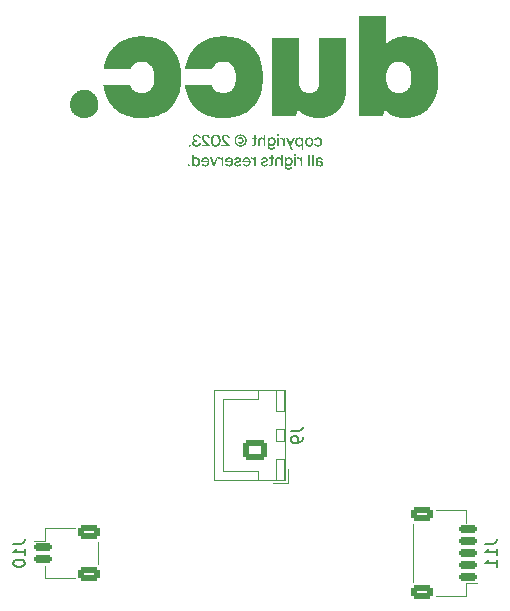
<source format=gbo>
%TF.GenerationSoftware,KiCad,Pcbnew,7.0.9*%
%TF.CreationDate,2023-12-19T12:29:39+08:00*%
%TF.ProjectId,layer3,6c617965-7233-42e6-9b69-6361645f7063,rev?*%
%TF.SameCoordinates,Original*%
%TF.FileFunction,Legend,Bot*%
%TF.FilePolarity,Positive*%
%FSLAX46Y46*%
G04 Gerber Fmt 4.6, Leading zero omitted, Abs format (unit mm)*
G04 Created by KiCad (PCBNEW 7.0.9) date 2023-12-19 12:29:39*
%MOMM*%
%LPD*%
G01*
G04 APERTURE LIST*
G04 Aperture macros list*
%AMRoundRect*
0 Rectangle with rounded corners*
0 $1 Rounding radius*
0 $2 $3 $4 $5 $6 $7 $8 $9 X,Y pos of 4 corners*
0 Add a 4 corners polygon primitive as box body*
4,1,4,$2,$3,$4,$5,$6,$7,$8,$9,$2,$3,0*
0 Add four circle primitives for the rounded corners*
1,1,$1+$1,$2,$3*
1,1,$1+$1,$4,$5*
1,1,$1+$1,$6,$7*
1,1,$1+$1,$8,$9*
0 Add four rect primitives between the rounded corners*
20,1,$1+$1,$2,$3,$4,$5,0*
20,1,$1+$1,$4,$5,$6,$7,0*
20,1,$1+$1,$6,$7,$8,$9,0*
20,1,$1+$1,$8,$9,$2,$3,0*%
%AMHorizOval*
0 Thick line with rounded ends*
0 $1 width*
0 $2 $3 position (X,Y) of the first rounded end (center of the circle)*
0 $4 $5 position (X,Y) of the second rounded end (center of the circle)*
0 Add line between two ends*
20,1,$1,$2,$3,$4,$5,0*
0 Add two circle primitives to create the rounded ends*
1,1,$1,$2,$3*
1,1,$1,$4,$5*%
G04 Aperture macros list end*
%ADD10C,0.300000*%
%ADD11C,0.250000*%
%ADD12C,0.150000*%
%ADD13C,0.120000*%
%ADD14RoundRect,0.150000X-0.600000X-0.600000X0.600000X-0.600000X0.600000X0.600000X-0.600000X0.600000X0*%
%ADD15RoundRect,0.150000X0.600000X0.600000X-0.600000X0.600000X-0.600000X-0.600000X0.600000X-0.600000X0*%
%ADD16R,1.700000X1.700000*%
%ADD17O,1.700000X1.700000*%
%ADD18C,6.400000*%
%ADD19C,3.703200*%
%ADD20C,1.600000*%
%ADD21RoundRect,0.250000X-0.955277X0.099726X-0.306989X-0.910087X0.955277X-0.099726X0.306989X0.910087X0*%
%ADD22HorizOval,1.700000X-0.126227X-0.081036X0.126227X0.081036X0*%
%ADD23RoundRect,0.250000X-0.725000X0.600000X-0.725000X-0.600000X0.725000X-0.600000X0.725000X0.600000X0*%
%ADD24O,1.950000X1.700000*%
%ADD25C,1.400000*%
%ADD26RoundRect,0.150000X0.625000X-0.150000X0.625000X0.150000X-0.625000X0.150000X-0.625000X-0.150000X0*%
%ADD27RoundRect,0.250000X0.650000X-0.350000X0.650000X0.350000X-0.650000X0.350000X-0.650000X-0.350000X0*%
%ADD28RoundRect,0.150000X-0.625000X0.150000X-0.625000X-0.150000X0.625000X-0.150000X0.625000X0.150000X0*%
%ADD29RoundRect,0.250000X-0.650000X0.350000X-0.650000X-0.350000X0.650000X-0.350000X0.650000X0.350000X0*%
%ADD30RoundRect,0.250000X0.750000X-0.600000X0.750000X0.600000X-0.750000X0.600000X-0.750000X-0.600000X0*%
%ADD31O,2.000000X1.700000*%
G04 APERTURE END LIST*
D10*
G36*
X116063444Y-101877191D02*
G01*
X116066638Y-101873672D01*
X116135537Y-101804773D01*
X116210016Y-101739117D01*
X116290074Y-101676706D01*
X116375712Y-101617538D01*
X116466929Y-101561614D01*
X116563726Y-101508934D01*
X116639984Y-101471552D01*
X116719382Y-101435996D01*
X116773254Y-101413621D01*
X116854640Y-101382766D01*
X116936720Y-101355159D01*
X117019493Y-101330800D01*
X117102959Y-101309688D01*
X117187119Y-101291825D01*
X117271972Y-101277209D01*
X117357518Y-101265842D01*
X117443758Y-101257722D01*
X117530691Y-101252850D01*
X117618317Y-101251226D01*
X117781491Y-101254713D01*
X117940399Y-101265175D01*
X118095042Y-101282610D01*
X118245419Y-101307020D01*
X118391530Y-101338404D01*
X118533375Y-101376763D01*
X118670955Y-101422096D01*
X118804269Y-101474403D01*
X118933318Y-101533684D01*
X119058100Y-101599940D01*
X119178618Y-101673170D01*
X119294869Y-101753374D01*
X119406855Y-101840552D01*
X119514575Y-101934705D01*
X119618030Y-102035832D01*
X119717218Y-102143934D01*
X119764988Y-102200360D01*
X119855978Y-102317788D01*
X119940902Y-102441314D01*
X120019760Y-102570938D01*
X120092552Y-102706660D01*
X120159278Y-102848482D01*
X120219938Y-102996401D01*
X120274532Y-103150419D01*
X120299554Y-103229715D01*
X120323060Y-103310536D01*
X120345049Y-103392881D01*
X120365522Y-103476751D01*
X120384478Y-103562145D01*
X120401918Y-103649064D01*
X120417841Y-103737507D01*
X120432248Y-103827476D01*
X120445138Y-103918968D01*
X120456512Y-104011986D01*
X120466369Y-104106528D01*
X120474710Y-104202594D01*
X120481534Y-104300186D01*
X120486842Y-104399302D01*
X120490633Y-104499942D01*
X120492908Y-104602107D01*
X120493666Y-104705797D01*
X120492908Y-104809488D01*
X120490633Y-104911660D01*
X120486842Y-105012310D01*
X120481534Y-105111440D01*
X120474710Y-105209050D01*
X120466369Y-105305139D01*
X120456512Y-105399707D01*
X120445138Y-105492755D01*
X120432248Y-105584282D01*
X120417841Y-105674289D01*
X120401918Y-105762775D01*
X120384478Y-105849741D01*
X120365522Y-105935186D01*
X120345049Y-106019110D01*
X120323060Y-106101514D01*
X120299554Y-106182397D01*
X120247993Y-106339603D01*
X120190366Y-106490725D01*
X120126673Y-106635766D01*
X120056914Y-106774725D01*
X119981089Y-106907601D01*
X119899198Y-107034395D01*
X119811241Y-107155107D01*
X119717218Y-107269736D01*
X119618030Y-107377586D01*
X119514575Y-107478478D01*
X119406855Y-107572412D01*
X119294869Y-107659387D01*
X119178618Y-107739405D01*
X119058100Y-107812465D01*
X118933318Y-107878566D01*
X118804269Y-107937710D01*
X118670955Y-107989895D01*
X118533375Y-108035123D01*
X118391530Y-108073392D01*
X118245419Y-108104703D01*
X118095042Y-108129056D01*
X117940399Y-108146451D01*
X117781491Y-108156889D01*
X117618317Y-108160368D01*
X117485855Y-108157513D01*
X117357317Y-108148949D01*
X117232705Y-108134676D01*
X117112017Y-108114694D01*
X116995255Y-108089003D01*
X116882418Y-108057602D01*
X116773505Y-108020493D01*
X116668518Y-107977674D01*
X116567456Y-107929146D01*
X116470319Y-107874909D01*
X116377107Y-107814962D01*
X116287820Y-107749307D01*
X116202458Y-107677942D01*
X116121021Y-107600868D01*
X116043509Y-107518085D01*
X115986725Y-107449799D01*
X115814218Y-108027500D01*
X113783827Y-108027500D01*
X113783827Y-104705797D01*
X116069574Y-104705797D01*
X116070725Y-104785814D01*
X116076771Y-104901310D01*
X116087999Y-105011367D01*
X116104408Y-105115988D01*
X116126000Y-105215170D01*
X116152774Y-105308916D01*
X116184730Y-105397223D01*
X116221868Y-105480094D01*
X116264188Y-105557526D01*
X116311691Y-105629522D01*
X116364375Y-105696079D01*
X116420921Y-105756555D01*
X116501482Y-105827936D01*
X116587947Y-105888742D01*
X116680316Y-105938973D01*
X116778588Y-105978629D01*
X116882764Y-106007710D01*
X116964771Y-106022581D01*
X117050098Y-106031504D01*
X117138747Y-106034478D01*
X117198466Y-106033156D01*
X117285247Y-106026216D01*
X117368671Y-106013328D01*
X117474680Y-105986891D01*
X117574720Y-105949878D01*
X117668792Y-105902291D01*
X117756895Y-105844129D01*
X117839029Y-105775392D01*
X117915195Y-105696079D01*
X117950642Y-105652312D01*
X117999525Y-105582129D01*
X118043262Y-105506509D01*
X118081854Y-105425451D01*
X118115300Y-105338956D01*
X118143600Y-105247023D01*
X118166755Y-105149653D01*
X118184765Y-105046845D01*
X118197629Y-104938600D01*
X118205347Y-104824917D01*
X118207920Y-104705797D01*
X118206776Y-104625787D01*
X118200773Y-104510335D01*
X118189624Y-104400356D01*
X118173330Y-104295851D01*
X118151890Y-104196820D01*
X118125305Y-104103264D01*
X118093574Y-104015181D01*
X118056697Y-103932572D01*
X118014675Y-103855438D01*
X117967508Y-103783777D01*
X117915195Y-103717590D01*
X117858630Y-103656744D01*
X117777988Y-103584925D01*
X117691377Y-103523746D01*
X117598798Y-103473207D01*
X117500249Y-103433307D01*
X117395733Y-103404048D01*
X117313428Y-103389085D01*
X117227766Y-103380108D01*
X117138747Y-103377116D01*
X117050098Y-103380108D01*
X116964771Y-103389085D01*
X116882764Y-103404048D01*
X116778588Y-103433307D01*
X116680316Y-103473207D01*
X116587947Y-103523746D01*
X116501482Y-103584925D01*
X116420921Y-103656744D01*
X116364375Y-103717590D01*
X116328676Y-103761106D01*
X116279447Y-103830943D01*
X116235399Y-103906253D01*
X116196534Y-103987037D01*
X116162850Y-104073295D01*
X116134349Y-104165027D01*
X116111030Y-104262233D01*
X116092893Y-104364913D01*
X116079938Y-104473067D01*
X116072165Y-104586695D01*
X116069574Y-104705797D01*
X113783827Y-104705797D01*
X113783827Y-99523941D01*
X116069574Y-99523941D01*
X116063444Y-101877191D01*
G37*
G36*
X110360397Y-108160368D02*
G01*
X110468210Y-108158014D01*
X110575221Y-108150952D01*
X110681429Y-108139183D01*
X110786834Y-108122707D01*
X110891436Y-108101522D01*
X110995235Y-108075630D01*
X111098231Y-108045030D01*
X111200425Y-108009723D01*
X111301815Y-107969708D01*
X111402403Y-107924986D01*
X111469015Y-107892555D01*
X111566708Y-107839403D01*
X111661262Y-107780375D01*
X111752678Y-107715472D01*
X111840955Y-107644693D01*
X111926094Y-107568039D01*
X112008095Y-107485509D01*
X112086957Y-107397104D01*
X112162680Y-107302823D01*
X112235265Y-107202667D01*
X112281912Y-107132633D01*
X112327164Y-107059987D01*
X112349267Y-107022684D01*
X112391501Y-106946170D01*
X112431012Y-106867142D01*
X112467797Y-106785600D01*
X112501857Y-106701543D01*
X112533193Y-106614973D01*
X112561804Y-106525889D01*
X112587690Y-106434291D01*
X112610851Y-106340178D01*
X112631287Y-106243552D01*
X112648998Y-106144412D01*
X112663985Y-106042758D01*
X112676247Y-105938590D01*
X112685784Y-105831908D01*
X112692596Y-105722711D01*
X112696683Y-105611001D01*
X112698045Y-105496777D01*
X112698045Y-101384094D01*
X110412299Y-101384094D01*
X110412299Y-105087793D01*
X110410255Y-105172293D01*
X110401172Y-105278999D01*
X110384823Y-105378894D01*
X110361208Y-105471976D01*
X110330327Y-105558246D01*
X110292179Y-105637704D01*
X110246765Y-105710350D01*
X110194085Y-105776184D01*
X110179779Y-105791578D01*
X110119022Y-105848508D01*
X110035686Y-105908996D01*
X109944138Y-105957623D01*
X109864988Y-105987985D01*
X109780583Y-106010757D01*
X109690923Y-106025938D01*
X109596008Y-106033529D01*
X109546580Y-106034478D01*
X109449135Y-106030683D01*
X109357139Y-106019297D01*
X109270593Y-106000320D01*
X109189497Y-105973753D01*
X109095790Y-105929870D01*
X109010598Y-105874126D01*
X108933922Y-105806522D01*
X108919608Y-105791578D01*
X108866085Y-105727447D01*
X108819698Y-105656504D01*
X108780447Y-105578749D01*
X108748333Y-105494182D01*
X108723356Y-105402803D01*
X108705514Y-105304612D01*
X108694810Y-105199608D01*
X108691464Y-105116385D01*
X108691241Y-105087793D01*
X108691241Y-101384094D01*
X106407571Y-101384094D01*
X106407571Y-108027500D01*
X108435886Y-108027500D01*
X108616503Y-107429593D01*
X108595742Y-107429593D01*
X108682678Y-107518085D01*
X108772727Y-107600868D01*
X108865890Y-107677942D01*
X108962168Y-107749307D01*
X109061559Y-107814962D01*
X109164065Y-107874909D01*
X109269685Y-107929146D01*
X109378419Y-107977674D01*
X109490267Y-108020493D01*
X109605229Y-108057602D01*
X109723305Y-108089003D01*
X109844495Y-108114694D01*
X109968799Y-108134676D01*
X110096218Y-108148949D01*
X110226750Y-108157513D01*
X110360397Y-108160368D01*
G37*
G36*
X102265823Y-108160368D02*
G01*
X102365664Y-108159492D01*
X102464071Y-108156864D01*
X102561041Y-108152485D01*
X102656577Y-108146354D01*
X102750677Y-108138472D01*
X102843342Y-108128837D01*
X102934571Y-108117451D01*
X103024365Y-108104314D01*
X103112723Y-108089425D01*
X103199646Y-108072784D01*
X103285134Y-108054391D01*
X103369186Y-108034247D01*
X103451803Y-108012351D01*
X103532984Y-107988703D01*
X103612730Y-107963304D01*
X103767916Y-107907250D01*
X103917360Y-107844190D01*
X104061063Y-107774122D01*
X104199024Y-107697048D01*
X104331243Y-107612968D01*
X104457721Y-107521881D01*
X104578457Y-107423787D01*
X104693451Y-107318686D01*
X104748795Y-107263508D01*
X104854383Y-107148416D01*
X104953158Y-107027356D01*
X105045121Y-106900326D01*
X105130272Y-106767329D01*
X105208611Y-106628362D01*
X105280138Y-106483427D01*
X105344853Y-106332523D01*
X105374656Y-106254833D01*
X105402756Y-106175650D01*
X105429153Y-106094976D01*
X105453846Y-106012809D01*
X105476837Y-105929150D01*
X105498125Y-105843999D01*
X105517710Y-105757356D01*
X105535591Y-105669220D01*
X105551770Y-105579593D01*
X105566246Y-105488473D01*
X105579018Y-105395861D01*
X105590088Y-105301757D01*
X105599455Y-105206161D01*
X105607118Y-105109072D01*
X105613079Y-105010492D01*
X105617336Y-104910419D01*
X105619891Y-104808854D01*
X105620742Y-104705797D01*
X105619891Y-104602740D01*
X105617336Y-104501175D01*
X105613079Y-104401102D01*
X105607118Y-104302521D01*
X105599455Y-104205433D01*
X105590088Y-104109837D01*
X105579018Y-104015733D01*
X105566246Y-103923121D01*
X105551770Y-103832001D01*
X105535591Y-103742373D01*
X105517710Y-103654238D01*
X105498125Y-103567595D01*
X105476837Y-103482444D01*
X105453846Y-103398785D01*
X105429153Y-103316618D01*
X105402756Y-103235943D01*
X105374656Y-103156761D01*
X105344853Y-103079071D01*
X105280138Y-102928167D01*
X105208611Y-102783232D01*
X105130272Y-102644265D01*
X105045121Y-102511267D01*
X104953158Y-102384238D01*
X104854383Y-102263177D01*
X104748795Y-102148086D01*
X104636672Y-102039482D01*
X104518807Y-101937884D01*
X104395200Y-101843294D01*
X104265851Y-101755710D01*
X104130761Y-101675132D01*
X103989929Y-101601562D01*
X103843356Y-101534998D01*
X103691041Y-101475441D01*
X103532984Y-101422891D01*
X103451803Y-101399243D01*
X103369186Y-101377347D01*
X103285134Y-101357203D01*
X103199646Y-101338810D01*
X103112723Y-101322169D01*
X103024365Y-101307280D01*
X102934571Y-101294142D01*
X102843342Y-101282756D01*
X102750677Y-101273122D01*
X102656577Y-101265239D01*
X102561041Y-101259109D01*
X102464071Y-101254729D01*
X102365664Y-101252102D01*
X102265823Y-101251226D01*
X102139167Y-101252807D01*
X102015073Y-101257551D01*
X101893542Y-101265458D01*
X101774574Y-101276528D01*
X101658168Y-101290760D01*
X101544326Y-101308156D01*
X101433045Y-101328713D01*
X101324328Y-101352434D01*
X101218173Y-101379317D01*
X101114580Y-101409364D01*
X101013551Y-101442573D01*
X100915083Y-101478944D01*
X100819179Y-101518479D01*
X100725837Y-101561176D01*
X100635058Y-101607036D01*
X100546842Y-101656058D01*
X100461212Y-101707482D01*
X100378194Y-101760543D01*
X100297787Y-101815242D01*
X100219991Y-101871580D01*
X100144807Y-101929556D01*
X100072234Y-101989169D01*
X100002272Y-102050421D01*
X99934922Y-102113312D01*
X99870182Y-102177840D01*
X99808055Y-102244006D01*
X99748538Y-102311811D01*
X99691633Y-102381254D01*
X99637339Y-102452335D01*
X99585656Y-102525054D01*
X99536585Y-102599411D01*
X99490125Y-102675406D01*
X99445960Y-102752756D01*
X99403774Y-102831176D01*
X99363566Y-102910666D01*
X99325337Y-102991227D01*
X99289087Y-103072859D01*
X99254816Y-103155561D01*
X99222523Y-103239333D01*
X99192210Y-103324176D01*
X99163875Y-103410089D01*
X99137518Y-103497073D01*
X99113141Y-103585128D01*
X99090742Y-103674252D01*
X99070322Y-103764448D01*
X99051881Y-103855713D01*
X99035418Y-103948050D01*
X99020934Y-104041456D01*
X101294225Y-104041456D01*
X101333897Y-103956792D01*
X101376099Y-103878226D01*
X101420832Y-103805758D01*
X101480306Y-103723749D01*
X101543734Y-103651270D01*
X101611114Y-103588319D01*
X101682449Y-103534897D01*
X101760017Y-103489442D01*
X101846101Y-103451692D01*
X101940700Y-103421646D01*
X102022510Y-103403156D01*
X102109769Y-103389596D01*
X102202478Y-103380968D01*
X102300637Y-103377270D01*
X102326029Y-103377116D01*
X102432686Y-103382436D01*
X102534673Y-103398395D01*
X102631989Y-103424995D01*
X102724633Y-103462234D01*
X102812606Y-103510114D01*
X102895908Y-103568633D01*
X102974539Y-103637792D01*
X103048499Y-103717590D01*
X103099699Y-103783777D01*
X103145863Y-103855438D01*
X103186991Y-103932572D01*
X103223083Y-104015181D01*
X103254139Y-104103264D01*
X103280158Y-104196820D01*
X103301142Y-104295851D01*
X103317090Y-104400356D01*
X103328001Y-104510335D01*
X103333877Y-104625787D01*
X103334996Y-104705797D01*
X103332478Y-104824917D01*
X103324924Y-104938600D01*
X103312333Y-105046845D01*
X103294707Y-105149653D01*
X103272045Y-105247023D01*
X103244346Y-105338956D01*
X103211612Y-105425451D01*
X103173841Y-105506509D01*
X103131035Y-105582129D01*
X103083192Y-105652312D01*
X103048499Y-105696079D01*
X102974539Y-105775392D01*
X102895908Y-105844129D01*
X102812606Y-105902291D01*
X102724633Y-105949878D01*
X102631989Y-105986891D01*
X102534673Y-106013328D01*
X102432686Y-106029190D01*
X102326029Y-106034478D01*
X102226507Y-106032045D01*
X102132436Y-106024746D01*
X102043814Y-106012582D01*
X101960641Y-105995552D01*
X101864339Y-105967421D01*
X101776553Y-105931688D01*
X101697281Y-105888353D01*
X101682449Y-105878773D01*
X101611114Y-105824753D01*
X101543734Y-105761305D01*
X101480306Y-105688430D01*
X101420832Y-105606127D01*
X101376099Y-105533498D01*
X101333897Y-105454834D01*
X101294225Y-105370137D01*
X99020934Y-105370137D01*
X99035418Y-105463544D01*
X99051881Y-105555880D01*
X99070322Y-105647146D01*
X99090742Y-105737341D01*
X99113141Y-105826466D01*
X99137518Y-105914520D01*
X99163875Y-106001504D01*
X99192210Y-106087418D01*
X99222523Y-106172260D01*
X99254816Y-106256033D01*
X99289087Y-106338735D01*
X99325337Y-106420366D01*
X99363566Y-106500927D01*
X99403774Y-106580418D01*
X99445960Y-106658838D01*
X99490125Y-106736188D01*
X99536585Y-106812183D01*
X99585656Y-106886540D01*
X99637339Y-106959259D01*
X99691633Y-107030340D01*
X99748538Y-107099783D01*
X99808055Y-107167587D01*
X99870182Y-107233754D01*
X99934922Y-107298282D01*
X100002272Y-107361172D01*
X100072234Y-107422424D01*
X100144807Y-107482038D01*
X100219991Y-107540014D01*
X100297787Y-107596351D01*
X100378194Y-107651051D01*
X100461212Y-107704112D01*
X100546842Y-107755535D01*
X100635058Y-107804558D01*
X100725837Y-107850418D01*
X100819179Y-107893115D01*
X100915083Y-107932649D01*
X101013551Y-107969021D01*
X101114580Y-108002230D01*
X101218173Y-108032276D01*
X101324328Y-108059159D01*
X101433045Y-108082880D01*
X101544326Y-108103438D01*
X101658168Y-108120833D01*
X101774574Y-108135066D01*
X101893542Y-108146135D01*
X102015073Y-108154042D01*
X102139167Y-108158786D01*
X102265823Y-108160368D01*
G37*
G36*
X95364985Y-108160368D02*
G01*
X95464827Y-108159492D01*
X95563233Y-108156864D01*
X95660204Y-108152485D01*
X95755740Y-108146354D01*
X95849840Y-108138472D01*
X95942504Y-108128837D01*
X96033733Y-108117451D01*
X96123527Y-108104314D01*
X96211886Y-108089425D01*
X96298809Y-108072784D01*
X96384296Y-108054391D01*
X96468349Y-108034247D01*
X96550965Y-108012351D01*
X96632147Y-107988703D01*
X96711893Y-107963304D01*
X96867079Y-107907250D01*
X97016523Y-107844190D01*
X97160225Y-107774122D01*
X97298186Y-107697048D01*
X97430406Y-107612968D01*
X97556883Y-107521881D01*
X97677619Y-107423787D01*
X97792614Y-107318686D01*
X97847958Y-107263508D01*
X97953545Y-107148416D01*
X98052321Y-107027356D01*
X98144284Y-106900326D01*
X98229435Y-106767329D01*
X98307774Y-106628362D01*
X98379301Y-106483427D01*
X98444016Y-106332523D01*
X98473818Y-106254833D01*
X98501918Y-106175650D01*
X98528315Y-106094976D01*
X98553009Y-106012809D01*
X98576000Y-105929150D01*
X98597288Y-105843999D01*
X98616872Y-105757356D01*
X98634754Y-105669220D01*
X98650933Y-105579593D01*
X98665408Y-105488473D01*
X98678181Y-105395861D01*
X98689251Y-105301757D01*
X98698617Y-105206161D01*
X98706281Y-105109072D01*
X98712241Y-105010492D01*
X98716499Y-104910419D01*
X98719054Y-104808854D01*
X98719905Y-104705797D01*
X98719054Y-104602740D01*
X98716499Y-104501175D01*
X98712241Y-104401102D01*
X98706281Y-104302521D01*
X98698617Y-104205433D01*
X98689251Y-104109837D01*
X98678181Y-104015733D01*
X98665408Y-103923121D01*
X98650933Y-103832001D01*
X98634754Y-103742373D01*
X98616872Y-103654238D01*
X98597288Y-103567595D01*
X98576000Y-103482444D01*
X98553009Y-103398785D01*
X98528315Y-103316618D01*
X98501918Y-103235943D01*
X98473818Y-103156761D01*
X98444016Y-103079071D01*
X98379301Y-102928167D01*
X98307774Y-102783232D01*
X98229435Y-102644265D01*
X98144284Y-102511267D01*
X98052321Y-102384238D01*
X97953545Y-102263177D01*
X97847958Y-102148086D01*
X97735834Y-102039482D01*
X97617969Y-101937884D01*
X97494362Y-101843294D01*
X97365014Y-101755710D01*
X97229924Y-101675132D01*
X97089092Y-101601562D01*
X96942518Y-101534998D01*
X96790203Y-101475441D01*
X96632147Y-101422891D01*
X96550965Y-101399243D01*
X96468349Y-101377347D01*
X96384296Y-101357203D01*
X96298809Y-101338810D01*
X96211886Y-101322169D01*
X96123527Y-101307280D01*
X96033733Y-101294142D01*
X95942504Y-101282756D01*
X95849840Y-101273122D01*
X95755740Y-101265239D01*
X95660204Y-101259109D01*
X95563233Y-101254729D01*
X95464827Y-101252102D01*
X95364985Y-101251226D01*
X95238329Y-101252807D01*
X95114236Y-101257551D01*
X94992705Y-101265458D01*
X94873737Y-101276528D01*
X94757331Y-101290760D01*
X94643488Y-101308156D01*
X94532208Y-101328713D01*
X94423490Y-101352434D01*
X94317335Y-101379317D01*
X94213743Y-101409364D01*
X94112713Y-101442573D01*
X94014246Y-101478944D01*
X93918342Y-101518479D01*
X93825000Y-101561176D01*
X93734221Y-101607036D01*
X93646004Y-101656058D01*
X93560375Y-101707482D01*
X93477356Y-101760543D01*
X93396949Y-101815242D01*
X93319154Y-101871580D01*
X93243969Y-101929556D01*
X93171396Y-101989169D01*
X93101435Y-102050421D01*
X93034084Y-102113312D01*
X92969345Y-102177840D01*
X92907217Y-102244006D01*
X92847701Y-102311811D01*
X92790795Y-102381254D01*
X92736502Y-102452335D01*
X92684819Y-102525054D01*
X92635748Y-102599411D01*
X92589287Y-102675406D01*
X92545122Y-102752756D01*
X92502936Y-102831176D01*
X92462729Y-102910666D01*
X92424500Y-102991227D01*
X92388250Y-103072859D01*
X92353979Y-103155561D01*
X92321686Y-103239333D01*
X92291372Y-103324176D01*
X92263037Y-103410089D01*
X92236681Y-103497073D01*
X92212303Y-103585128D01*
X92189905Y-103674252D01*
X92169485Y-103764448D01*
X92151043Y-103855713D01*
X92134581Y-103948050D01*
X92120097Y-104041456D01*
X94393387Y-104041456D01*
X94433060Y-103956792D01*
X94475262Y-103878226D01*
X94519995Y-103805758D01*
X94579469Y-103723749D01*
X94642896Y-103651270D01*
X94710277Y-103588319D01*
X94781611Y-103534897D01*
X94859180Y-103489442D01*
X94945264Y-103451692D01*
X95039862Y-103421646D01*
X95121672Y-103403156D01*
X95208932Y-103389596D01*
X95301641Y-103380968D01*
X95399800Y-103377270D01*
X95425191Y-103377116D01*
X95531849Y-103382436D01*
X95633836Y-103398395D01*
X95731151Y-103424995D01*
X95823795Y-103462234D01*
X95911769Y-103510114D01*
X95995071Y-103568633D01*
X96073702Y-103637792D01*
X96147662Y-103717590D01*
X96198862Y-103783777D01*
X96245026Y-103855438D01*
X96286154Y-103932572D01*
X96322246Y-104015181D01*
X96353301Y-104103264D01*
X96379321Y-104196820D01*
X96400305Y-104295851D01*
X96416252Y-104400356D01*
X96427164Y-104510335D01*
X96433039Y-104625787D01*
X96434158Y-104705797D01*
X96431640Y-104824917D01*
X96424086Y-104938600D01*
X96411496Y-105046845D01*
X96393870Y-105149653D01*
X96371207Y-105247023D01*
X96343509Y-105338956D01*
X96310774Y-105425451D01*
X96273004Y-105506509D01*
X96230197Y-105582129D01*
X96182354Y-105652312D01*
X96147662Y-105696079D01*
X96073702Y-105775392D01*
X95995071Y-105844129D01*
X95911769Y-105902291D01*
X95823795Y-105949878D01*
X95731151Y-105986891D01*
X95633836Y-106013328D01*
X95531849Y-106029190D01*
X95425191Y-106034478D01*
X95325670Y-106032045D01*
X95231598Y-106024746D01*
X95142976Y-106012582D01*
X95059804Y-105995552D01*
X94963502Y-105967421D01*
X94875715Y-105931688D01*
X94796444Y-105888353D01*
X94781611Y-105878773D01*
X94710277Y-105824753D01*
X94642896Y-105761305D01*
X94579469Y-105688430D01*
X94519995Y-105606127D01*
X94475262Y-105533498D01*
X94433060Y-105454834D01*
X94393387Y-105370137D01*
X92120097Y-105370137D01*
X92134581Y-105463544D01*
X92151043Y-105555880D01*
X92169485Y-105647146D01*
X92189905Y-105737341D01*
X92212303Y-105826466D01*
X92236681Y-105914520D01*
X92263037Y-106001504D01*
X92291372Y-106087418D01*
X92321686Y-106172260D01*
X92353979Y-106256033D01*
X92388250Y-106338735D01*
X92424500Y-106420366D01*
X92462729Y-106500927D01*
X92502936Y-106580418D01*
X92545122Y-106658838D01*
X92589287Y-106736188D01*
X92635748Y-106812183D01*
X92684819Y-106886540D01*
X92736502Y-106959259D01*
X92790795Y-107030340D01*
X92847701Y-107099783D01*
X92907217Y-107167587D01*
X92969345Y-107233754D01*
X93034084Y-107298282D01*
X93101435Y-107361172D01*
X93171396Y-107422424D01*
X93243969Y-107482038D01*
X93319154Y-107540014D01*
X93396949Y-107596351D01*
X93477356Y-107651051D01*
X93560375Y-107704112D01*
X93646004Y-107755535D01*
X93734221Y-107804558D01*
X93825000Y-107850418D01*
X93918342Y-107893115D01*
X94014246Y-107932649D01*
X94112713Y-107969021D01*
X94213743Y-108002230D01*
X94317335Y-108032276D01*
X94423490Y-108059159D01*
X94532208Y-108082880D01*
X94643488Y-108103438D01*
X94757331Y-108120833D01*
X94873737Y-108135066D01*
X94992705Y-108146135D01*
X95114236Y-108154042D01*
X95238329Y-108158786D01*
X95364985Y-108160368D01*
G37*
G36*
X90502843Y-108160368D02*
G01*
X90589922Y-108157393D01*
X90675213Y-108148471D01*
X90758716Y-108133600D01*
X90840430Y-108112780D01*
X90920357Y-108086012D01*
X90998495Y-108053296D01*
X91074845Y-108014632D01*
X91149407Y-107970018D01*
X91222181Y-107919457D01*
X91293167Y-107862947D01*
X91339497Y-107821969D01*
X91404796Y-107756579D01*
X91463671Y-107688087D01*
X91516124Y-107616494D01*
X91562155Y-107541798D01*
X91601762Y-107464000D01*
X91634947Y-107383101D01*
X91661708Y-107299099D01*
X91682047Y-107211996D01*
X91695964Y-107121790D01*
X91703457Y-107028483D01*
X91704884Y-106964555D01*
X91701673Y-106869198D01*
X91692038Y-106776979D01*
X91675981Y-106687899D01*
X91653502Y-106601957D01*
X91624599Y-106519154D01*
X91589273Y-106439489D01*
X91547525Y-106362962D01*
X91499354Y-106289574D01*
X91444760Y-106219325D01*
X91383743Y-106152213D01*
X91339497Y-106109216D01*
X91269703Y-106048370D01*
X91198122Y-105993508D01*
X91124752Y-105944631D01*
X91049594Y-105901740D01*
X90972648Y-105864833D01*
X90893913Y-105833911D01*
X90813391Y-105808974D01*
X90731080Y-105790021D01*
X90646981Y-105777054D01*
X90561094Y-105770072D01*
X90502843Y-105768742D01*
X90415782Y-105771734D01*
X90330546Y-105780711D01*
X90247134Y-105795674D01*
X90165547Y-105816621D01*
X90085785Y-105843553D01*
X90007848Y-105876470D01*
X89931735Y-105915372D01*
X89857446Y-105960259D01*
X89784983Y-106011130D01*
X89714344Y-106067987D01*
X89668265Y-106109216D01*
X89602595Y-106174235D01*
X89543385Y-106242392D01*
X89490634Y-106313688D01*
X89444342Y-106388122D01*
X89404510Y-106465695D01*
X89371137Y-106546406D01*
X89344223Y-106630256D01*
X89323768Y-106717243D01*
X89309773Y-106807370D01*
X89302237Y-106900635D01*
X89300802Y-106964555D01*
X89304031Y-107059930D01*
X89313720Y-107152203D01*
X89329869Y-107241375D01*
X89352476Y-107327444D01*
X89381543Y-107410412D01*
X89417069Y-107490277D01*
X89459055Y-107567041D01*
X89507500Y-107640703D01*
X89562404Y-107711263D01*
X89623768Y-107778721D01*
X89668265Y-107821969D01*
X89737688Y-107882445D01*
X89808935Y-107936972D01*
X89882006Y-107985550D01*
X89956903Y-108028181D01*
X90033624Y-108064863D01*
X90112170Y-108095596D01*
X90192540Y-108120381D01*
X90274735Y-108139218D01*
X90358755Y-108152106D01*
X90444600Y-108159046D01*
X90502843Y-108160368D01*
G37*
D11*
G36*
X110295917Y-110590631D02*
G01*
X110308947Y-110590451D01*
X110321780Y-110589910D01*
X110334417Y-110589008D01*
X110346857Y-110587746D01*
X110359100Y-110586123D01*
X110371147Y-110584140D01*
X110382998Y-110581795D01*
X110394652Y-110579091D01*
X110406109Y-110576025D01*
X110417370Y-110572599D01*
X110428435Y-110568812D01*
X110439303Y-110564665D01*
X110449974Y-110560157D01*
X110460449Y-110555288D01*
X110470727Y-110550059D01*
X110480809Y-110544469D01*
X110490655Y-110538507D01*
X110500226Y-110532223D01*
X110509522Y-110525616D01*
X110518544Y-110518686D01*
X110527291Y-110511434D01*
X110535763Y-110503860D01*
X110543961Y-110495963D01*
X110551883Y-110487744D01*
X110559531Y-110479202D01*
X110566904Y-110470338D01*
X110574003Y-110461151D01*
X110580826Y-110451642D01*
X110587375Y-110441810D01*
X110593649Y-110431656D01*
X110599648Y-110421179D01*
X110605373Y-110410380D01*
X110610755Y-110399251D01*
X110615791Y-110387845D01*
X110620479Y-110376162D01*
X110624820Y-110364203D01*
X110628814Y-110351967D01*
X110632461Y-110339454D01*
X110635760Y-110326665D01*
X110638712Y-110313599D01*
X110641316Y-110300256D01*
X110643574Y-110286636D01*
X110645484Y-110272740D01*
X110647046Y-110258568D01*
X110648262Y-110244118D01*
X110649130Y-110229392D01*
X110649651Y-110214389D01*
X110649825Y-110199110D01*
X110649654Y-110183831D01*
X110649142Y-110168831D01*
X110648288Y-110154110D01*
X110647092Y-110139667D01*
X110645555Y-110125503D01*
X110643677Y-110111617D01*
X110641457Y-110098010D01*
X110638895Y-110084682D01*
X110635992Y-110071632D01*
X110632747Y-110058861D01*
X110629160Y-110046368D01*
X110625233Y-110034154D01*
X110620963Y-110022219D01*
X110616352Y-110010562D01*
X110611399Y-109999184D01*
X110606105Y-109988084D01*
X110600467Y-109977259D01*
X110594542Y-109966766D01*
X110588331Y-109956605D01*
X110581834Y-109946776D01*
X110575050Y-109937280D01*
X110567980Y-109928115D01*
X110560625Y-109919282D01*
X110552982Y-109910781D01*
X110545054Y-109902612D01*
X110536840Y-109894776D01*
X110528339Y-109887271D01*
X110519552Y-109880098D01*
X110510478Y-109873257D01*
X110501119Y-109866749D01*
X110491473Y-109860572D01*
X110481541Y-109854727D01*
X110471342Y-109849197D01*
X110460956Y-109844023D01*
X110450383Y-109839206D01*
X110439623Y-109834745D01*
X110428676Y-109830642D01*
X110417542Y-109826895D01*
X110406221Y-109823505D01*
X110394713Y-109820472D01*
X110383018Y-109817796D01*
X110371136Y-109815477D01*
X110359067Y-109813514D01*
X110346811Y-109811909D01*
X110334368Y-109810660D01*
X110321738Y-109809768D01*
X110308921Y-109809232D01*
X110295917Y-109809054D01*
X110280983Y-109809286D01*
X110266344Y-109809981D01*
X110252002Y-109811140D01*
X110237955Y-109812763D01*
X110224204Y-109814850D01*
X110210749Y-109817400D01*
X110197589Y-109820414D01*
X110184725Y-109823892D01*
X110172157Y-109827833D01*
X110159885Y-109832238D01*
X110147909Y-109837107D01*
X110136228Y-109842439D01*
X110124843Y-109848235D01*
X110113754Y-109854495D01*
X110102960Y-109861218D01*
X110092463Y-109868405D01*
X110082252Y-109876016D01*
X110072381Y-109884071D01*
X110062850Y-109892571D01*
X110053658Y-109901515D01*
X110044807Y-109910904D01*
X110036294Y-109920738D01*
X110028122Y-109931016D01*
X110020289Y-109941739D01*
X110012795Y-109952906D01*
X110005642Y-109964518D01*
X109998828Y-109976575D01*
X109992354Y-109989076D01*
X109986219Y-110002022D01*
X109980424Y-110015412D01*
X109974968Y-110029247D01*
X109969853Y-110043527D01*
X110122993Y-110043527D01*
X110130452Y-110032170D01*
X110138357Y-110021545D01*
X110146709Y-110011653D01*
X110155508Y-110002494D01*
X110164753Y-109994068D01*
X110174444Y-109986374D01*
X110184582Y-109979413D01*
X110195167Y-109973185D01*
X110206198Y-109967690D01*
X110217675Y-109962927D01*
X110229599Y-109958897D01*
X110241970Y-109955600D01*
X110254787Y-109953035D01*
X110268050Y-109951203D01*
X110281760Y-109950104D01*
X110295917Y-109949738D01*
X110307142Y-109949991D01*
X110318101Y-109950749D01*
X110328795Y-109952013D01*
X110339224Y-109953783D01*
X110349388Y-109956059D01*
X110359286Y-109958840D01*
X110368920Y-109962126D01*
X110378288Y-109965919D01*
X110387391Y-109970217D01*
X110396228Y-109975021D01*
X110404800Y-109980330D01*
X110413108Y-109986145D01*
X110421150Y-109992466D01*
X110428926Y-109999292D01*
X110436438Y-110006624D01*
X110443684Y-110014462D01*
X110450575Y-110022740D01*
X110457022Y-110031452D01*
X110463024Y-110040600D01*
X110468581Y-110050183D01*
X110473694Y-110060200D01*
X110478362Y-110070653D01*
X110482586Y-110081541D01*
X110486365Y-110092864D01*
X110489700Y-110104622D01*
X110492590Y-110116815D01*
X110495035Y-110129443D01*
X110497036Y-110142506D01*
X110498592Y-110156005D01*
X110499703Y-110169938D01*
X110500370Y-110184306D01*
X110500592Y-110199110D01*
X110500370Y-110213917D01*
X110499703Y-110228297D01*
X110498592Y-110242249D01*
X110497036Y-110255774D01*
X110495035Y-110268872D01*
X110492590Y-110281542D01*
X110489700Y-110293784D01*
X110486365Y-110305600D01*
X110482586Y-110316987D01*
X110478362Y-110327948D01*
X110473694Y-110338481D01*
X110468581Y-110348586D01*
X110463024Y-110358265D01*
X110457022Y-110367515D01*
X110450575Y-110376338D01*
X110443684Y-110384734D01*
X110436409Y-110392631D01*
X110428873Y-110400019D01*
X110421075Y-110406896D01*
X110413016Y-110413265D01*
X110404696Y-110419124D01*
X110396114Y-110424473D01*
X110387270Y-110429313D01*
X110378166Y-110433644D01*
X110368799Y-110437465D01*
X110359172Y-110440777D01*
X110349283Y-110443579D01*
X110339133Y-110445871D01*
X110328721Y-110447655D01*
X110318048Y-110448928D01*
X110307113Y-110449692D01*
X110295917Y-110449947D01*
X110281760Y-110449581D01*
X110268050Y-110448482D01*
X110254787Y-110446650D01*
X110241970Y-110444085D01*
X110229599Y-110440788D01*
X110217675Y-110436758D01*
X110206198Y-110431995D01*
X110195167Y-110426500D01*
X110184582Y-110420272D01*
X110174444Y-110413311D01*
X110164753Y-110405617D01*
X110155508Y-110397191D01*
X110146709Y-110388032D01*
X110138357Y-110378140D01*
X110130452Y-110367515D01*
X110122993Y-110356158D01*
X109969853Y-110356158D01*
X109974968Y-110370438D01*
X109980424Y-110384276D01*
X109986219Y-110397672D01*
X109992354Y-110410624D01*
X109998828Y-110423134D01*
X110005642Y-110435201D01*
X110012795Y-110446825D01*
X110020289Y-110458007D01*
X110028122Y-110468746D01*
X110036294Y-110479043D01*
X110044807Y-110488896D01*
X110053658Y-110498307D01*
X110062850Y-110507276D01*
X110072381Y-110515801D01*
X110082252Y-110523884D01*
X110092463Y-110531524D01*
X110102960Y-110538682D01*
X110113754Y-110545377D01*
X110124843Y-110551611D01*
X110136228Y-110557383D01*
X110147909Y-110562694D01*
X110159885Y-110567542D01*
X110172157Y-110571929D01*
X110184725Y-110575854D01*
X110197589Y-110579318D01*
X110210749Y-110582319D01*
X110224204Y-110584859D01*
X110237955Y-110586937D01*
X110252002Y-110588553D01*
X110266344Y-110589707D01*
X110280983Y-110590400D01*
X110295917Y-110590631D01*
G37*
G36*
X109565446Y-109809232D02*
G01*
X109578263Y-109809768D01*
X109590893Y-109810660D01*
X109603336Y-109811909D01*
X109615592Y-109813514D01*
X109627661Y-109815477D01*
X109639543Y-109817796D01*
X109651238Y-109820472D01*
X109662746Y-109823505D01*
X109674067Y-109826895D01*
X109685201Y-109830642D01*
X109696148Y-109834745D01*
X109706908Y-109839206D01*
X109717481Y-109844023D01*
X109727867Y-109849197D01*
X109738066Y-109854727D01*
X109747998Y-109860572D01*
X109757644Y-109866749D01*
X109767003Y-109873257D01*
X109776076Y-109880098D01*
X109784863Y-109887271D01*
X109793364Y-109894776D01*
X109801579Y-109902612D01*
X109809507Y-109910781D01*
X109817149Y-109919282D01*
X109824505Y-109928115D01*
X109831575Y-109937280D01*
X109838358Y-109946776D01*
X109844856Y-109956605D01*
X109851067Y-109966766D01*
X109856991Y-109977259D01*
X109862630Y-109988084D01*
X109867924Y-109999184D01*
X109872877Y-110010562D01*
X109877488Y-110022219D01*
X109881757Y-110034154D01*
X109885685Y-110046368D01*
X109889272Y-110058861D01*
X109892516Y-110071632D01*
X109895420Y-110084682D01*
X109897981Y-110098010D01*
X109900201Y-110111617D01*
X109902080Y-110125503D01*
X109903617Y-110139667D01*
X109904812Y-110154110D01*
X109905666Y-110168831D01*
X109906179Y-110183831D01*
X109906350Y-110199110D01*
X109906176Y-110214389D01*
X109905655Y-110229392D01*
X109904787Y-110244118D01*
X109903571Y-110258568D01*
X109902008Y-110272740D01*
X109900098Y-110286636D01*
X109897841Y-110300256D01*
X109895236Y-110313599D01*
X109892285Y-110326665D01*
X109888985Y-110339454D01*
X109885339Y-110351967D01*
X109881345Y-110364203D01*
X109877004Y-110376162D01*
X109872316Y-110387845D01*
X109867280Y-110399251D01*
X109861897Y-110410380D01*
X109856173Y-110421179D01*
X109850174Y-110431656D01*
X109843900Y-110441810D01*
X109837351Y-110451642D01*
X109830527Y-110461151D01*
X109823429Y-110470338D01*
X109816056Y-110479202D01*
X109808408Y-110487744D01*
X109800485Y-110495963D01*
X109792288Y-110503860D01*
X109783816Y-110511434D01*
X109775069Y-110518686D01*
X109766047Y-110525616D01*
X109756751Y-110532223D01*
X109747179Y-110538507D01*
X109737333Y-110544469D01*
X109727252Y-110550059D01*
X109716974Y-110555288D01*
X109706499Y-110560157D01*
X109695827Y-110564665D01*
X109684960Y-110568812D01*
X109673895Y-110572599D01*
X109662634Y-110576025D01*
X109651177Y-110579091D01*
X109639523Y-110581795D01*
X109627672Y-110584140D01*
X109615625Y-110586123D01*
X109603382Y-110587746D01*
X109590941Y-110589008D01*
X109578305Y-110589910D01*
X109565471Y-110590451D01*
X109552442Y-110590631D01*
X109539441Y-110590451D01*
X109526636Y-110589910D01*
X109514025Y-110589008D01*
X109501609Y-110587746D01*
X109489387Y-110586123D01*
X109477360Y-110584140D01*
X109465527Y-110581795D01*
X109453890Y-110579091D01*
X109442446Y-110576025D01*
X109431198Y-110572599D01*
X109420144Y-110568812D01*
X109409285Y-110564665D01*
X109398620Y-110560157D01*
X109388150Y-110555288D01*
X109377875Y-110550059D01*
X109367794Y-110544469D01*
X109357919Y-110538507D01*
X109348323Y-110532223D01*
X109339006Y-110525616D01*
X109329967Y-110518686D01*
X109321207Y-110511434D01*
X109312725Y-110503860D01*
X109304522Y-110495963D01*
X109296597Y-110487744D01*
X109288951Y-110479202D01*
X109281584Y-110470338D01*
X109274495Y-110461151D01*
X109267685Y-110451642D01*
X109261153Y-110441810D01*
X109254900Y-110431656D01*
X109248926Y-110421179D01*
X109243230Y-110410380D01*
X109237818Y-110399251D01*
X109232754Y-110387845D01*
X109228040Y-110376162D01*
X109223675Y-110364203D01*
X109219660Y-110351967D01*
X109215993Y-110339454D01*
X109212676Y-110326665D01*
X109209708Y-110313599D01*
X109207089Y-110300256D01*
X109204819Y-110286636D01*
X109202899Y-110272740D01*
X109201327Y-110258568D01*
X109200105Y-110244118D01*
X109199232Y-110229392D01*
X109198708Y-110214389D01*
X109198534Y-110199110D01*
X109347766Y-110199110D01*
X109347988Y-110214092D01*
X109348655Y-110228629D01*
X109349767Y-110242721D01*
X109351323Y-110256369D01*
X109353324Y-110269573D01*
X109355769Y-110282332D01*
X109358659Y-110294646D01*
X109361993Y-110306516D01*
X109365772Y-110317941D01*
X109369996Y-110328921D01*
X109374664Y-110339457D01*
X109379777Y-110349548D01*
X109385335Y-110359195D01*
X109391337Y-110368397D01*
X109397783Y-110377154D01*
X109404675Y-110385467D01*
X109411921Y-110393275D01*
X109419432Y-110400580D01*
X109427209Y-110407380D01*
X109435251Y-110413677D01*
X109443558Y-110419470D01*
X109452130Y-110424760D01*
X109460968Y-110429545D01*
X109470071Y-110433827D01*
X109479439Y-110437605D01*
X109489072Y-110440880D01*
X109498971Y-110443650D01*
X109509134Y-110445917D01*
X109519563Y-110447680D01*
X109530257Y-110448940D01*
X109541217Y-110449695D01*
X109552442Y-110449947D01*
X109563666Y-110449695D01*
X109574626Y-110448940D01*
X109585320Y-110447680D01*
X109595749Y-110445917D01*
X109605913Y-110443650D01*
X109615811Y-110440880D01*
X109625444Y-110437605D01*
X109634813Y-110433827D01*
X109643915Y-110429545D01*
X109652753Y-110424760D01*
X109661325Y-110419470D01*
X109669632Y-110413677D01*
X109677674Y-110407380D01*
X109685451Y-110400580D01*
X109692962Y-110393275D01*
X109700209Y-110385467D01*
X109707100Y-110377154D01*
X109713546Y-110368397D01*
X109719549Y-110359195D01*
X109725106Y-110349548D01*
X109730219Y-110339457D01*
X109734887Y-110328921D01*
X109739111Y-110317941D01*
X109742890Y-110306516D01*
X109746224Y-110294646D01*
X109749114Y-110282332D01*
X109751560Y-110269573D01*
X109753560Y-110256369D01*
X109755116Y-110242721D01*
X109756228Y-110228629D01*
X109756895Y-110214092D01*
X109757117Y-110199110D01*
X109756895Y-110184306D01*
X109756228Y-110169938D01*
X109755116Y-110156005D01*
X109753560Y-110142506D01*
X109751560Y-110129443D01*
X109749114Y-110116815D01*
X109746224Y-110104622D01*
X109742890Y-110092864D01*
X109739111Y-110081541D01*
X109734887Y-110070653D01*
X109730219Y-110060200D01*
X109725106Y-110050183D01*
X109719549Y-110040600D01*
X109713546Y-110031452D01*
X109707100Y-110022740D01*
X109700209Y-110014462D01*
X109692962Y-110006624D01*
X109685451Y-109999292D01*
X109677674Y-109992466D01*
X109669632Y-109986145D01*
X109661325Y-109980330D01*
X109652753Y-109975021D01*
X109643915Y-109970217D01*
X109634813Y-109965919D01*
X109625444Y-109962126D01*
X109615811Y-109958840D01*
X109605913Y-109956059D01*
X109595749Y-109953783D01*
X109585320Y-109952013D01*
X109574626Y-109950749D01*
X109563666Y-109949991D01*
X109552442Y-109949738D01*
X109541217Y-109949991D01*
X109530257Y-109950749D01*
X109519563Y-109952013D01*
X109509134Y-109953783D01*
X109498971Y-109956059D01*
X109489072Y-109958840D01*
X109479439Y-109962126D01*
X109470071Y-109965919D01*
X109460968Y-109970217D01*
X109452130Y-109975021D01*
X109443558Y-109980330D01*
X109435251Y-109986145D01*
X109427209Y-109992466D01*
X109419432Y-109999292D01*
X109411921Y-110006624D01*
X109404675Y-110014462D01*
X109397783Y-110022740D01*
X109391337Y-110031452D01*
X109385335Y-110040600D01*
X109379777Y-110050183D01*
X109374664Y-110060200D01*
X109369996Y-110070653D01*
X109365772Y-110081541D01*
X109361993Y-110092864D01*
X109358659Y-110104622D01*
X109355769Y-110116815D01*
X109353324Y-110129443D01*
X109351323Y-110142506D01*
X109349767Y-110156005D01*
X109348655Y-110169938D01*
X109347988Y-110184306D01*
X109347766Y-110199110D01*
X109198534Y-110199110D01*
X109198705Y-110183831D01*
X109199221Y-110168831D01*
X109200079Y-110154110D01*
X109201281Y-110139667D01*
X109202827Y-110125503D01*
X109204716Y-110111617D01*
X109206949Y-110098010D01*
X109209525Y-110084682D01*
X109212444Y-110071632D01*
X109215707Y-110058861D01*
X109219313Y-110046368D01*
X109223263Y-110034154D01*
X109227557Y-110022219D01*
X109232193Y-110010562D01*
X109237174Y-109999184D01*
X109242497Y-109988084D01*
X109248137Y-109977259D01*
X109254065Y-109966766D01*
X109260280Y-109956605D01*
X109266784Y-109946776D01*
X109273576Y-109937280D01*
X109280657Y-109928115D01*
X109288025Y-109919282D01*
X109295681Y-109910781D01*
X109303626Y-109902612D01*
X109311859Y-109894776D01*
X109320379Y-109887271D01*
X109329188Y-109880098D01*
X109338285Y-109873257D01*
X109347671Y-109866749D01*
X109357344Y-109860572D01*
X109367306Y-109854727D01*
X109377474Y-109849197D01*
X109387830Y-109844023D01*
X109398372Y-109839206D01*
X109409102Y-109834745D01*
X109420018Y-109830642D01*
X109431122Y-109826895D01*
X109442412Y-109823505D01*
X109453890Y-109820472D01*
X109465554Y-109817796D01*
X109477406Y-109815477D01*
X109489444Y-109813514D01*
X109501670Y-109811909D01*
X109514082Y-109810660D01*
X109526682Y-109809768D01*
X109539468Y-109809232D01*
X109552442Y-109809054D01*
X109565446Y-109809232D01*
G37*
G36*
X108702623Y-109809173D02*
G01*
X108716882Y-109809799D01*
X108730839Y-109810962D01*
X108744496Y-109812662D01*
X108757853Y-109814898D01*
X108770909Y-109817670D01*
X108783664Y-109820980D01*
X108796119Y-109824826D01*
X108808274Y-109829209D01*
X108820128Y-109834128D01*
X108831681Y-109839584D01*
X108839154Y-109843443D01*
X108849996Y-109849502D01*
X108860395Y-109855887D01*
X108870352Y-109862599D01*
X108879866Y-109869638D01*
X108888939Y-109877002D01*
X108897569Y-109884693D01*
X108905757Y-109892710D01*
X108913503Y-109901053D01*
X108920807Y-109909723D01*
X108924899Y-109915089D01*
X108941102Y-109824685D01*
X109065177Y-109824685D01*
X109065177Y-110856367D01*
X108915945Y-110856367D01*
X108916665Y-110494103D01*
X108916248Y-110494619D01*
X108909392Y-110502434D01*
X108902115Y-110510000D01*
X108894417Y-110517318D01*
X108886298Y-110524386D01*
X108877758Y-110531205D01*
X108868798Y-110537775D01*
X108859417Y-110544097D01*
X108849616Y-110550169D01*
X108839393Y-110555992D01*
X108828750Y-110561566D01*
X108821436Y-110565086D01*
X108810172Y-110569939D01*
X108798556Y-110574282D01*
X108786587Y-110578114D01*
X108774267Y-110581435D01*
X108761594Y-110584245D01*
X108748570Y-110586544D01*
X108735193Y-110588332D01*
X108721464Y-110589609D01*
X108707384Y-110590376D01*
X108692951Y-110590631D01*
X108681159Y-110590453D01*
X108669534Y-110589917D01*
X108658078Y-110589025D01*
X108646789Y-110587776D01*
X108635668Y-110586171D01*
X108624716Y-110584208D01*
X108613931Y-110581889D01*
X108603314Y-110579213D01*
X108592865Y-110576180D01*
X108582584Y-110572790D01*
X108572471Y-110569043D01*
X108562525Y-110564940D01*
X108552748Y-110560479D01*
X108543139Y-110555662D01*
X108533697Y-110550488D01*
X108524423Y-110544958D01*
X108515328Y-110539081D01*
X108506483Y-110532871D01*
X108497888Y-110526327D01*
X108489543Y-110519450D01*
X108481447Y-110512238D01*
X108473602Y-110504692D01*
X108466007Y-110496812D01*
X108458661Y-110488599D01*
X108451566Y-110480051D01*
X108444720Y-110471170D01*
X108438125Y-110461954D01*
X108431779Y-110452405D01*
X108425684Y-110442522D01*
X108419838Y-110432304D01*
X108414242Y-110421753D01*
X108408897Y-110410868D01*
X108403839Y-110399651D01*
X108399108Y-110388165D01*
X108394703Y-110376410D01*
X108390624Y-110364386D01*
X108386872Y-110352093D01*
X108383446Y-110339530D01*
X108380346Y-110326699D01*
X108377572Y-110313599D01*
X108375125Y-110300229D01*
X108373004Y-110286591D01*
X108371210Y-110272683D01*
X108369741Y-110258507D01*
X108368599Y-110244061D01*
X108367784Y-110229346D01*
X108367294Y-110214363D01*
X108367131Y-110199110D01*
X108516608Y-110199110D01*
X108516822Y-110214092D01*
X108517466Y-110228629D01*
X108518540Y-110242721D01*
X108520042Y-110256369D01*
X108521974Y-110269573D01*
X108524336Y-110282332D01*
X108527126Y-110294646D01*
X108530346Y-110306516D01*
X108533996Y-110317941D01*
X108538074Y-110328921D01*
X108542582Y-110339457D01*
X108547520Y-110349548D01*
X108552886Y-110359195D01*
X108558682Y-110368397D01*
X108564908Y-110377154D01*
X108571562Y-110385467D01*
X108578536Y-110393275D01*
X108585778Y-110400580D01*
X108593289Y-110407380D01*
X108601070Y-110413677D01*
X108609119Y-110419470D01*
X108617438Y-110424760D01*
X108626026Y-110429545D01*
X108634882Y-110433827D01*
X108644008Y-110437605D01*
X108653403Y-110440880D01*
X108663067Y-110443650D01*
X108672999Y-110445917D01*
X108683201Y-110447680D01*
X108693672Y-110448940D01*
X108704412Y-110449695D01*
X108715421Y-110449947D01*
X108726609Y-110449697D01*
X108737518Y-110448947D01*
X108748148Y-110447697D01*
X108758500Y-110445948D01*
X108768573Y-110443698D01*
X108778367Y-110440948D01*
X108787883Y-110437699D01*
X108797121Y-110433949D01*
X108806079Y-110429700D01*
X108814760Y-110424950D01*
X108823161Y-110419701D01*
X108831284Y-110413952D01*
X108839128Y-110407703D01*
X108846694Y-110400954D01*
X108853981Y-110393705D01*
X108860990Y-110385956D01*
X108867645Y-110377727D01*
X108873870Y-110369038D01*
X108879666Y-110359889D01*
X108885033Y-110350281D01*
X108889970Y-110340212D01*
X108894478Y-110329684D01*
X108898557Y-110318696D01*
X108902206Y-110307248D01*
X108905426Y-110295340D01*
X108908217Y-110282973D01*
X108910578Y-110270145D01*
X108912510Y-110256858D01*
X108914013Y-110243111D01*
X108915086Y-110228904D01*
X108915730Y-110214237D01*
X108915945Y-110199110D01*
X108915730Y-110184160D01*
X108915086Y-110169659D01*
X108914013Y-110155607D01*
X108912510Y-110142003D01*
X108910578Y-110128847D01*
X108908217Y-110116140D01*
X108905426Y-110103881D01*
X108902206Y-110092070D01*
X108898557Y-110080708D01*
X108894478Y-110069795D01*
X108889970Y-110059329D01*
X108885033Y-110049313D01*
X108879666Y-110039744D01*
X108873870Y-110030624D01*
X108867645Y-110021953D01*
X108860990Y-110013729D01*
X108853981Y-110005980D01*
X108846694Y-109998731D01*
X108839128Y-109991982D01*
X108831284Y-109985733D01*
X108823161Y-109979984D01*
X108814760Y-109974735D01*
X108806079Y-109969985D01*
X108797121Y-109965736D01*
X108787883Y-109961986D01*
X108778367Y-109958737D01*
X108768573Y-109955987D01*
X108758500Y-109953737D01*
X108748148Y-109951988D01*
X108737518Y-109950738D01*
X108726609Y-109949988D01*
X108715421Y-109949738D01*
X108704412Y-109949988D01*
X108693672Y-109950738D01*
X108683201Y-109951988D01*
X108672999Y-109953737D01*
X108663067Y-109955987D01*
X108653403Y-109958737D01*
X108644008Y-109961986D01*
X108634882Y-109965736D01*
X108626026Y-109969985D01*
X108617438Y-109974735D01*
X108609119Y-109979984D01*
X108601070Y-109985733D01*
X108593289Y-109991982D01*
X108585778Y-109998731D01*
X108578536Y-110005980D01*
X108571562Y-110013729D01*
X108564908Y-110021953D01*
X108558682Y-110030624D01*
X108552886Y-110039744D01*
X108547520Y-110049313D01*
X108542582Y-110059329D01*
X108538074Y-110069795D01*
X108533996Y-110080708D01*
X108530346Y-110092070D01*
X108527126Y-110103881D01*
X108524336Y-110116140D01*
X108521974Y-110128847D01*
X108520042Y-110142003D01*
X108518540Y-110155607D01*
X108517466Y-110169659D01*
X108516822Y-110184160D01*
X108516608Y-110199110D01*
X108367131Y-110199110D01*
X108367294Y-110183861D01*
X108367784Y-110168889D01*
X108368599Y-110154193D01*
X108369741Y-110139774D01*
X108371210Y-110125632D01*
X108373004Y-110111766D01*
X108375125Y-110098177D01*
X108377572Y-110084865D01*
X108380346Y-110071830D01*
X108383446Y-110059071D01*
X108386872Y-110046589D01*
X108390624Y-110034383D01*
X108394703Y-110022454D01*
X108399108Y-110010802D01*
X108403839Y-109999427D01*
X108408897Y-109988328D01*
X108414242Y-109977502D01*
X108419838Y-109967007D01*
X108425684Y-109956841D01*
X108431779Y-109947005D01*
X108438125Y-109937500D01*
X108444720Y-109928325D01*
X108451566Y-109919479D01*
X108458661Y-109910964D01*
X108466007Y-109902779D01*
X108473602Y-109894924D01*
X108481447Y-109887400D01*
X108489543Y-109880205D01*
X108497888Y-109873340D01*
X108506483Y-109866806D01*
X108515328Y-109860602D01*
X108524423Y-109854727D01*
X108533697Y-109849197D01*
X108543139Y-109844023D01*
X108552748Y-109839206D01*
X108562525Y-109834745D01*
X108572471Y-109830642D01*
X108582584Y-109826895D01*
X108592865Y-109823505D01*
X108603314Y-109820472D01*
X108613931Y-109817796D01*
X108624716Y-109815477D01*
X108635668Y-109813514D01*
X108646789Y-109811909D01*
X108658078Y-109810660D01*
X108669534Y-109809768D01*
X108681159Y-109809232D01*
X108692951Y-109809054D01*
X108702623Y-109809173D01*
G37*
G36*
X108002965Y-110856367D02*
G01*
X108160502Y-110856367D01*
X108044975Y-110567428D01*
X108350523Y-109824685D01*
X108190055Y-109824685D01*
X107964863Y-110381315D01*
X107968771Y-110381315D01*
X107752128Y-109824685D01*
X107594591Y-109824685D01*
X108002965Y-110856367D01*
G37*
G36*
X107520585Y-110575000D02*
G01*
X107520585Y-109824685D01*
X107396510Y-109824685D01*
X107379657Y-109918719D01*
X107383565Y-109918719D01*
X107377773Y-109909792D01*
X107371664Y-109901328D01*
X107365237Y-109893328D01*
X107358492Y-109885792D01*
X107351430Y-109878719D01*
X107344049Y-109872111D01*
X107336351Y-109865965D01*
X107328336Y-109860284D01*
X107320002Y-109855066D01*
X107311351Y-109850312D01*
X107305407Y-109847400D01*
X107296168Y-109843341D01*
X107286585Y-109839681D01*
X107276659Y-109836420D01*
X107266390Y-109833558D01*
X107255777Y-109831096D01*
X107244820Y-109829033D01*
X107233520Y-109827370D01*
X107221876Y-109826105D01*
X107209889Y-109825240D01*
X107197559Y-109824774D01*
X107189148Y-109824685D01*
X107099755Y-109824685D01*
X107099755Y-109965369D01*
X107184996Y-109965369D01*
X107195196Y-109965559D01*
X107205157Y-109966129D01*
X107219652Y-109967695D01*
X107233611Y-109970116D01*
X107247032Y-109973391D01*
X107259917Y-109977520D01*
X107272266Y-109982504D01*
X107284077Y-109988342D01*
X107295352Y-109995035D01*
X107306091Y-110002582D01*
X107316292Y-110010983D01*
X107319574Y-110013974D01*
X107328827Y-110023303D01*
X107337170Y-110033156D01*
X107344604Y-110043533D01*
X107351127Y-110054434D01*
X107356739Y-110065859D01*
X107361442Y-110077807D01*
X107365235Y-110090279D01*
X107368117Y-110103275D01*
X107370089Y-110116795D01*
X107371151Y-110130838D01*
X107371353Y-110140491D01*
X107371353Y-110575000D01*
X107520585Y-110575000D01*
G37*
G36*
X106853558Y-110575000D02*
G01*
X107002791Y-110575000D01*
X107002791Y-109824685D01*
X106853558Y-109824685D01*
X106853558Y-110575000D01*
G37*
G36*
X106928785Y-109719173D02*
G01*
X106940512Y-109718517D01*
X106951726Y-109716549D01*
X106962427Y-109713269D01*
X106972615Y-109708678D01*
X106982291Y-109702774D01*
X106991453Y-109695559D01*
X106994975Y-109692306D01*
X107002926Y-109683624D01*
X107009529Y-109674369D01*
X107014785Y-109664542D01*
X107018693Y-109654143D01*
X107021254Y-109643171D01*
X107022466Y-109631627D01*
X107022574Y-109626849D01*
X107022143Y-109617087D01*
X107020391Y-109605421D01*
X107017292Y-109594351D01*
X107012844Y-109583878D01*
X107007050Y-109574001D01*
X106999907Y-109564720D01*
X106994975Y-109559438D01*
X106986017Y-109551416D01*
X106976547Y-109544755D01*
X106966564Y-109539452D01*
X106956068Y-109535510D01*
X106945059Y-109532926D01*
X106933537Y-109531703D01*
X106928785Y-109531594D01*
X106917064Y-109532274D01*
X106905868Y-109534313D01*
X106895197Y-109537712D01*
X106885050Y-109542470D01*
X106875428Y-109548588D01*
X106866331Y-109556066D01*
X106862839Y-109559438D01*
X106854888Y-109568361D01*
X106848285Y-109577880D01*
X106843029Y-109587996D01*
X106839121Y-109598707D01*
X106836561Y-109610016D01*
X106835348Y-109621920D01*
X106835240Y-109626849D01*
X106835914Y-109638558D01*
X106837935Y-109649718D01*
X106841304Y-109660330D01*
X106846021Y-109670393D01*
X106852085Y-109679907D01*
X106859497Y-109688873D01*
X106862839Y-109692306D01*
X106871727Y-109700046D01*
X106881139Y-109706474D01*
X106891075Y-109711590D01*
X106901537Y-109715394D01*
X106912523Y-109717887D01*
X106924034Y-109719068D01*
X106928785Y-109719173D01*
G37*
G36*
X106404954Y-109809220D02*
G01*
X106416581Y-109809718D01*
X106428042Y-109810548D01*
X106439338Y-109811710D01*
X106450467Y-109813204D01*
X106461430Y-109815030D01*
X106472227Y-109817188D01*
X106482859Y-109819678D01*
X106493324Y-109822501D01*
X106503623Y-109825655D01*
X106513756Y-109829141D01*
X106523723Y-109832959D01*
X106533525Y-109837109D01*
X106543160Y-109841592D01*
X106552629Y-109846406D01*
X106561932Y-109851552D01*
X106570995Y-109856985D01*
X106579804Y-109862719D01*
X106588359Y-109868754D01*
X106596660Y-109875091D01*
X106604708Y-109881730D01*
X106612502Y-109888669D01*
X106620042Y-109895911D01*
X106627328Y-109903454D01*
X106634361Y-109911298D01*
X106641139Y-109919444D01*
X106647664Y-109927891D01*
X106653935Y-109936640D01*
X106659953Y-109945691D01*
X106665716Y-109955042D01*
X106671226Y-109964696D01*
X106676482Y-109974651D01*
X106681451Y-109984879D01*
X106686099Y-109995354D01*
X106690427Y-110006075D01*
X106694434Y-110017042D01*
X106698120Y-110028255D01*
X106701486Y-110039715D01*
X106704532Y-110051420D01*
X106707257Y-110063372D01*
X106709661Y-110075570D01*
X106711745Y-110088014D01*
X106713508Y-110100704D01*
X106714950Y-110113640D01*
X106716072Y-110126822D01*
X106716874Y-110140251D01*
X106717355Y-110153926D01*
X106717515Y-110167847D01*
X106717355Y-110181770D01*
X106716874Y-110195454D01*
X106716072Y-110208897D01*
X106714950Y-110222099D01*
X106713508Y-110235061D01*
X106711745Y-110247783D01*
X106709661Y-110260264D01*
X106707257Y-110272505D01*
X106704532Y-110284505D01*
X106701486Y-110296265D01*
X106698120Y-110307784D01*
X106694434Y-110319064D01*
X106690427Y-110330102D01*
X106686099Y-110340900D01*
X106681451Y-110351458D01*
X106676482Y-110361775D01*
X106671226Y-110371820D01*
X106665716Y-110381559D01*
X106659953Y-110390993D01*
X106653935Y-110400122D01*
X106647664Y-110408945D01*
X106641139Y-110417463D01*
X106634361Y-110425676D01*
X106627328Y-110433583D01*
X106620042Y-110441185D01*
X106612502Y-110448482D01*
X106604708Y-110455473D01*
X106596660Y-110462159D01*
X106588359Y-110468540D01*
X106579804Y-110474616D01*
X106570995Y-110480386D01*
X106561932Y-110485851D01*
X106552629Y-110490968D01*
X106543160Y-110495754D01*
X106533525Y-110500211D01*
X106523723Y-110504337D01*
X106513756Y-110508133D01*
X106503623Y-110511599D01*
X106493324Y-110514735D01*
X106482859Y-110517541D01*
X106472227Y-110520017D01*
X106461430Y-110522163D01*
X106450467Y-110523979D01*
X106439338Y-110525464D01*
X106428042Y-110526619D01*
X106416581Y-110527445D01*
X106404954Y-110527940D01*
X106393160Y-110528105D01*
X106383881Y-110527998D01*
X106370198Y-110527437D01*
X106356799Y-110526395D01*
X106343683Y-110524872D01*
X106330850Y-110522869D01*
X106318300Y-110520385D01*
X106306034Y-110517419D01*
X106294052Y-110513973D01*
X106282352Y-110510046D01*
X106270936Y-110505638D01*
X106259804Y-110500750D01*
X106252579Y-110497249D01*
X106242124Y-110491809D01*
X106232128Y-110486141D01*
X106222592Y-110480245D01*
X106213515Y-110474122D01*
X106204898Y-110467772D01*
X106196740Y-110461194D01*
X106189041Y-110454388D01*
X106181802Y-110447355D01*
X106175022Y-110440094D01*
X106172398Y-110436985D01*
X106173098Y-110544469D01*
X106173147Y-110549621D01*
X106173546Y-110559696D01*
X106174344Y-110569466D01*
X106176288Y-110583548D01*
X106179129Y-110596943D01*
X106182868Y-110609651D01*
X106187504Y-110621673D01*
X106193038Y-110633007D01*
X106199468Y-110643655D01*
X106206796Y-110653615D01*
X106215022Y-110662889D01*
X106224144Y-110671475D01*
X106227371Y-110674195D01*
X106237490Y-110681837D01*
X106248265Y-110688701D01*
X106259698Y-110694788D01*
X106271787Y-110700098D01*
X106284533Y-110704631D01*
X106297936Y-110708387D01*
X106311996Y-110711366D01*
X106321735Y-110712920D01*
X106331765Y-110714129D01*
X106342087Y-110714993D01*
X106352701Y-110715511D01*
X106363607Y-110715683D01*
X106372395Y-110715578D01*
X106385216Y-110715027D01*
X106397603Y-110714004D01*
X106409556Y-110712509D01*
X106421076Y-110710541D01*
X106432162Y-110708101D01*
X106442814Y-110705189D01*
X106453033Y-110701804D01*
X106462818Y-110697947D01*
X106472170Y-110693618D01*
X106481088Y-110688817D01*
X106486793Y-110685346D01*
X106494993Y-110679717D01*
X106502764Y-110673582D01*
X106510106Y-110666940D01*
X106517018Y-110659792D01*
X106523501Y-110652137D01*
X106529555Y-110643975D01*
X106535179Y-110635307D01*
X106540374Y-110626132D01*
X106545140Y-110616451D01*
X106549476Y-110606263D01*
X106706035Y-110606263D01*
X106701170Y-110621795D01*
X106695915Y-110636823D01*
X106690270Y-110651348D01*
X106684237Y-110665369D01*
X106677814Y-110678887D01*
X106671002Y-110691900D01*
X106663801Y-110704410D01*
X106656210Y-110716416D01*
X106648230Y-110727918D01*
X106639861Y-110738917D01*
X106631103Y-110749412D01*
X106621955Y-110759403D01*
X106612418Y-110768890D01*
X106602492Y-110777874D01*
X106592176Y-110786354D01*
X106581472Y-110794330D01*
X106570374Y-110801842D01*
X106558940Y-110808870D01*
X106547171Y-110815413D01*
X106535065Y-110821471D01*
X106522624Y-110827045D01*
X106509847Y-110832134D01*
X106496735Y-110836738D01*
X106483286Y-110840858D01*
X106469502Y-110844493D01*
X106455381Y-110847643D01*
X106440925Y-110850309D01*
X106426133Y-110852490D01*
X106411005Y-110854186D01*
X106395542Y-110855398D01*
X106379742Y-110856125D01*
X106363607Y-110856367D01*
X106344174Y-110856051D01*
X106325261Y-110855104D01*
X106306866Y-110853525D01*
X106288991Y-110851314D01*
X106271634Y-110848472D01*
X106254797Y-110844999D01*
X106238478Y-110840893D01*
X106222679Y-110836156D01*
X106207398Y-110830788D01*
X106192637Y-110824787D01*
X106178395Y-110818156D01*
X106164671Y-110810892D01*
X106151467Y-110802997D01*
X106138781Y-110794471D01*
X106126615Y-110785313D01*
X106114968Y-110775523D01*
X106103936Y-110765165D01*
X106093616Y-110754300D01*
X106084007Y-110742931D01*
X106075110Y-110731055D01*
X106066925Y-110718674D01*
X106059452Y-110705788D01*
X106052691Y-110692395D01*
X106046641Y-110678497D01*
X106041303Y-110664094D01*
X106036677Y-110649184D01*
X106032762Y-110633769D01*
X106029559Y-110617849D01*
X106027068Y-110601423D01*
X106025289Y-110584491D01*
X106024221Y-110567053D01*
X106023865Y-110549110D01*
X106023865Y-110167847D01*
X106173098Y-110167847D01*
X106173309Y-110180701D01*
X106173945Y-110193191D01*
X106175004Y-110205316D01*
X106176486Y-110217077D01*
X106178393Y-110228473D01*
X106180723Y-110239505D01*
X106183476Y-110250173D01*
X106186653Y-110260476D01*
X106190254Y-110270414D01*
X106194278Y-110279988D01*
X106198726Y-110289198D01*
X106203597Y-110298043D01*
X106208893Y-110306524D01*
X106214611Y-110314640D01*
X106220754Y-110322392D01*
X106227319Y-110329780D01*
X106237752Y-110340081D01*
X106248806Y-110349369D01*
X106260483Y-110357643D01*
X106272783Y-110364905D01*
X106285705Y-110371153D01*
X106299250Y-110376388D01*
X106308626Y-110379315D01*
X106318278Y-110381792D01*
X106328207Y-110383818D01*
X106338413Y-110385395D01*
X106348895Y-110386520D01*
X106359654Y-110387196D01*
X106370690Y-110387421D01*
X106376243Y-110387365D01*
X106387142Y-110386914D01*
X106397767Y-110386014D01*
X106408116Y-110384663D01*
X106418191Y-110382861D01*
X106427992Y-110380610D01*
X106437517Y-110377908D01*
X106446768Y-110374756D01*
X106460129Y-110369183D01*
X106472871Y-110362597D01*
X106484996Y-110354998D01*
X106496502Y-110346385D01*
X106507390Y-110336760D01*
X106514305Y-110329780D01*
X106520841Y-110322392D01*
X106526956Y-110314640D01*
X106532649Y-110306524D01*
X106537920Y-110298043D01*
X106542770Y-110289198D01*
X106547197Y-110279988D01*
X106551204Y-110270414D01*
X106554788Y-110260476D01*
X106557951Y-110250173D01*
X106560692Y-110239505D01*
X106563011Y-110228473D01*
X106564909Y-110217077D01*
X106566385Y-110205316D01*
X106567439Y-110193191D01*
X106568072Y-110180701D01*
X106568283Y-110167847D01*
X106568072Y-110155170D01*
X106567439Y-110142846D01*
X106566385Y-110130875D01*
X106564909Y-110119258D01*
X106563011Y-110107993D01*
X106560692Y-110097081D01*
X106557951Y-110086522D01*
X106554788Y-110076317D01*
X106551204Y-110066464D01*
X106547197Y-110056964D01*
X106542770Y-110047818D01*
X106537920Y-110039024D01*
X106532649Y-110030583D01*
X106526956Y-110022495D01*
X106520841Y-110014761D01*
X106514305Y-110007379D01*
X106503829Y-109997078D01*
X106492735Y-109987790D01*
X106481023Y-109979515D01*
X106468692Y-109972254D01*
X106455744Y-109966006D01*
X106442177Y-109960771D01*
X106432789Y-109957844D01*
X106423126Y-109955367D01*
X106413188Y-109953340D01*
X106402976Y-109951764D01*
X106392489Y-109950638D01*
X106381727Y-109949963D01*
X106370690Y-109949738D01*
X106359654Y-109949963D01*
X106348895Y-109950638D01*
X106338413Y-109951764D01*
X106328207Y-109953340D01*
X106318278Y-109955367D01*
X106308626Y-109957844D01*
X106294666Y-109962403D01*
X106281329Y-109967976D01*
X106268614Y-109974562D01*
X106256522Y-109982161D01*
X106245052Y-109990773D01*
X106234205Y-110000399D01*
X106227319Y-110007379D01*
X106220754Y-110014761D01*
X106214611Y-110022495D01*
X106208893Y-110030583D01*
X106203597Y-110039024D01*
X106198726Y-110047818D01*
X106194278Y-110056964D01*
X106190254Y-110066464D01*
X106186653Y-110076317D01*
X106183476Y-110086522D01*
X106180723Y-110097081D01*
X106178393Y-110107993D01*
X106176486Y-110119258D01*
X106175004Y-110130875D01*
X106173945Y-110142846D01*
X106173309Y-110155170D01*
X106173098Y-110167847D01*
X106023865Y-110167847D01*
X106023865Y-109824685D01*
X106147696Y-109824685D01*
X106163946Y-109909942D01*
X106165900Y-109907544D01*
X106173061Y-109899433D01*
X106180669Y-109891593D01*
X106188723Y-109884023D01*
X106197224Y-109876724D01*
X106206172Y-109869695D01*
X106215565Y-109862936D01*
X106225406Y-109856448D01*
X106235692Y-109850231D01*
X106246426Y-109844284D01*
X106257606Y-109838607D01*
X106265262Y-109835029D01*
X106276951Y-109830093D01*
X106288884Y-109825678D01*
X106301062Y-109821782D01*
X106313485Y-109818405D01*
X106326152Y-109815548D01*
X106339064Y-109813210D01*
X106352221Y-109811392D01*
X106365623Y-109810093D01*
X106379269Y-109809314D01*
X106393160Y-109809054D01*
X106404954Y-109809220D01*
G37*
G36*
X105847766Y-110575000D02*
G01*
X105847766Y-109574581D01*
X105698534Y-109574581D01*
X105699266Y-109911147D01*
X105703419Y-109910415D01*
X105696684Y-109901200D01*
X105689671Y-109892423D01*
X105682379Y-109884084D01*
X105674808Y-109876183D01*
X105666957Y-109868719D01*
X105658828Y-109861694D01*
X105650420Y-109855107D01*
X105641732Y-109848957D01*
X105632765Y-109843246D01*
X105623520Y-109837972D01*
X105617201Y-109834699D01*
X105607492Y-109830116D01*
X105597509Y-109825984D01*
X105587251Y-109822302D01*
X105576718Y-109819072D01*
X105565910Y-109816292D01*
X105554827Y-109813963D01*
X105543470Y-109812084D01*
X105531838Y-109810657D01*
X105519931Y-109809680D01*
X105507750Y-109809154D01*
X105499476Y-109809054D01*
X105489644Y-109809196D01*
X105475122Y-109809942D01*
X105460870Y-109811328D01*
X105446889Y-109813354D01*
X105433178Y-109816020D01*
X105419738Y-109819325D01*
X105406568Y-109823270D01*
X105393669Y-109827854D01*
X105381040Y-109833078D01*
X105368682Y-109838942D01*
X105356594Y-109845446D01*
X105344827Y-109852512D01*
X105333524Y-109860152D01*
X105322685Y-109868368D01*
X105312309Y-109877160D01*
X105302398Y-109886526D01*
X105292949Y-109896468D01*
X105283965Y-109906985D01*
X105275444Y-109918078D01*
X105267387Y-109929746D01*
X105259793Y-109941989D01*
X105254989Y-109950471D01*
X105250434Y-109959152D01*
X105246173Y-109968037D01*
X105242206Y-109977126D01*
X105238533Y-109986420D01*
X105235154Y-109995918D01*
X105232068Y-110005620D01*
X105229276Y-110015526D01*
X105226779Y-110025636D01*
X105224575Y-110035951D01*
X105222665Y-110046469D01*
X105221049Y-110057192D01*
X105219726Y-110068119D01*
X105218698Y-110079250D01*
X105217963Y-110090586D01*
X105217522Y-110102125D01*
X105217375Y-110113869D01*
X105217375Y-110575000D01*
X105366608Y-110575000D01*
X105366608Y-110125593D01*
X105366778Y-110115269D01*
X105367291Y-110105240D01*
X105368145Y-110095508D01*
X105370066Y-110081464D01*
X105372756Y-110068085D01*
X105376214Y-110055372D01*
X105380441Y-110043324D01*
X105385436Y-110031942D01*
X105391200Y-110021225D01*
X105397732Y-110011173D01*
X105405033Y-110001787D01*
X105410327Y-109995900D01*
X105418734Y-109987650D01*
X105427652Y-109980212D01*
X105437081Y-109973585D01*
X105447021Y-109967770D01*
X105457472Y-109962766D01*
X105468433Y-109958573D01*
X105479906Y-109955192D01*
X105491889Y-109952623D01*
X105504383Y-109950865D01*
X105517389Y-109949918D01*
X105526343Y-109949738D01*
X105540000Y-109950186D01*
X105553219Y-109951532D01*
X105566000Y-109953776D01*
X105578343Y-109956916D01*
X105590249Y-109960954D01*
X105601716Y-109965889D01*
X105612746Y-109971722D01*
X105623337Y-109978452D01*
X105633491Y-109986079D01*
X105643207Y-109994603D01*
X105649441Y-110000785D01*
X105658214Y-110010514D01*
X105666125Y-110020651D01*
X105673172Y-110031196D01*
X105679357Y-110042149D01*
X105684678Y-110053510D01*
X105689137Y-110065279D01*
X105692733Y-110077456D01*
X105695465Y-110090040D01*
X105697335Y-110103032D01*
X105698342Y-110116433D01*
X105698534Y-110125593D01*
X105698534Y-110575000D01*
X105847766Y-110575000D01*
G37*
G36*
X104817550Y-110575000D02*
G01*
X104829068Y-110574783D01*
X104840299Y-110574133D01*
X104851241Y-110573050D01*
X104861895Y-110571534D01*
X104872261Y-110569585D01*
X104882339Y-110567203D01*
X104892129Y-110564387D01*
X104901630Y-110561139D01*
X104910844Y-110557457D01*
X104919769Y-110553342D01*
X104932617Y-110546357D01*
X104944817Y-110538398D01*
X104956368Y-110529465D01*
X104963708Y-110522967D01*
X104967271Y-110519556D01*
X104974103Y-110512461D01*
X104983524Y-110501313D01*
X104991954Y-110489560D01*
X104999393Y-110477202D01*
X105005839Y-110464238D01*
X105011294Y-110450669D01*
X105014379Y-110441287D01*
X105017024Y-110431635D01*
X105019228Y-110421715D01*
X105020991Y-110411525D01*
X105022313Y-110401067D01*
X105023195Y-110390339D01*
X105023636Y-110379343D01*
X105023691Y-110373743D01*
X105023691Y-109965369D01*
X105139218Y-109965369D01*
X105139218Y-109824685D01*
X105022958Y-109824685D01*
X105004640Y-109621475D01*
X104874458Y-109621475D01*
X104874458Y-109824685D01*
X104688834Y-109824685D01*
X104688834Y-109965369D01*
X104874458Y-109965369D01*
X104874458Y-110362508D01*
X104873754Y-110374003D01*
X104871642Y-110384673D01*
X104868121Y-110394519D01*
X104863193Y-110403541D01*
X104856856Y-110411738D01*
X104854430Y-110414288D01*
X104846416Y-110421094D01*
X104837578Y-110426492D01*
X104827915Y-110430482D01*
X104817428Y-110433064D01*
X104806116Y-110434237D01*
X104802162Y-110434316D01*
X104688834Y-110434316D01*
X104688834Y-110575000D01*
X104817550Y-110575000D01*
G37*
G36*
X103754760Y-109793715D02*
G01*
X103768721Y-109794594D01*
X103782322Y-109796058D01*
X103795561Y-109798109D01*
X103808440Y-109800745D01*
X103820959Y-109803967D01*
X103833117Y-109807775D01*
X103844914Y-109812168D01*
X103856350Y-109817147D01*
X103867426Y-109822712D01*
X103878141Y-109828863D01*
X103888496Y-109835600D01*
X103898490Y-109842923D01*
X103908123Y-109850831D01*
X103917396Y-109859325D01*
X103926308Y-109868405D01*
X103934737Y-109877998D01*
X103942622Y-109888032D01*
X103949964Y-109898507D01*
X103956762Y-109909422D01*
X103963016Y-109920779D01*
X103968726Y-109932576D01*
X103973892Y-109944814D01*
X103978515Y-109957493D01*
X103982593Y-109970612D01*
X103986128Y-109984172D01*
X103989119Y-109998173D01*
X103991566Y-110012615D01*
X103993470Y-110027498D01*
X103994829Y-110042821D01*
X103995645Y-110058585D01*
X103995917Y-110074790D01*
X103995645Y-110090995D01*
X103994829Y-110106759D01*
X103993470Y-110122083D01*
X103991566Y-110136965D01*
X103989119Y-110151407D01*
X103986128Y-110165408D01*
X103982593Y-110178968D01*
X103978515Y-110192088D01*
X103973892Y-110204766D01*
X103968726Y-110217004D01*
X103963016Y-110228801D01*
X103956762Y-110240158D01*
X103949964Y-110251073D01*
X103942622Y-110261548D01*
X103934737Y-110271582D01*
X103926308Y-110281175D01*
X103917396Y-110290255D01*
X103908123Y-110298749D01*
X103898490Y-110306658D01*
X103888496Y-110313980D01*
X103878141Y-110320717D01*
X103867426Y-110326868D01*
X103856350Y-110332433D01*
X103844914Y-110337412D01*
X103833117Y-110341806D01*
X103820959Y-110345613D01*
X103808440Y-110348835D01*
X103795561Y-110351471D01*
X103782322Y-110353522D01*
X103768721Y-110354986D01*
X103754760Y-110355865D01*
X103740439Y-110356158D01*
X103729644Y-110355969D01*
X103719060Y-110355402D01*
X103708685Y-110354458D01*
X103698521Y-110353135D01*
X103688566Y-110351435D01*
X103678821Y-110349357D01*
X103669286Y-110346901D01*
X103655377Y-110342509D01*
X103641940Y-110337267D01*
X103628976Y-110331175D01*
X103616484Y-110324233D01*
X103604464Y-110316440D01*
X103592916Y-110307798D01*
X103585486Y-110301587D01*
X103574870Y-110291648D01*
X103564889Y-110280962D01*
X103558589Y-110273423D01*
X103552570Y-110265551D01*
X103546834Y-110257348D01*
X103541381Y-110248813D01*
X103536210Y-110239946D01*
X103531321Y-110230747D01*
X103526715Y-110221216D01*
X103522391Y-110211352D01*
X103518350Y-110201157D01*
X103514591Y-110190630D01*
X103511114Y-110179771D01*
X103507920Y-110168579D01*
X103630041Y-110168579D01*
X103632116Y-110173388D01*
X103636531Y-110182547D01*
X103641302Y-110191096D01*
X103649123Y-110202773D01*
X103657742Y-110213077D01*
X103667160Y-110222008D01*
X103677377Y-110229564D01*
X103688392Y-110235746D01*
X103700206Y-110240555D01*
X103712818Y-110243989D01*
X103726229Y-110246050D01*
X103740439Y-110246737D01*
X103748651Y-110246563D01*
X103760507Y-110245652D01*
X103771809Y-110243959D01*
X103782557Y-110241484D01*
X103792752Y-110238229D01*
X103802392Y-110234192D01*
X103811479Y-110229373D01*
X103820012Y-110223773D01*
X103827991Y-110217392D01*
X103835417Y-110210229D01*
X103842288Y-110202285D01*
X103844452Y-110199454D01*
X103850531Y-110190515D01*
X103855992Y-110180907D01*
X103860835Y-110170629D01*
X103865060Y-110159681D01*
X103868666Y-110148063D01*
X103871654Y-110135775D01*
X103874024Y-110122818D01*
X103875776Y-110109191D01*
X103876910Y-110094894D01*
X103877322Y-110084991D01*
X103877459Y-110074790D01*
X103877322Y-110064590D01*
X103876600Y-110049852D01*
X103875261Y-110035788D01*
X103873303Y-110022397D01*
X103870727Y-110009681D01*
X103867533Y-109997639D01*
X103863720Y-109986271D01*
X103859290Y-109975577D01*
X103854241Y-109965557D01*
X103848574Y-109956211D01*
X103842288Y-109947540D01*
X103837769Y-109942127D01*
X103830528Y-109934663D01*
X103822733Y-109927985D01*
X103814385Y-109922092D01*
X103805483Y-109916985D01*
X103796027Y-109912664D01*
X103786017Y-109909129D01*
X103775453Y-109906379D01*
X103764336Y-109904415D01*
X103752664Y-109903236D01*
X103740439Y-109902843D01*
X103735614Y-109902920D01*
X103721670Y-109904064D01*
X103708526Y-109906583D01*
X103696179Y-109910476D01*
X103684632Y-109915742D01*
X103673883Y-109922383D01*
X103663932Y-109930397D01*
X103654780Y-109939785D01*
X103646427Y-109950547D01*
X103638872Y-109962683D01*
X103634279Y-109971536D01*
X103630041Y-109981001D01*
X103507920Y-109981001D01*
X103509481Y-109975364D01*
X103512817Y-109964338D01*
X103516435Y-109953645D01*
X103520335Y-109943284D01*
X103524518Y-109933255D01*
X103528983Y-109923558D01*
X103533730Y-109914192D01*
X103538760Y-109905159D01*
X103544072Y-109896458D01*
X103549667Y-109888089D01*
X103555544Y-109880052D01*
X103561704Y-109872347D01*
X103571472Y-109861412D01*
X103581877Y-109851224D01*
X103592916Y-109841782D01*
X103604464Y-109833140D01*
X103616484Y-109825348D01*
X103628976Y-109818405D01*
X103641940Y-109812313D01*
X103655377Y-109807071D01*
X103669286Y-109802679D01*
X103678821Y-109800223D01*
X103688566Y-109798145D01*
X103698521Y-109796445D01*
X103708685Y-109795123D01*
X103719060Y-109794178D01*
X103729644Y-109793611D01*
X103740439Y-109793422D01*
X103754760Y-109793715D01*
G37*
G36*
X103763003Y-109559208D02*
G01*
X103781174Y-109559983D01*
X103799105Y-109561276D01*
X103816795Y-109563086D01*
X103834245Y-109565413D01*
X103851455Y-109568257D01*
X103868424Y-109571618D01*
X103885153Y-109575497D01*
X103901641Y-109579892D01*
X103917889Y-109584805D01*
X103933896Y-109590234D01*
X103949663Y-109596181D01*
X103965190Y-109602645D01*
X103980476Y-109609626D01*
X103995522Y-109617124D01*
X104010327Y-109625139D01*
X104024780Y-109633584D01*
X104038831Y-109642431D01*
X104052479Y-109651680D01*
X104065725Y-109661333D01*
X104078567Y-109671388D01*
X104091007Y-109681845D01*
X104103045Y-109692706D01*
X104114680Y-109703968D01*
X104125912Y-109715634D01*
X104136742Y-109727702D01*
X104147169Y-109740173D01*
X104157193Y-109753046D01*
X104166815Y-109766322D01*
X104176034Y-109780000D01*
X104184851Y-109794082D01*
X104193265Y-109808565D01*
X104201221Y-109823373D01*
X104208664Y-109838424D01*
X104215593Y-109853720D01*
X104222009Y-109869260D01*
X104227912Y-109885044D01*
X104233302Y-109901072D01*
X104238178Y-109917345D01*
X104242541Y-109933862D01*
X104246391Y-109950623D01*
X104249727Y-109967629D01*
X104252550Y-109984878D01*
X104254860Y-110002372D01*
X104256657Y-110020110D01*
X104257940Y-110038093D01*
X104258710Y-110056319D01*
X104258966Y-110074790D01*
X104258710Y-110093261D01*
X104257940Y-110111488D01*
X104256657Y-110129470D01*
X104254860Y-110147208D01*
X104252550Y-110164702D01*
X104249727Y-110181952D01*
X104246391Y-110198957D01*
X104242541Y-110215718D01*
X104238178Y-110232235D01*
X104233302Y-110248508D01*
X104227912Y-110264536D01*
X104222009Y-110280321D01*
X104215593Y-110295860D01*
X104208664Y-110311156D01*
X104201221Y-110326208D01*
X104193265Y-110341015D01*
X104184851Y-110355500D01*
X104176034Y-110369584D01*
X104166815Y-110383267D01*
X104157193Y-110396550D01*
X104147169Y-110409431D01*
X104136742Y-110421913D01*
X104125912Y-110433993D01*
X104114680Y-110445673D01*
X104103045Y-110456952D01*
X104091007Y-110467830D01*
X104078567Y-110478308D01*
X104065725Y-110488385D01*
X104052479Y-110498061D01*
X104038831Y-110507337D01*
X104024780Y-110516211D01*
X104010327Y-110524685D01*
X103995522Y-110532671D01*
X103980476Y-110540141D01*
X103965190Y-110547097D01*
X103949663Y-110553537D01*
X103933896Y-110559461D01*
X103917889Y-110564871D01*
X103901641Y-110569765D01*
X103885153Y-110574145D01*
X103868424Y-110578009D01*
X103851455Y-110581357D01*
X103834245Y-110584191D01*
X103816795Y-110586509D01*
X103799105Y-110588313D01*
X103781174Y-110589601D01*
X103763003Y-110590373D01*
X103744591Y-110590631D01*
X103726180Y-110590373D01*
X103708012Y-110589601D01*
X103690086Y-110588313D01*
X103672402Y-110586509D01*
X103654961Y-110584191D01*
X103637761Y-110581357D01*
X103620805Y-110578009D01*
X103604090Y-110574145D01*
X103587618Y-110569765D01*
X103571388Y-110564871D01*
X103555401Y-110559461D01*
X103539656Y-110553537D01*
X103524153Y-110547097D01*
X103508893Y-110540141D01*
X103493875Y-110532671D01*
X103479099Y-110524685D01*
X103464616Y-110516211D01*
X103450538Y-110507337D01*
X103436864Y-110498061D01*
X103423595Y-110488385D01*
X103410730Y-110478308D01*
X103398270Y-110467830D01*
X103386214Y-110456952D01*
X103374563Y-110445673D01*
X103363316Y-110433993D01*
X103352474Y-110421913D01*
X103342037Y-110409431D01*
X103332004Y-110396550D01*
X103322375Y-110383267D01*
X103313151Y-110369584D01*
X103304332Y-110355500D01*
X103295917Y-110341015D01*
X103287961Y-110326208D01*
X103280518Y-110311156D01*
X103273589Y-110295860D01*
X103267173Y-110280321D01*
X103261270Y-110264536D01*
X103255880Y-110248508D01*
X103251004Y-110232235D01*
X103246641Y-110215718D01*
X103242791Y-110198957D01*
X103239455Y-110181952D01*
X103236632Y-110164702D01*
X103234322Y-110147208D01*
X103232525Y-110129470D01*
X103231242Y-110111488D01*
X103230472Y-110093261D01*
X103230216Y-110074790D01*
X103355756Y-110074790D01*
X103355953Y-110089036D01*
X103356542Y-110103077D01*
X103357525Y-110116911D01*
X103358901Y-110130539D01*
X103360670Y-110143960D01*
X103362832Y-110157176D01*
X103365387Y-110170186D01*
X103368335Y-110182990D01*
X103371676Y-110195587D01*
X103375410Y-110207979D01*
X103379538Y-110220164D01*
X103384058Y-110232144D01*
X103388971Y-110243917D01*
X103394278Y-110255484D01*
X103399978Y-110266845D01*
X103406070Y-110278000D01*
X103412481Y-110288872D01*
X103419195Y-110299444D01*
X103426212Y-110309716D01*
X103433532Y-110319689D01*
X103441156Y-110329363D01*
X103449084Y-110338737D01*
X103457315Y-110347811D01*
X103465849Y-110356585D01*
X103474686Y-110365060D01*
X103483827Y-110373236D01*
X103493272Y-110381112D01*
X103503020Y-110388688D01*
X103513071Y-110395965D01*
X103523425Y-110402942D01*
X103534083Y-110409619D01*
X103545045Y-110415997D01*
X103556243Y-110422001D01*
X103567610Y-110427618D01*
X103579148Y-110432847D01*
X103590855Y-110437689D01*
X103602733Y-110442144D01*
X103614780Y-110446211D01*
X103626997Y-110449891D01*
X103639383Y-110453183D01*
X103651940Y-110456089D01*
X103664666Y-110458606D01*
X103677563Y-110460737D01*
X103690629Y-110462480D01*
X103703864Y-110463836D01*
X103717270Y-110464804D01*
X103730846Y-110465385D01*
X103744591Y-110465579D01*
X103758336Y-110465385D01*
X103771912Y-110464804D01*
X103785317Y-110463836D01*
X103798553Y-110462480D01*
X103811619Y-110460737D01*
X103824516Y-110458606D01*
X103837242Y-110456089D01*
X103849799Y-110453183D01*
X103862185Y-110449891D01*
X103874402Y-110446211D01*
X103886449Y-110442144D01*
X103898327Y-110437689D01*
X103910034Y-110432847D01*
X103921572Y-110427618D01*
X103932939Y-110422001D01*
X103944137Y-110415997D01*
X103955100Y-110409619D01*
X103965760Y-110402942D01*
X103976120Y-110395965D01*
X103986178Y-110388688D01*
X103995934Y-110381112D01*
X104005389Y-110373236D01*
X104014542Y-110365060D01*
X104023394Y-110356585D01*
X104031945Y-110347811D01*
X104040193Y-110338737D01*
X104048141Y-110329363D01*
X104055787Y-110319689D01*
X104063131Y-110309716D01*
X104070174Y-110299444D01*
X104076916Y-110288872D01*
X104083356Y-110278000D01*
X104089419Y-110266845D01*
X104095091Y-110255484D01*
X104100372Y-110243917D01*
X104105261Y-110232144D01*
X104109760Y-110220164D01*
X104113867Y-110207979D01*
X104117583Y-110195587D01*
X104120908Y-110182990D01*
X104123842Y-110170186D01*
X104126385Y-110157176D01*
X104128536Y-110143960D01*
X104130296Y-110130539D01*
X104131665Y-110116911D01*
X104132643Y-110103077D01*
X104133230Y-110089036D01*
X104133426Y-110074790D01*
X104133230Y-110060545D01*
X104132643Y-110046508D01*
X104131665Y-110032678D01*
X104130296Y-110019057D01*
X104128536Y-110005644D01*
X104126385Y-109992438D01*
X104123842Y-109979441D01*
X104120908Y-109966652D01*
X104117583Y-109954070D01*
X104113867Y-109941697D01*
X104109760Y-109929531D01*
X104105261Y-109917574D01*
X104100372Y-109905825D01*
X104095091Y-109894283D01*
X104089419Y-109882950D01*
X104083356Y-109871824D01*
X104076916Y-109860924D01*
X104070174Y-109850327D01*
X104063131Y-109840034D01*
X104055787Y-109830044D01*
X104048141Y-109820357D01*
X104040193Y-109810974D01*
X104031945Y-109801894D01*
X104023394Y-109793117D01*
X104014542Y-109784644D01*
X104005389Y-109776474D01*
X103995934Y-109768608D01*
X103986178Y-109761045D01*
X103976120Y-109753785D01*
X103965760Y-109746829D01*
X103955100Y-109740176D01*
X103944137Y-109733827D01*
X103932939Y-109727794D01*
X103921572Y-109722149D01*
X103910034Y-109716894D01*
X103898327Y-109712028D01*
X103886449Y-109707552D01*
X103874402Y-109703465D01*
X103862185Y-109699767D01*
X103849799Y-109696458D01*
X103837242Y-109693539D01*
X103824516Y-109691008D01*
X103811619Y-109688867D01*
X103798553Y-109687116D01*
X103785317Y-109685753D01*
X103771912Y-109684780D01*
X103758336Y-109684196D01*
X103744591Y-109684002D01*
X103730846Y-109684196D01*
X103717270Y-109684780D01*
X103703864Y-109685753D01*
X103690629Y-109687116D01*
X103677563Y-109688867D01*
X103664666Y-109691008D01*
X103651940Y-109693539D01*
X103639383Y-109696458D01*
X103626997Y-109699767D01*
X103614780Y-109703465D01*
X103602733Y-109707552D01*
X103590855Y-109712028D01*
X103579148Y-109716894D01*
X103567610Y-109722149D01*
X103556243Y-109727794D01*
X103545045Y-109733827D01*
X103534083Y-109740176D01*
X103523425Y-109746829D01*
X103513071Y-109753785D01*
X103503020Y-109761045D01*
X103493272Y-109768608D01*
X103483827Y-109776474D01*
X103474686Y-109784644D01*
X103465849Y-109793117D01*
X103457315Y-109801894D01*
X103449084Y-109810974D01*
X103441156Y-109820357D01*
X103433532Y-109830044D01*
X103426212Y-109840034D01*
X103419195Y-109850327D01*
X103412481Y-109860924D01*
X103406070Y-109871824D01*
X103399978Y-109882950D01*
X103394278Y-109894283D01*
X103388971Y-109905825D01*
X103384058Y-109917574D01*
X103379538Y-109929531D01*
X103375410Y-109941697D01*
X103371676Y-109954070D01*
X103368335Y-109966652D01*
X103365387Y-109979441D01*
X103362832Y-109992438D01*
X103360670Y-110005644D01*
X103358901Y-110019057D01*
X103357525Y-110032678D01*
X103356542Y-110046508D01*
X103355953Y-110060545D01*
X103355756Y-110074790D01*
X103230216Y-110074790D01*
X103230472Y-110056319D01*
X103231242Y-110038093D01*
X103232525Y-110020110D01*
X103234322Y-110002372D01*
X103236632Y-109984878D01*
X103239455Y-109967629D01*
X103242791Y-109950623D01*
X103246641Y-109933862D01*
X103251004Y-109917345D01*
X103255880Y-109901072D01*
X103261270Y-109885044D01*
X103267173Y-109869260D01*
X103273589Y-109853720D01*
X103280518Y-109838424D01*
X103287961Y-109823373D01*
X103295917Y-109808565D01*
X103304332Y-109794082D01*
X103313151Y-109780000D01*
X103322375Y-109766322D01*
X103332004Y-109753046D01*
X103342037Y-109740173D01*
X103352474Y-109727702D01*
X103363316Y-109715634D01*
X103374563Y-109703968D01*
X103386214Y-109692706D01*
X103398270Y-109681845D01*
X103410730Y-109671388D01*
X103423595Y-109661333D01*
X103436864Y-109651680D01*
X103450538Y-109642431D01*
X103464616Y-109633584D01*
X103479099Y-109625139D01*
X103493875Y-109617124D01*
X103508893Y-109609626D01*
X103524153Y-109602645D01*
X103539656Y-109596181D01*
X103555401Y-109590234D01*
X103571388Y-109584805D01*
X103587618Y-109579892D01*
X103604090Y-109575497D01*
X103620805Y-109571618D01*
X103637761Y-109568257D01*
X103654961Y-109565413D01*
X103672402Y-109563086D01*
X103690086Y-109561276D01*
X103708012Y-109559983D01*
X103726180Y-109559208D01*
X103744591Y-109558949D01*
X103763003Y-109559208D01*
G37*
G36*
X102821353Y-110575000D02*
G01*
X102821353Y-110438956D01*
X102380250Y-110000785D01*
X102373182Y-109993673D01*
X102364279Y-109984290D01*
X102355971Y-109975022D01*
X102348258Y-109965869D01*
X102341141Y-109956830D01*
X102334619Y-109947906D01*
X102328692Y-109939096D01*
X102323360Y-109930400D01*
X102322121Y-109928244D01*
X102317484Y-109919555D01*
X102312557Y-109908467D01*
X102308597Y-109897129D01*
X102305602Y-109885541D01*
X102303573Y-109873702D01*
X102302511Y-109861613D01*
X102302337Y-109854239D01*
X102302719Y-109840618D01*
X102303865Y-109827597D01*
X102305776Y-109815178D01*
X102308451Y-109803360D01*
X102311890Y-109792143D01*
X102316093Y-109781527D01*
X102321060Y-109771512D01*
X102326792Y-109762098D01*
X102333288Y-109753285D01*
X102340548Y-109745074D01*
X102345812Y-109739933D01*
X102354289Y-109732731D01*
X102363509Y-109726237D01*
X102373472Y-109720452D01*
X102384177Y-109715375D01*
X102395626Y-109711007D01*
X102407816Y-109707347D01*
X102420750Y-109704395D01*
X102434427Y-109702152D01*
X102448846Y-109700617D01*
X102458871Y-109699987D01*
X102469227Y-109699672D01*
X102474528Y-109699633D01*
X102488273Y-109700005D01*
X102501570Y-109701119D01*
X102514422Y-109702975D01*
X102526827Y-109705575D01*
X102538785Y-109708917D01*
X102550297Y-109713003D01*
X102561362Y-109717830D01*
X102571981Y-109723401D01*
X102582153Y-109729714D01*
X102591879Y-109736770D01*
X102598115Y-109741887D01*
X102606994Y-109750070D01*
X102615220Y-109758771D01*
X102622793Y-109767993D01*
X102629714Y-109777734D01*
X102635982Y-109787994D01*
X102641598Y-109798774D01*
X102646561Y-109810073D01*
X102650871Y-109821892D01*
X102654529Y-109834230D01*
X102657535Y-109847088D01*
X102659176Y-109855949D01*
X102822818Y-109855949D01*
X102819689Y-109838433D01*
X102816041Y-109821423D01*
X102811873Y-109804918D01*
X102807187Y-109788919D01*
X102801981Y-109773426D01*
X102796257Y-109758438D01*
X102790014Y-109743957D01*
X102783251Y-109729980D01*
X102775970Y-109716510D01*
X102768169Y-109703545D01*
X102759850Y-109691086D01*
X102751011Y-109679132D01*
X102741653Y-109667684D01*
X102731777Y-109656742D01*
X102721381Y-109646305D01*
X102710467Y-109636374D01*
X102699041Y-109626999D01*
X102687172Y-109618228D01*
X102674861Y-109610062D01*
X102662107Y-109602501D01*
X102648910Y-109595545D01*
X102635270Y-109589193D01*
X102621188Y-109583447D01*
X102606664Y-109578306D01*
X102591696Y-109573769D01*
X102576286Y-109569837D01*
X102560433Y-109566510D01*
X102544137Y-109563788D01*
X102527399Y-109561671D01*
X102510218Y-109560159D01*
X102492594Y-109559252D01*
X102474528Y-109558949D01*
X102464659Y-109559028D01*
X102445331Y-109559656D01*
X102426551Y-109560911D01*
X102408319Y-109562794D01*
X102390634Y-109565306D01*
X102373497Y-109568444D01*
X102356908Y-109572211D01*
X102340866Y-109576606D01*
X102325372Y-109581628D01*
X102310425Y-109587278D01*
X102296026Y-109593556D01*
X102282175Y-109600461D01*
X102268872Y-109607995D01*
X102256116Y-109616156D01*
X102243907Y-109624945D01*
X102232247Y-109634361D01*
X102226622Y-109639305D01*
X102215826Y-109649556D01*
X102205727Y-109660218D01*
X102196325Y-109671293D01*
X102187619Y-109682780D01*
X102179610Y-109694680D01*
X102172297Y-109706991D01*
X102165680Y-109719714D01*
X102159760Y-109732850D01*
X102154537Y-109746398D01*
X102150010Y-109760358D01*
X102146179Y-109774730D01*
X102143045Y-109789515D01*
X102140607Y-109804711D01*
X102138866Y-109820320D01*
X102137821Y-109836340D01*
X102137473Y-109852773D01*
X102137966Y-109868150D01*
X102139446Y-109883506D01*
X102141912Y-109898841D01*
X102145365Y-109914155D01*
X102149804Y-109929448D01*
X102155230Y-109944719D01*
X102161643Y-109959970D01*
X102169041Y-109975200D01*
X102177427Y-109990409D01*
X102186799Y-110005597D01*
X102197157Y-110020764D01*
X102208502Y-110035910D01*
X102220833Y-110051035D01*
X102227369Y-110058589D01*
X102234151Y-110066139D01*
X102241180Y-110073683D01*
X102248456Y-110081222D01*
X102255978Y-110088755D01*
X102263747Y-110096284D01*
X102600557Y-110434316D01*
X102123307Y-110434316D01*
X102123307Y-110575000D01*
X102821353Y-110575000D01*
G37*
G36*
X101653344Y-109559189D02*
G01*
X101668916Y-109559907D01*
X101684225Y-109561105D01*
X101699271Y-109562781D01*
X101714053Y-109564936D01*
X101728572Y-109567570D01*
X101742828Y-109570683D01*
X101756821Y-109574275D01*
X101770550Y-109578347D01*
X101784015Y-109582897D01*
X101797218Y-109587925D01*
X101810157Y-109593433D01*
X101822833Y-109599420D01*
X101835245Y-109605886D01*
X101847395Y-109612831D01*
X101859280Y-109620254D01*
X101870863Y-109628102D01*
X101882102Y-109636382D01*
X101892997Y-109645093D01*
X101903549Y-109654234D01*
X101913758Y-109663808D01*
X101923623Y-109673812D01*
X101933145Y-109684248D01*
X101942323Y-109695115D01*
X101951158Y-109706413D01*
X101959649Y-109718142D01*
X101967797Y-109730303D01*
X101975601Y-109742895D01*
X101983062Y-109755918D01*
X101990179Y-109769372D01*
X101996953Y-109783258D01*
X102003384Y-109797575D01*
X102009417Y-109812253D01*
X102015062Y-109827284D01*
X102020317Y-109842669D01*
X102025182Y-109858406D01*
X102029659Y-109874497D01*
X102033746Y-109890940D01*
X102037444Y-109907737D01*
X102040753Y-109924886D01*
X102043672Y-109942389D01*
X102046203Y-109960244D01*
X102048343Y-109978453D01*
X102050095Y-109997014D01*
X102051458Y-110015929D01*
X102052431Y-110035196D01*
X102052771Y-110044962D01*
X102053015Y-110054817D01*
X102053161Y-110064759D01*
X102053209Y-110074790D01*
X102053158Y-110085167D01*
X102053006Y-110095445D01*
X102052752Y-110105624D01*
X102052396Y-110115705D01*
X102051939Y-110125686D01*
X102051380Y-110135569D01*
X102049958Y-110155039D01*
X102048129Y-110174114D01*
X102045893Y-110192794D01*
X102043252Y-110211079D01*
X102040203Y-110228968D01*
X102036749Y-110246463D01*
X102032887Y-110263563D01*
X102028620Y-110280268D01*
X102023946Y-110296578D01*
X102018865Y-110312493D01*
X102013379Y-110328013D01*
X102007485Y-110343138D01*
X102001186Y-110357868D01*
X101994489Y-110372144D01*
X101987466Y-110385971D01*
X101980117Y-110399347D01*
X101972441Y-110412273D01*
X101964439Y-110424748D01*
X101956111Y-110436773D01*
X101947457Y-110448348D01*
X101938476Y-110459473D01*
X101929169Y-110470147D01*
X101919536Y-110480371D01*
X101909576Y-110490144D01*
X101899290Y-110499467D01*
X101888678Y-110508340D01*
X101877740Y-110516763D01*
X101866475Y-110524735D01*
X101854884Y-110532257D01*
X101842987Y-110539326D01*
X101830864Y-110545938D01*
X101818517Y-110552095D01*
X101805944Y-110557796D01*
X101793146Y-110563040D01*
X101780123Y-110567829D01*
X101766875Y-110572161D01*
X101753401Y-110576038D01*
X101739703Y-110579458D01*
X101725779Y-110582422D01*
X101711630Y-110584930D01*
X101697256Y-110586983D01*
X101682657Y-110588579D01*
X101667832Y-110589719D01*
X101652783Y-110590403D01*
X101637508Y-110590631D01*
X101621675Y-110590392D01*
X101606111Y-110589673D01*
X101590817Y-110588476D01*
X101575791Y-110586799D01*
X101561034Y-110584644D01*
X101546547Y-110582010D01*
X101532328Y-110578897D01*
X101518378Y-110575305D01*
X101504698Y-110571234D01*
X101491287Y-110566684D01*
X101478144Y-110561655D01*
X101465271Y-110556147D01*
X101452667Y-110550160D01*
X101440331Y-110543694D01*
X101428265Y-110536750D01*
X101416468Y-110529326D01*
X101404946Y-110521449D01*
X101393765Y-110513145D01*
X101382926Y-110504413D01*
X101372428Y-110495254D01*
X101362272Y-110485668D01*
X101352457Y-110475654D01*
X101342984Y-110465212D01*
X101333853Y-110454344D01*
X101325063Y-110443047D01*
X101316615Y-110431324D01*
X101308508Y-110419173D01*
X101300743Y-110406594D01*
X101293319Y-110393588D01*
X101286237Y-110380155D01*
X101279497Y-110366294D01*
X101273098Y-110352006D01*
X101267034Y-110337327D01*
X101261362Y-110322296D01*
X101256082Y-110306911D01*
X101251192Y-110291174D01*
X101246694Y-110275084D01*
X101242586Y-110258640D01*
X101238870Y-110241844D01*
X101235545Y-110224694D01*
X101232611Y-110207192D01*
X101230069Y-110189336D01*
X101227917Y-110171128D01*
X101226157Y-110152566D01*
X101224788Y-110133652D01*
X101223810Y-110114384D01*
X101223468Y-110104618D01*
X101223223Y-110094764D01*
X101223077Y-110084821D01*
X101223028Y-110074790D01*
X101386426Y-110074790D01*
X101386550Y-110089349D01*
X101386922Y-110103657D01*
X101387543Y-110117712D01*
X101388411Y-110131516D01*
X101389527Y-110145067D01*
X101390891Y-110158367D01*
X101392504Y-110171415D01*
X101394364Y-110184211D01*
X101396473Y-110196755D01*
X101398829Y-110209047D01*
X101401434Y-110221088D01*
X101404287Y-110232876D01*
X101407387Y-110244413D01*
X101410736Y-110255698D01*
X101414333Y-110266731D01*
X101418178Y-110277512D01*
X101422243Y-110287975D01*
X101426501Y-110298116D01*
X101430952Y-110307934D01*
X101435595Y-110317430D01*
X101440432Y-110326604D01*
X101445461Y-110335455D01*
X101450682Y-110343983D01*
X101458876Y-110356171D01*
X101467503Y-110367634D01*
X101476565Y-110378370D01*
X101486059Y-110388382D01*
X101495988Y-110397668D01*
X101506350Y-110406228D01*
X101513474Y-110411522D01*
X101524428Y-110418823D01*
X101535704Y-110425355D01*
X101547303Y-110431119D01*
X101559223Y-110436114D01*
X101571466Y-110440341D01*
X101584030Y-110443799D01*
X101596917Y-110446489D01*
X101610125Y-110448410D01*
X101623655Y-110449563D01*
X101637508Y-110449947D01*
X101646279Y-110449788D01*
X101659238Y-110448951D01*
X101671961Y-110447398D01*
X101684449Y-110445127D01*
X101696700Y-110442140D01*
X101708714Y-110438436D01*
X101720493Y-110434014D01*
X101732036Y-110428876D01*
X101743342Y-110423020D01*
X101754413Y-110416448D01*
X101765247Y-110409159D01*
X101775757Y-110401085D01*
X101785855Y-110392251D01*
X101795541Y-110382658D01*
X101804814Y-110372305D01*
X101813676Y-110361191D01*
X101822125Y-110349318D01*
X101827529Y-110340981D01*
X101832750Y-110332305D01*
X101837787Y-110323292D01*
X101842641Y-110313941D01*
X101847313Y-110304252D01*
X101851800Y-110294226D01*
X101856105Y-110283862D01*
X101860187Y-110273171D01*
X101864005Y-110262163D01*
X101867560Y-110250838D01*
X101870851Y-110239196D01*
X101873880Y-110227238D01*
X101876645Y-110214963D01*
X101879146Y-110202371D01*
X101881384Y-110189462D01*
X101883359Y-110176237D01*
X101885071Y-110162695D01*
X101886519Y-110148836D01*
X101887704Y-110134660D01*
X101888626Y-110120168D01*
X101889284Y-110105359D01*
X101889679Y-110090233D01*
X101889811Y-110074790D01*
X101889688Y-110060057D01*
X101889318Y-110045595D01*
X101888703Y-110031405D01*
X101887842Y-110017485D01*
X101886734Y-110003836D01*
X101885380Y-109990458D01*
X101883780Y-109977351D01*
X101881934Y-109964515D01*
X101879842Y-109951949D01*
X101877503Y-109939655D01*
X101874919Y-109927632D01*
X101872088Y-109915880D01*
X101869011Y-109904398D01*
X101865688Y-109893188D01*
X101862119Y-109882249D01*
X101858303Y-109871580D01*
X101854235Y-109861176D01*
X101849969Y-109851090D01*
X101845504Y-109841324D01*
X101840840Y-109831875D01*
X101835978Y-109822746D01*
X101830918Y-109813935D01*
X101825659Y-109805443D01*
X101817398Y-109793302D01*
X101808692Y-109781878D01*
X101799538Y-109771171D01*
X101789938Y-109761181D01*
X101779892Y-109751908D01*
X101769399Y-109743353D01*
X101762186Y-109738058D01*
X101751109Y-109730758D01*
X101739724Y-109724225D01*
X101728029Y-109718462D01*
X101716024Y-109713466D01*
X101703711Y-109709239D01*
X101691089Y-109705781D01*
X101678157Y-109703091D01*
X101664917Y-109701170D01*
X101651367Y-109700017D01*
X101637508Y-109699633D01*
X101628710Y-109699792D01*
X101615725Y-109700629D01*
X101602993Y-109702182D01*
X101590515Y-109704453D01*
X101578290Y-109707440D01*
X101566318Y-109711145D01*
X101554599Y-109715566D01*
X101543134Y-109720705D01*
X101531922Y-109726560D01*
X101520963Y-109733132D01*
X101510257Y-109740422D01*
X101499878Y-109748454D01*
X101489898Y-109757254D01*
X101480318Y-109766824D01*
X101471137Y-109777161D01*
X101462355Y-109788267D01*
X101453972Y-109800142D01*
X101448605Y-109808485D01*
X101443416Y-109817170D01*
X101438404Y-109826197D01*
X101433570Y-109835565D01*
X101428913Y-109845274D01*
X101424434Y-109855326D01*
X101420132Y-109865718D01*
X101416050Y-109876410D01*
X101412232Y-109887418D01*
X101408677Y-109898743D01*
X101405386Y-109910384D01*
X101402357Y-109922343D01*
X101399592Y-109934618D01*
X101397091Y-109947210D01*
X101394853Y-109960118D01*
X101392878Y-109973344D01*
X101391166Y-109986886D01*
X101389718Y-110000744D01*
X101388533Y-110014920D01*
X101387611Y-110029412D01*
X101386953Y-110044222D01*
X101386558Y-110059348D01*
X101386426Y-110074790D01*
X101223028Y-110074790D01*
X101223079Y-110064414D01*
X101223232Y-110054136D01*
X101223487Y-110043958D01*
X101223844Y-110033879D01*
X101224304Y-110023900D01*
X101224865Y-110014019D01*
X101226295Y-109994556D01*
X101228132Y-109975490D01*
X101230378Y-109956821D01*
X101233032Y-109938548D01*
X101236095Y-109920673D01*
X101239566Y-109903194D01*
X101243445Y-109886113D01*
X101247733Y-109869428D01*
X101252429Y-109853140D01*
X101257533Y-109837249D01*
X101263045Y-109821755D01*
X101268966Y-109806657D01*
X101275296Y-109791957D01*
X101281991Y-109777651D01*
X101289008Y-109763796D01*
X101296347Y-109750395D01*
X101304010Y-109737445D01*
X101311994Y-109724948D01*
X101320301Y-109712902D01*
X101328931Y-109701309D01*
X101337883Y-109690169D01*
X101347158Y-109679480D01*
X101356755Y-109669244D01*
X101366674Y-109659460D01*
X101376916Y-109650128D01*
X101387481Y-109641249D01*
X101398367Y-109632821D01*
X101409577Y-109624846D01*
X101421109Y-109617323D01*
X101432888Y-109610255D01*
X101444900Y-109603642D01*
X101457144Y-109597485D01*
X101469621Y-109591785D01*
X101482332Y-109586540D01*
X101495275Y-109581752D01*
X101508450Y-109577419D01*
X101521859Y-109573543D01*
X101535500Y-109570122D01*
X101549374Y-109567158D01*
X101563481Y-109564650D01*
X101577821Y-109562598D01*
X101592394Y-109561001D01*
X101607199Y-109559861D01*
X101622237Y-109559177D01*
X101637508Y-109558949D01*
X101653344Y-109559189D01*
G37*
G36*
X101139008Y-110575000D02*
G01*
X101139008Y-110438956D01*
X100697906Y-110000785D01*
X100690837Y-109993673D01*
X100681934Y-109984290D01*
X100673626Y-109975022D01*
X100665913Y-109965869D01*
X100658796Y-109956830D01*
X100652274Y-109947906D01*
X100646347Y-109939096D01*
X100641016Y-109930400D01*
X100639776Y-109928244D01*
X100635139Y-109919555D01*
X100630212Y-109908467D01*
X100626252Y-109897129D01*
X100623257Y-109885541D01*
X100621229Y-109873702D01*
X100620166Y-109861613D01*
X100619992Y-109854239D01*
X100620374Y-109840618D01*
X100621521Y-109827597D01*
X100623431Y-109815178D01*
X100626106Y-109803360D01*
X100629545Y-109792143D01*
X100633748Y-109781527D01*
X100638715Y-109771512D01*
X100644447Y-109762098D01*
X100650943Y-109753285D01*
X100658203Y-109745074D01*
X100663467Y-109739933D01*
X100671945Y-109732731D01*
X100681165Y-109726237D01*
X100691127Y-109720452D01*
X100701833Y-109715375D01*
X100713281Y-109711007D01*
X100725472Y-109707347D01*
X100738405Y-109704395D01*
X100752082Y-109702152D01*
X100766501Y-109700617D01*
X100776526Y-109699987D01*
X100786882Y-109699672D01*
X100792183Y-109699633D01*
X100805928Y-109700005D01*
X100819226Y-109701119D01*
X100832077Y-109702975D01*
X100844482Y-109705575D01*
X100856440Y-109708917D01*
X100867952Y-109713003D01*
X100879017Y-109717830D01*
X100889636Y-109723401D01*
X100899809Y-109729714D01*
X100909534Y-109736770D01*
X100915770Y-109741887D01*
X100924649Y-109750070D01*
X100932875Y-109758771D01*
X100940448Y-109767993D01*
X100947369Y-109777734D01*
X100953637Y-109787994D01*
X100959253Y-109798774D01*
X100964216Y-109810073D01*
X100968527Y-109821892D01*
X100972185Y-109834230D01*
X100975190Y-109847088D01*
X100976831Y-109855949D01*
X101140474Y-109855949D01*
X101137344Y-109838433D01*
X101133696Y-109821423D01*
X101129529Y-109804918D01*
X101124842Y-109788919D01*
X101119637Y-109773426D01*
X101113912Y-109758438D01*
X101107669Y-109743957D01*
X101100906Y-109729980D01*
X101093625Y-109716510D01*
X101085824Y-109703545D01*
X101077505Y-109691086D01*
X101068666Y-109679132D01*
X101059309Y-109667684D01*
X101049432Y-109656742D01*
X101039037Y-109646305D01*
X101028122Y-109636374D01*
X101016696Y-109626999D01*
X101004827Y-109618228D01*
X100992516Y-109610062D01*
X100979762Y-109602501D01*
X100966565Y-109595545D01*
X100952926Y-109589193D01*
X100938844Y-109583447D01*
X100924319Y-109578306D01*
X100909351Y-109573769D01*
X100893941Y-109569837D01*
X100878088Y-109566510D01*
X100861793Y-109563788D01*
X100845054Y-109561671D01*
X100827873Y-109560159D01*
X100810250Y-109559252D01*
X100792183Y-109558949D01*
X100782314Y-109559028D01*
X100762987Y-109559656D01*
X100744207Y-109560911D01*
X100725974Y-109562794D01*
X100708290Y-109565306D01*
X100691153Y-109568444D01*
X100674563Y-109572211D01*
X100658521Y-109576606D01*
X100643027Y-109581628D01*
X100628081Y-109587278D01*
X100613682Y-109593556D01*
X100599830Y-109600461D01*
X100586527Y-109607995D01*
X100573771Y-109616156D01*
X100561563Y-109624945D01*
X100549902Y-109634361D01*
X100544277Y-109639305D01*
X100533482Y-109649556D01*
X100523383Y-109660218D01*
X100513980Y-109671293D01*
X100505274Y-109682780D01*
X100497265Y-109694680D01*
X100489952Y-109706991D01*
X100483335Y-109719714D01*
X100477415Y-109732850D01*
X100472192Y-109746398D01*
X100467665Y-109760358D01*
X100463834Y-109774730D01*
X100460700Y-109789515D01*
X100458262Y-109804711D01*
X100456521Y-109820320D01*
X100455477Y-109836340D01*
X100455128Y-109852773D01*
X100455622Y-109868150D01*
X100457101Y-109883506D01*
X100459568Y-109898841D01*
X100463020Y-109914155D01*
X100467460Y-109929448D01*
X100472886Y-109944719D01*
X100479298Y-109959970D01*
X100486697Y-109975200D01*
X100495082Y-109990409D01*
X100504454Y-110005597D01*
X100514812Y-110020764D01*
X100526157Y-110035910D01*
X100538489Y-110051035D01*
X100545024Y-110058589D01*
X100551806Y-110066139D01*
X100558835Y-110073683D01*
X100566111Y-110081222D01*
X100573633Y-110088755D01*
X100581402Y-110096284D01*
X100918213Y-110434316D01*
X100440962Y-110434316D01*
X100440962Y-110575000D01*
X101139008Y-110575000D01*
G37*
G36*
X100008164Y-110590631D02*
G01*
X100026598Y-110590334D01*
X100044651Y-110589444D01*
X100062326Y-110587961D01*
X100079620Y-110585884D01*
X100096535Y-110583213D01*
X100113070Y-110579949D01*
X100129225Y-110576092D01*
X100145001Y-110571641D01*
X100160397Y-110566597D01*
X100175413Y-110560959D01*
X100190049Y-110554728D01*
X100204306Y-110547904D01*
X100218183Y-110540486D01*
X100231680Y-110532475D01*
X100244798Y-110523870D01*
X100257536Y-110514672D01*
X100269716Y-110504907D01*
X100281220Y-110494602D01*
X100292048Y-110483757D01*
X100302202Y-110472372D01*
X100311680Y-110460447D01*
X100320482Y-110447982D01*
X100328609Y-110434977D01*
X100336060Y-110421432D01*
X100342836Y-110407347D01*
X100348936Y-110392722D01*
X100354361Y-110377557D01*
X100359110Y-110361852D01*
X100363184Y-110345607D01*
X100366583Y-110328822D01*
X100369306Y-110311497D01*
X100371353Y-110293632D01*
X100208199Y-110293632D01*
X100205885Y-110307305D01*
X100202789Y-110320391D01*
X100198912Y-110332888D01*
X100194254Y-110344797D01*
X100188814Y-110356118D01*
X100182593Y-110366850D01*
X100175591Y-110376995D01*
X100167807Y-110386551D01*
X100159242Y-110395519D01*
X100149895Y-110403899D01*
X100143230Y-110409159D01*
X100132759Y-110416448D01*
X100121864Y-110423020D01*
X100110543Y-110428876D01*
X100098797Y-110434014D01*
X100086626Y-110438436D01*
X100074030Y-110442140D01*
X100061009Y-110445127D01*
X100047563Y-110447398D01*
X100033692Y-110448951D01*
X100019396Y-110449788D01*
X100009629Y-110449947D01*
X99998517Y-110449787D01*
X99987712Y-110449306D01*
X99977215Y-110448505D01*
X99967024Y-110447383D01*
X99957141Y-110445940D01*
X99942892Y-110443175D01*
X99929335Y-110439689D01*
X99916468Y-110435481D01*
X99904293Y-110430553D01*
X99892809Y-110424903D01*
X99882016Y-110418531D01*
X99871915Y-110411439D01*
X99868701Y-110408914D01*
X99859579Y-110401004D01*
X99851353Y-110392660D01*
X99844025Y-110383882D01*
X99837595Y-110374671D01*
X99832061Y-110365026D01*
X99827425Y-110354947D01*
X99823686Y-110344435D01*
X99820845Y-110333489D01*
X99818901Y-110322110D01*
X99817854Y-110310297D01*
X99817654Y-110302180D01*
X99818103Y-110289816D01*
X99819449Y-110277911D01*
X99821692Y-110266466D01*
X99824833Y-110255480D01*
X99828871Y-110244954D01*
X99833806Y-110234887D01*
X99839638Y-110225279D01*
X99846368Y-110216130D01*
X99853995Y-110207441D01*
X99862520Y-110199212D01*
X99868701Y-110193981D01*
X99878572Y-110186648D01*
X99889135Y-110180036D01*
X99900388Y-110174145D01*
X99912333Y-110168976D01*
X99924969Y-110164528D01*
X99938296Y-110160802D01*
X99952315Y-110157796D01*
X99962044Y-110156194D01*
X99972081Y-110154911D01*
X99982425Y-110153950D01*
X99993076Y-110153308D01*
X100004035Y-110152988D01*
X100009629Y-110152948D01*
X100091939Y-110152948D01*
X100091939Y-110012264D01*
X100009629Y-110012264D01*
X99999097Y-110012094D01*
X99988873Y-110011585D01*
X99978955Y-110010736D01*
X99964655Y-110008825D01*
X99951045Y-110006150D01*
X99938127Y-110002711D01*
X99925901Y-109998508D01*
X99914365Y-109993541D01*
X99903521Y-109987809D01*
X99893368Y-109981313D01*
X99883906Y-109974053D01*
X99877982Y-109968789D01*
X99869733Y-109960416D01*
X99862295Y-109951601D01*
X99855668Y-109942344D01*
X99849853Y-109932645D01*
X99844849Y-109922503D01*
X99840656Y-109911919D01*
X99837275Y-109900893D01*
X99834706Y-109889425D01*
X99832948Y-109877515D01*
X99832001Y-109865162D01*
X99831821Y-109856681D01*
X99832226Y-109844027D01*
X99833443Y-109831803D01*
X99835472Y-109820008D01*
X99838312Y-109808642D01*
X99841964Y-109797705D01*
X99846426Y-109787198D01*
X99851701Y-109777120D01*
X99857787Y-109767472D01*
X99864684Y-109758252D01*
X99872393Y-109749462D01*
X99877982Y-109743841D01*
X99886983Y-109735941D01*
X99896676Y-109728817D01*
X99907059Y-109722471D01*
X99918134Y-109716902D01*
X99929900Y-109712110D01*
X99942357Y-109708095D01*
X99955505Y-109704857D01*
X99969345Y-109702396D01*
X99983875Y-109700712D01*
X99993947Y-109700022D01*
X100004325Y-109699676D01*
X100009629Y-109699633D01*
X100022657Y-109699992D01*
X100035364Y-109701067D01*
X100047748Y-109702860D01*
X100059810Y-109705369D01*
X100071550Y-109708595D01*
X100082968Y-109712539D01*
X100094064Y-109717199D01*
X100104838Y-109722577D01*
X100115290Y-109728671D01*
X100125420Y-109735482D01*
X100131995Y-109740422D01*
X100141339Y-109748368D01*
X100149953Y-109756911D01*
X100157837Y-109766051D01*
X100164991Y-109775787D01*
X100171415Y-109786121D01*
X100177109Y-109797051D01*
X100182074Y-109808578D01*
X100186309Y-109820701D01*
X100189813Y-109833422D01*
X100192588Y-109846739D01*
X100194033Y-109855949D01*
X100357675Y-109855949D01*
X100354882Y-109837939D01*
X100351508Y-109820484D01*
X100347555Y-109803584D01*
X100343021Y-109787240D01*
X100337907Y-109771451D01*
X100332213Y-109756217D01*
X100325939Y-109741539D01*
X100319085Y-109727416D01*
X100311651Y-109713848D01*
X100303637Y-109700835D01*
X100295042Y-109688378D01*
X100285868Y-109676476D01*
X100276114Y-109665129D01*
X100265779Y-109654338D01*
X100254864Y-109644101D01*
X100243370Y-109634420D01*
X100231374Y-109625281D01*
X100219018Y-109616732D01*
X100206301Y-109608772D01*
X100193224Y-109601402D01*
X100179786Y-109594621D01*
X100165987Y-109588430D01*
X100151827Y-109582829D01*
X100137307Y-109577817D01*
X100122427Y-109573395D01*
X100107185Y-109569562D01*
X100091583Y-109566319D01*
X100075621Y-109563666D01*
X100059297Y-109561603D01*
X100042614Y-109560128D01*
X100025569Y-109559244D01*
X100008164Y-109558949D01*
X99995560Y-109559096D01*
X99983148Y-109559537D01*
X99970929Y-109560272D01*
X99958903Y-109561300D01*
X99947070Y-109562622D01*
X99935429Y-109564239D01*
X99923981Y-109566149D01*
X99912726Y-109568353D01*
X99901664Y-109570850D01*
X99890794Y-109573642D01*
X99880117Y-109576727D01*
X99869632Y-109580107D01*
X99859341Y-109583780D01*
X99849242Y-109587747D01*
X99839336Y-109592008D01*
X99829622Y-109596563D01*
X99820112Y-109601348D01*
X99810877Y-109606363D01*
X99801916Y-109611606D01*
X99793230Y-109617079D01*
X99784819Y-109622781D01*
X99776683Y-109628711D01*
X99768821Y-109634871D01*
X99761234Y-109641259D01*
X99753922Y-109647877D01*
X99746885Y-109654723D01*
X99740123Y-109661798D01*
X99730494Y-109672841D01*
X99721484Y-109684398D01*
X99715820Y-109692390D01*
X99710432Y-109700610D01*
X99705345Y-109708995D01*
X99700586Y-109717539D01*
X99694063Y-109730657D01*
X99690124Y-109739602D01*
X99686514Y-109748708D01*
X99683232Y-109757974D01*
X99680278Y-109767400D01*
X99677653Y-109776987D01*
X99675355Y-109786733D01*
X99673386Y-109796640D01*
X99671745Y-109806708D01*
X99670432Y-109816936D01*
X99669448Y-109827323D01*
X99668791Y-109837872D01*
X99668463Y-109848580D01*
X99668422Y-109853995D01*
X99668579Y-109864457D01*
X99669048Y-109874717D01*
X99669830Y-109884775D01*
X99670926Y-109894631D01*
X99673155Y-109909035D01*
X99676089Y-109922984D01*
X99679727Y-109936478D01*
X99684069Y-109949516D01*
X99689115Y-109962100D01*
X99694865Y-109974229D01*
X99701319Y-109985902D01*
X99708478Y-109997121D01*
X99716109Y-110007777D01*
X99723980Y-110017763D01*
X99732091Y-110027080D01*
X99740443Y-110035727D01*
X99749036Y-110043704D01*
X99757868Y-110051011D01*
X99766942Y-110057648D01*
X99776255Y-110063616D01*
X99785809Y-110068914D01*
X99795604Y-110073542D01*
X99802267Y-110076256D01*
X99791313Y-110080428D01*
X99780617Y-110085343D01*
X99770179Y-110091001D01*
X99759998Y-110097402D01*
X99750075Y-110104545D01*
X99740409Y-110112431D01*
X99731001Y-110121060D01*
X99721850Y-110130432D01*
X99712957Y-110140546D01*
X99704322Y-110151403D01*
X99698708Y-110159054D01*
X99690764Y-110170925D01*
X99683601Y-110183182D01*
X99677220Y-110195826D01*
X99671620Y-110208857D01*
X99666802Y-110222273D01*
X99662764Y-110236076D01*
X99659509Y-110250266D01*
X99657772Y-110259940D01*
X99656383Y-110269786D01*
X99655341Y-110279804D01*
X99654647Y-110289993D01*
X99654299Y-110300355D01*
X99654256Y-110305600D01*
X99654423Y-110315880D01*
X99654924Y-110326021D01*
X99655759Y-110336022D01*
X99656927Y-110345884D01*
X99658430Y-110355607D01*
X99661310Y-110369931D01*
X99664942Y-110383941D01*
X99669324Y-110397637D01*
X99674459Y-110411020D01*
X99680344Y-110424090D01*
X99686981Y-110436846D01*
X99694369Y-110449289D01*
X99696998Y-110453367D01*
X99705345Y-110465253D01*
X99714358Y-110476642D01*
X99724036Y-110487533D01*
X99734379Y-110497926D01*
X99741644Y-110504577D01*
X99749205Y-110511008D01*
X99757062Y-110517217D01*
X99765215Y-110523205D01*
X99773663Y-110528971D01*
X99782407Y-110534516D01*
X99791447Y-110539840D01*
X99800783Y-110544942D01*
X99810414Y-110549823D01*
X99820341Y-110554483D01*
X99830520Y-110558860D01*
X99840907Y-110562955D01*
X99851502Y-110566768D01*
X99862305Y-110570298D01*
X99873316Y-110573545D01*
X99884535Y-110576511D01*
X99895962Y-110579194D01*
X99907597Y-110581594D01*
X99919440Y-110583712D01*
X99931491Y-110585548D01*
X99943750Y-110587101D01*
X99956216Y-110588372D01*
X99968891Y-110589360D01*
X99981774Y-110590066D01*
X99994865Y-110590490D01*
X100008164Y-110590631D01*
G37*
G36*
X99437368Y-110590631D02*
G01*
X99447142Y-110590200D01*
X99458854Y-110588448D01*
X99470006Y-110585348D01*
X99480598Y-110580901D01*
X99490629Y-110575106D01*
X99500099Y-110567964D01*
X99505512Y-110563032D01*
X99513674Y-110554056D01*
X99520453Y-110544532D01*
X99525848Y-110534459D01*
X99529860Y-110523838D01*
X99532489Y-110512668D01*
X99533734Y-110500950D01*
X99533844Y-110496109D01*
X99533153Y-110484195D01*
X99531077Y-110472877D01*
X99527619Y-110462156D01*
X99522777Y-110452031D01*
X99516552Y-110442502D01*
X99508943Y-110433570D01*
X99505512Y-110430163D01*
X99496378Y-110422353D01*
X99486683Y-110415867D01*
X99476428Y-110410704D01*
X99465613Y-110406865D01*
X99454237Y-110404350D01*
X99442300Y-110403158D01*
X99437368Y-110403053D01*
X99427606Y-110403476D01*
X99415940Y-110405197D01*
X99404871Y-110408242D01*
X99394397Y-110412610D01*
X99384520Y-110418302D01*
X99375240Y-110425318D01*
X99369957Y-110430163D01*
X99362006Y-110438922D01*
X99355403Y-110448253D01*
X99350147Y-110458156D01*
X99346239Y-110468632D01*
X99343679Y-110479680D01*
X99342466Y-110491301D01*
X99342358Y-110496109D01*
X99343032Y-110508047D01*
X99345053Y-110519436D01*
X99348422Y-110530277D01*
X99353139Y-110540569D01*
X99359203Y-110550312D01*
X99366615Y-110559507D01*
X99369957Y-110563032D01*
X99378880Y-110570983D01*
X99388400Y-110577586D01*
X99398515Y-110582842D01*
X99409227Y-110586750D01*
X99420535Y-110589310D01*
X99432440Y-110590523D01*
X99437368Y-110590631D01*
G37*
G36*
X110421364Y-111489273D02*
G01*
X110435616Y-111489932D01*
X110449559Y-111491029D01*
X110463192Y-111492565D01*
X110476517Y-111494540D01*
X110489532Y-111496954D01*
X110502239Y-111499806D01*
X110514636Y-111503098D01*
X110526724Y-111506828D01*
X110538503Y-111510998D01*
X110549973Y-111515606D01*
X110561134Y-111520653D01*
X110571985Y-111526139D01*
X110582528Y-111532064D01*
X110592761Y-111538427D01*
X110602685Y-111545230D01*
X110612262Y-111552420D01*
X110621454Y-111560006D01*
X110630260Y-111567990D01*
X110638681Y-111576371D01*
X110646716Y-111585148D01*
X110654366Y-111594323D01*
X110661630Y-111603894D01*
X110668509Y-111613862D01*
X110675002Y-111624227D01*
X110681110Y-111634989D01*
X110686833Y-111646148D01*
X110692170Y-111657704D01*
X110697122Y-111669656D01*
X110701688Y-111682006D01*
X110705869Y-111694752D01*
X110709664Y-111707896D01*
X110554570Y-111707896D01*
X110553617Y-111705562D01*
X110549371Y-111696565D01*
X110543087Y-111686081D01*
X110535718Y-111676443D01*
X110527264Y-111667653D01*
X110519719Y-111661230D01*
X110511480Y-111655349D01*
X110502546Y-111650010D01*
X110495365Y-111646387D01*
X110485250Y-111642111D01*
X110474517Y-111638468D01*
X110463165Y-111635459D01*
X110451196Y-111633084D01*
X110438607Y-111631341D01*
X110428761Y-111630451D01*
X110418566Y-111629916D01*
X110408024Y-111629738D01*
X110399346Y-111629867D01*
X110386758Y-111630543D01*
X110374685Y-111631799D01*
X110363127Y-111633634D01*
X110352085Y-111636049D01*
X110341557Y-111639044D01*
X110331545Y-111642618D01*
X110322049Y-111646772D01*
X110313067Y-111651505D01*
X110304600Y-111656818D01*
X110296649Y-111662711D01*
X110289316Y-111669108D01*
X110280661Y-111678305D01*
X110273288Y-111688265D01*
X110267197Y-111698989D01*
X110262388Y-111710476D01*
X110258862Y-111722727D01*
X110257059Y-111732415D01*
X110255977Y-111742533D01*
X110255616Y-111753080D01*
X110255616Y-111786053D01*
X110443195Y-111786053D01*
X110459701Y-111786318D01*
X110475759Y-111787110D01*
X110491369Y-111788432D01*
X110506530Y-111790282D01*
X110521243Y-111792660D01*
X110535507Y-111795567D01*
X110549323Y-111799003D01*
X110562691Y-111802967D01*
X110575610Y-111807460D01*
X110588081Y-111812481D01*
X110600103Y-111818031D01*
X110611677Y-111824109D01*
X110622802Y-111830716D01*
X110633479Y-111837852D01*
X110643708Y-111845516D01*
X110653488Y-111853709D01*
X110662716Y-111862288D01*
X110671348Y-111871172D01*
X110679385Y-111880362D01*
X110686827Y-111889856D01*
X110693674Y-111899657D01*
X110699925Y-111909762D01*
X110705580Y-111920173D01*
X110710641Y-111930889D01*
X110715106Y-111941911D01*
X110718976Y-111953237D01*
X110722250Y-111964870D01*
X110724929Y-111976807D01*
X110727013Y-111989050D01*
X110728501Y-112001598D01*
X110729394Y-112014451D01*
X110729692Y-112027609D01*
X110729564Y-112036167D01*
X110728893Y-112048811D01*
X110727646Y-112061223D01*
X110725824Y-112073404D01*
X110723427Y-112085352D01*
X110720455Y-112097068D01*
X110716907Y-112108553D01*
X110712784Y-112119806D01*
X110708086Y-112130827D01*
X110702812Y-112141616D01*
X110696963Y-112152173D01*
X110692767Y-112159010D01*
X110686080Y-112168915D01*
X110678920Y-112178399D01*
X110671288Y-112187462D01*
X110663183Y-112196105D01*
X110654607Y-112204326D01*
X110645558Y-112212127D01*
X110636037Y-112219507D01*
X110626043Y-112226467D01*
X110615577Y-112233006D01*
X110604639Y-112239124D01*
X110597118Y-112242939D01*
X110585569Y-112248201D01*
X110573697Y-112252908D01*
X110561503Y-112257062D01*
X110548987Y-112260662D01*
X110536150Y-112263708D01*
X110522990Y-112266200D01*
X110509508Y-112268139D01*
X110495704Y-112269523D01*
X110481578Y-112270354D01*
X110467131Y-112270631D01*
X110457281Y-112270495D01*
X110442778Y-112269778D01*
X110428601Y-112268448D01*
X110414751Y-112266504D01*
X110401227Y-112263946D01*
X110388029Y-112260774D01*
X110375158Y-112256988D01*
X110362613Y-112252588D01*
X110350394Y-112247574D01*
X110338502Y-112241946D01*
X110326935Y-112235704D01*
X110319453Y-112231318D01*
X110308790Y-112224664D01*
X110298802Y-112217920D01*
X110289487Y-112211086D01*
X110280847Y-112204162D01*
X110272881Y-112197147D01*
X110265588Y-112190042D01*
X110256914Y-112180429D01*
X110249438Y-112170656D01*
X110246459Y-112165943D01*
X110231925Y-112255000D01*
X110106384Y-112255000D01*
X110106384Y-111926737D01*
X110255616Y-111926737D01*
X110255616Y-111958489D01*
X110255824Y-111967728D01*
X110256916Y-111981200D01*
X110258944Y-111994209D01*
X110261908Y-112006754D01*
X110265808Y-112018836D01*
X110270644Y-112030454D01*
X110276415Y-112041608D01*
X110283123Y-112052298D01*
X110290766Y-112062525D01*
X110299346Y-112072288D01*
X110308861Y-112081587D01*
X110315631Y-112087443D01*
X110326324Y-112095519D01*
X110337667Y-112102745D01*
X110349657Y-112109120D01*
X110362296Y-112114646D01*
X110375583Y-112119321D01*
X110389519Y-112123147D01*
X110399169Y-112125224D01*
X110409108Y-112126925D01*
X110419334Y-112128247D01*
X110429849Y-112129192D01*
X110440652Y-112129758D01*
X110451743Y-112129947D01*
X110463081Y-112129702D01*
X110473920Y-112128968D01*
X110484261Y-112127745D01*
X110494104Y-112126032D01*
X110506454Y-112122986D01*
X110517918Y-112119071D01*
X110528497Y-112114285D01*
X110538190Y-112108629D01*
X110546998Y-112102103D01*
X110554841Y-112094784D01*
X110561637Y-112086869D01*
X110567389Y-112078358D01*
X110572094Y-112069253D01*
X110575754Y-112059552D01*
X110578368Y-112049255D01*
X110579937Y-112038364D01*
X110580459Y-112026877D01*
X110579917Y-112015859D01*
X110578292Y-112005399D01*
X110575582Y-111995495D01*
X110571789Y-111986149D01*
X110566912Y-111977360D01*
X110560950Y-111969129D01*
X110553906Y-111961454D01*
X110545777Y-111954337D01*
X110541273Y-111950994D01*
X110531434Y-111944957D01*
X110520489Y-111939782D01*
X110508437Y-111935470D01*
X110498672Y-111932801D01*
X110488284Y-111930618D01*
X110477274Y-111928920D01*
X110465641Y-111927707D01*
X110453386Y-111926980D01*
X110440508Y-111926737D01*
X110255616Y-111926737D01*
X110106384Y-111926737D01*
X110106384Y-111764316D01*
X110106699Y-111748617D01*
X110107643Y-111733335D01*
X110109218Y-111718469D01*
X110111422Y-111704018D01*
X110114255Y-111689984D01*
X110117718Y-111676365D01*
X110121811Y-111663163D01*
X110126534Y-111650376D01*
X110131886Y-111638006D01*
X110137868Y-111626051D01*
X110144480Y-111614513D01*
X110151722Y-111603390D01*
X110159593Y-111592683D01*
X110168094Y-111582393D01*
X110177224Y-111572518D01*
X110186984Y-111563060D01*
X110197260Y-111554098D01*
X110207997Y-111545714D01*
X110219196Y-111537909D01*
X110230856Y-111530682D01*
X110242979Y-111524033D01*
X110255563Y-111517962D01*
X110268609Y-111512470D01*
X110282117Y-111507555D01*
X110296086Y-111503219D01*
X110310518Y-111499461D01*
X110325411Y-111496281D01*
X110340766Y-111493679D01*
X110356582Y-111491656D01*
X110372861Y-111490210D01*
X110389601Y-111489343D01*
X110406803Y-111489054D01*
X110421364Y-111489273D01*
G37*
G36*
X109787647Y-112255000D02*
G01*
X109936879Y-112255000D01*
X109936879Y-111254581D01*
X109787647Y-111254581D01*
X109787647Y-112255000D01*
G37*
G36*
X109453523Y-112255000D02*
G01*
X109602755Y-112255000D01*
X109602755Y-111254581D01*
X109453523Y-111254581D01*
X109453523Y-112255000D01*
G37*
G36*
X108964060Y-112255000D02*
G01*
X108964060Y-111504685D01*
X108839985Y-111504685D01*
X108823132Y-111598719D01*
X108827040Y-111598719D01*
X108821248Y-111589792D01*
X108815139Y-111581328D01*
X108808712Y-111573328D01*
X108801967Y-111565792D01*
X108794904Y-111558719D01*
X108787524Y-111552111D01*
X108779826Y-111545965D01*
X108771811Y-111540284D01*
X108763477Y-111535066D01*
X108754826Y-111530312D01*
X108748882Y-111527400D01*
X108739643Y-111523341D01*
X108730060Y-111519681D01*
X108720134Y-111516420D01*
X108709864Y-111513558D01*
X108699251Y-111511096D01*
X108688295Y-111509033D01*
X108676995Y-111507370D01*
X108665351Y-111506105D01*
X108653364Y-111505240D01*
X108641034Y-111504774D01*
X108632623Y-111504685D01*
X108543230Y-111504685D01*
X108543230Y-111645369D01*
X108628471Y-111645369D01*
X108638671Y-111645559D01*
X108648632Y-111646129D01*
X108663127Y-111647695D01*
X108677085Y-111650116D01*
X108690507Y-111653391D01*
X108703392Y-111657520D01*
X108715740Y-111662504D01*
X108727552Y-111668342D01*
X108738827Y-111675035D01*
X108749565Y-111682582D01*
X108759767Y-111690983D01*
X108763048Y-111693974D01*
X108772302Y-111703303D01*
X108780645Y-111713156D01*
X108788078Y-111723533D01*
X108794601Y-111734434D01*
X108800214Y-111745859D01*
X108804917Y-111757807D01*
X108808709Y-111770279D01*
X108811592Y-111783275D01*
X108813564Y-111796795D01*
X108814626Y-111810838D01*
X108814828Y-111820491D01*
X108814828Y-112255000D01*
X108964060Y-112255000D01*
G37*
G36*
X108297033Y-112255000D02*
G01*
X108446265Y-112255000D01*
X108446265Y-111504685D01*
X108297033Y-111504685D01*
X108297033Y-112255000D01*
G37*
G36*
X108372260Y-111399173D02*
G01*
X108383987Y-111398517D01*
X108395201Y-111396549D01*
X108405902Y-111393269D01*
X108416090Y-111388678D01*
X108425765Y-111382774D01*
X108434928Y-111375559D01*
X108438450Y-111372306D01*
X108446401Y-111363624D01*
X108453004Y-111354369D01*
X108458260Y-111344542D01*
X108462168Y-111334143D01*
X108464728Y-111323171D01*
X108465941Y-111311627D01*
X108466049Y-111306849D01*
X108465618Y-111297087D01*
X108463866Y-111285421D01*
X108460766Y-111274351D01*
X108456319Y-111263878D01*
X108450524Y-111254001D01*
X108443382Y-111244720D01*
X108438450Y-111239438D01*
X108429492Y-111231416D01*
X108420022Y-111224755D01*
X108410039Y-111219452D01*
X108399543Y-111215510D01*
X108388534Y-111212926D01*
X108377012Y-111211703D01*
X108372260Y-111211594D01*
X108360539Y-111212274D01*
X108349343Y-111214313D01*
X108338672Y-111217712D01*
X108328525Y-111222470D01*
X108318903Y-111228588D01*
X108309806Y-111236066D01*
X108306314Y-111239438D01*
X108298363Y-111248361D01*
X108291760Y-111257880D01*
X108286504Y-111267996D01*
X108282596Y-111278707D01*
X108280035Y-111290016D01*
X108278823Y-111301920D01*
X108278715Y-111306849D01*
X108279389Y-111318558D01*
X108281410Y-111329718D01*
X108284779Y-111340330D01*
X108289496Y-111350393D01*
X108295560Y-111359907D01*
X108302972Y-111368873D01*
X108306314Y-111372306D01*
X108315201Y-111380046D01*
X108324613Y-111386474D01*
X108334550Y-111391590D01*
X108345011Y-111395394D01*
X108355998Y-111397887D01*
X108367509Y-111399068D01*
X108372260Y-111399173D01*
G37*
G36*
X107848429Y-111489220D02*
G01*
X107860056Y-111489718D01*
X107871517Y-111490548D01*
X107882812Y-111491710D01*
X107893942Y-111493204D01*
X107904905Y-111495030D01*
X107915702Y-111497188D01*
X107926333Y-111499678D01*
X107936799Y-111502501D01*
X107947098Y-111505655D01*
X107957231Y-111509141D01*
X107967198Y-111512959D01*
X107977000Y-111517109D01*
X107986635Y-111521592D01*
X107996104Y-111526406D01*
X108005407Y-111531552D01*
X108014470Y-111536985D01*
X108023279Y-111542719D01*
X108031834Y-111548754D01*
X108040135Y-111555091D01*
X108048183Y-111561730D01*
X108055977Y-111568669D01*
X108063517Y-111575911D01*
X108070803Y-111583454D01*
X108077836Y-111591298D01*
X108084614Y-111599444D01*
X108091139Y-111607891D01*
X108097410Y-111616640D01*
X108103428Y-111625691D01*
X108109191Y-111635042D01*
X108114701Y-111644696D01*
X108119957Y-111654651D01*
X108124926Y-111664879D01*
X108129574Y-111675354D01*
X108133902Y-111686075D01*
X108137909Y-111697042D01*
X108141595Y-111708255D01*
X108144961Y-111719715D01*
X108148007Y-111731420D01*
X108150732Y-111743372D01*
X108153136Y-111755570D01*
X108155220Y-111768014D01*
X108156983Y-111780704D01*
X108158425Y-111793640D01*
X108159547Y-111806822D01*
X108160349Y-111820251D01*
X108160829Y-111833926D01*
X108160990Y-111847847D01*
X108160829Y-111861770D01*
X108160349Y-111875454D01*
X108159547Y-111888897D01*
X108158425Y-111902099D01*
X108156983Y-111915061D01*
X108155220Y-111927783D01*
X108153136Y-111940264D01*
X108150732Y-111952505D01*
X108148007Y-111964505D01*
X108144961Y-111976265D01*
X108141595Y-111987784D01*
X108137909Y-111999064D01*
X108133902Y-112010102D01*
X108129574Y-112020900D01*
X108124926Y-112031458D01*
X108119957Y-112041775D01*
X108114701Y-112051820D01*
X108109191Y-112061559D01*
X108103428Y-112070993D01*
X108097410Y-112080122D01*
X108091139Y-112088945D01*
X108084614Y-112097463D01*
X108077836Y-112105676D01*
X108070803Y-112113583D01*
X108063517Y-112121185D01*
X108055977Y-112128482D01*
X108048183Y-112135473D01*
X108040135Y-112142159D01*
X108031834Y-112148540D01*
X108023279Y-112154616D01*
X108014470Y-112160386D01*
X108005407Y-112165851D01*
X107996104Y-112170968D01*
X107986635Y-112175754D01*
X107977000Y-112180211D01*
X107967198Y-112184337D01*
X107957231Y-112188133D01*
X107947098Y-112191599D01*
X107936799Y-112194735D01*
X107926333Y-112197541D01*
X107915702Y-112200017D01*
X107904905Y-112202163D01*
X107893942Y-112203979D01*
X107882812Y-112205464D01*
X107871517Y-112206619D01*
X107860056Y-112207445D01*
X107848429Y-112207940D01*
X107836635Y-112208105D01*
X107827356Y-112207998D01*
X107813673Y-112207437D01*
X107800274Y-112206395D01*
X107787157Y-112204872D01*
X107774325Y-112202869D01*
X107761775Y-112200385D01*
X107749509Y-112197419D01*
X107737527Y-112193973D01*
X107725827Y-112190046D01*
X107714411Y-112185638D01*
X107703279Y-112180750D01*
X107696053Y-112177249D01*
X107685598Y-112171809D01*
X107675603Y-112166141D01*
X107666067Y-112160245D01*
X107656990Y-112154122D01*
X107648372Y-112147772D01*
X107640214Y-112141194D01*
X107632516Y-112134388D01*
X107625276Y-112127355D01*
X107618497Y-112120094D01*
X107615873Y-112116985D01*
X107616572Y-112224469D01*
X107616622Y-112229621D01*
X107617021Y-112239696D01*
X107617819Y-112249466D01*
X107619763Y-112263548D01*
X107622604Y-112276943D01*
X107626343Y-112289651D01*
X107630979Y-112301673D01*
X107636513Y-112313007D01*
X107642943Y-112323655D01*
X107650271Y-112333615D01*
X107658497Y-112342889D01*
X107667619Y-112351475D01*
X107670846Y-112354195D01*
X107680965Y-112361837D01*
X107691740Y-112368701D01*
X107703173Y-112374788D01*
X107715262Y-112380098D01*
X107728008Y-112384631D01*
X107741411Y-112388387D01*
X107755471Y-112391366D01*
X107765209Y-112392920D01*
X107775240Y-112394129D01*
X107785562Y-112394993D01*
X107796176Y-112395511D01*
X107807082Y-112395683D01*
X107815870Y-112395578D01*
X107828690Y-112395027D01*
X107841077Y-112394004D01*
X107853031Y-112392509D01*
X107864550Y-112390541D01*
X107875637Y-112388101D01*
X107886289Y-112385189D01*
X107896508Y-112381804D01*
X107906293Y-112377947D01*
X107915645Y-112373618D01*
X107924563Y-112368817D01*
X107930268Y-112365346D01*
X107938468Y-112359717D01*
X107946239Y-112353582D01*
X107953581Y-112346940D01*
X107960493Y-112339792D01*
X107966976Y-112332137D01*
X107973030Y-112323975D01*
X107978654Y-112315307D01*
X107983849Y-112306132D01*
X107988614Y-112296451D01*
X107992951Y-112286263D01*
X108149510Y-112286263D01*
X108144645Y-112301795D01*
X108139390Y-112316823D01*
X108133745Y-112331348D01*
X108127712Y-112345369D01*
X108121289Y-112358887D01*
X108114477Y-112371900D01*
X108107275Y-112384410D01*
X108099685Y-112396416D01*
X108091705Y-112407918D01*
X108083336Y-112418917D01*
X108074577Y-112429412D01*
X108065430Y-112439403D01*
X108055893Y-112448890D01*
X108045967Y-112457874D01*
X108035651Y-112466354D01*
X108024946Y-112474330D01*
X108013849Y-112481842D01*
X108002415Y-112488870D01*
X107990646Y-112495413D01*
X107978540Y-112501471D01*
X107966099Y-112507045D01*
X107953322Y-112512134D01*
X107940209Y-112516738D01*
X107926761Y-112520858D01*
X107912976Y-112524493D01*
X107898856Y-112527643D01*
X107884400Y-112530309D01*
X107869608Y-112532490D01*
X107854480Y-112534186D01*
X107839017Y-112535398D01*
X107823217Y-112536125D01*
X107807082Y-112536367D01*
X107787649Y-112536051D01*
X107768736Y-112535104D01*
X107750341Y-112533525D01*
X107732466Y-112531314D01*
X107715109Y-112528472D01*
X107698272Y-112524999D01*
X107681953Y-112520893D01*
X107666154Y-112516156D01*
X107650873Y-112510788D01*
X107636112Y-112504787D01*
X107621869Y-112498156D01*
X107608146Y-112490892D01*
X107594942Y-112482997D01*
X107582256Y-112474471D01*
X107570090Y-112465313D01*
X107558443Y-112455523D01*
X107547411Y-112445165D01*
X107537090Y-112434300D01*
X107527482Y-112422931D01*
X107518585Y-112411055D01*
X107510400Y-112398674D01*
X107502927Y-112385788D01*
X107496165Y-112372395D01*
X107490116Y-112358497D01*
X107484778Y-112344094D01*
X107480151Y-112329184D01*
X107476237Y-112313769D01*
X107473034Y-112297849D01*
X107470543Y-112281423D01*
X107468764Y-112264491D01*
X107467696Y-112247053D01*
X107467340Y-112229110D01*
X107467340Y-111847847D01*
X107616572Y-111847847D01*
X107616784Y-111860701D01*
X107617420Y-111873191D01*
X107618479Y-111885316D01*
X107619961Y-111897077D01*
X107621868Y-111908473D01*
X107624197Y-111919505D01*
X107626951Y-111930173D01*
X107630128Y-111940476D01*
X107633729Y-111950414D01*
X107637753Y-111959988D01*
X107642201Y-111969198D01*
X107647072Y-111978043D01*
X107652367Y-111986524D01*
X107658086Y-111994640D01*
X107664228Y-112002392D01*
X107670794Y-112009780D01*
X107681226Y-112020081D01*
X107692281Y-112029369D01*
X107703958Y-112037643D01*
X107716258Y-112044905D01*
X107729180Y-112051153D01*
X107742725Y-112056388D01*
X107752101Y-112059315D01*
X107761753Y-112061792D01*
X107771682Y-112063818D01*
X107781888Y-112065395D01*
X107792370Y-112066520D01*
X107803129Y-112067196D01*
X107814165Y-112067421D01*
X107819718Y-112067365D01*
X107830617Y-112066914D01*
X107841242Y-112066014D01*
X107851591Y-112064663D01*
X107861666Y-112062861D01*
X107871467Y-112060610D01*
X107880992Y-112057908D01*
X107890243Y-112054756D01*
X107903604Y-112049183D01*
X107916346Y-112042597D01*
X107928471Y-112034998D01*
X107939977Y-112026385D01*
X107950865Y-112016760D01*
X107957780Y-112009780D01*
X107964316Y-112002392D01*
X107970431Y-111994640D01*
X107976124Y-111986524D01*
X107981395Y-111978043D01*
X107986244Y-111969198D01*
X107990672Y-111959988D01*
X107994678Y-111950414D01*
X107998263Y-111940476D01*
X108001426Y-111930173D01*
X108004167Y-111919505D01*
X108006486Y-111908473D01*
X108008384Y-111897077D01*
X108009860Y-111885316D01*
X108010914Y-111873191D01*
X108011547Y-111860701D01*
X108011757Y-111847847D01*
X108011547Y-111835170D01*
X108010914Y-111822846D01*
X108009860Y-111810875D01*
X108008384Y-111799258D01*
X108006486Y-111787993D01*
X108004167Y-111777081D01*
X108001426Y-111766522D01*
X107998263Y-111756317D01*
X107994678Y-111746464D01*
X107990672Y-111736964D01*
X107986244Y-111727818D01*
X107981395Y-111719024D01*
X107976124Y-111710583D01*
X107970431Y-111702495D01*
X107964316Y-111694761D01*
X107957780Y-111687379D01*
X107947304Y-111677078D01*
X107936210Y-111667790D01*
X107924498Y-111659515D01*
X107912167Y-111652254D01*
X107899219Y-111646006D01*
X107885652Y-111640771D01*
X107876264Y-111637844D01*
X107866601Y-111635367D01*
X107856663Y-111633340D01*
X107846451Y-111631764D01*
X107835964Y-111630638D01*
X107825202Y-111629963D01*
X107814165Y-111629738D01*
X107803129Y-111629963D01*
X107792370Y-111630638D01*
X107781888Y-111631764D01*
X107771682Y-111633340D01*
X107761753Y-111635367D01*
X107752101Y-111637844D01*
X107738141Y-111642403D01*
X107724804Y-111647976D01*
X107712089Y-111654562D01*
X107699997Y-111662161D01*
X107688527Y-111670773D01*
X107677680Y-111680399D01*
X107670794Y-111687379D01*
X107664228Y-111694761D01*
X107658086Y-111702495D01*
X107652367Y-111710583D01*
X107647072Y-111719024D01*
X107642201Y-111727818D01*
X107637753Y-111736964D01*
X107633729Y-111746464D01*
X107630128Y-111756317D01*
X107626951Y-111766522D01*
X107624197Y-111777081D01*
X107621868Y-111787993D01*
X107619961Y-111799258D01*
X107618479Y-111810875D01*
X107617420Y-111822846D01*
X107616784Y-111835170D01*
X107616572Y-111847847D01*
X107467340Y-111847847D01*
X107467340Y-111504685D01*
X107591171Y-111504685D01*
X107607421Y-111589942D01*
X107609375Y-111587544D01*
X107616536Y-111579433D01*
X107624144Y-111571593D01*
X107632198Y-111564023D01*
X107640699Y-111556724D01*
X107649646Y-111549695D01*
X107659040Y-111542936D01*
X107668880Y-111536448D01*
X107679167Y-111530231D01*
X107689901Y-111524284D01*
X107701080Y-111518607D01*
X107708737Y-111515029D01*
X107720426Y-111510093D01*
X107732359Y-111505678D01*
X107744537Y-111501782D01*
X107756960Y-111498405D01*
X107769627Y-111495548D01*
X107782539Y-111493210D01*
X107795696Y-111491392D01*
X107809098Y-111490093D01*
X107822744Y-111489314D01*
X107836635Y-111489054D01*
X107848429Y-111489220D01*
G37*
G36*
X107291241Y-112255000D02*
G01*
X107291241Y-111254581D01*
X107142009Y-111254581D01*
X107142741Y-111591147D01*
X107146893Y-111590415D01*
X107140159Y-111581200D01*
X107133146Y-111572423D01*
X107125854Y-111564084D01*
X107118283Y-111556183D01*
X107110432Y-111548719D01*
X107102303Y-111541694D01*
X107093894Y-111535107D01*
X107085207Y-111528957D01*
X107076240Y-111523246D01*
X107066995Y-111517972D01*
X107060676Y-111514699D01*
X107050967Y-111510116D01*
X107040984Y-111505984D01*
X107030725Y-111502302D01*
X107020192Y-111499072D01*
X107009385Y-111496292D01*
X106998302Y-111493963D01*
X106986945Y-111492084D01*
X106975313Y-111490657D01*
X106963406Y-111489680D01*
X106951224Y-111489154D01*
X106942951Y-111489054D01*
X106933119Y-111489196D01*
X106918597Y-111489942D01*
X106904345Y-111491328D01*
X106890364Y-111493354D01*
X106876653Y-111496020D01*
X106863213Y-111499325D01*
X106850043Y-111503270D01*
X106837144Y-111507854D01*
X106824515Y-111513078D01*
X106812156Y-111518942D01*
X106800069Y-111525446D01*
X106788302Y-111532512D01*
X106776999Y-111540152D01*
X106766160Y-111548368D01*
X106755784Y-111557160D01*
X106745872Y-111566526D01*
X106736424Y-111576468D01*
X106727440Y-111586985D01*
X106718919Y-111598078D01*
X106710862Y-111609746D01*
X106703268Y-111621989D01*
X106698464Y-111630471D01*
X106693909Y-111639152D01*
X106689648Y-111648037D01*
X106685681Y-111657126D01*
X106682008Y-111666420D01*
X106678628Y-111675918D01*
X106675543Y-111685620D01*
X106672751Y-111695526D01*
X106670254Y-111705636D01*
X106668050Y-111715951D01*
X106666140Y-111726469D01*
X106664523Y-111737192D01*
X106663201Y-111748119D01*
X106662173Y-111759250D01*
X106661438Y-111770586D01*
X106660997Y-111782125D01*
X106660850Y-111793869D01*
X106660850Y-112255000D01*
X106810083Y-112255000D01*
X106810083Y-111805593D01*
X106810253Y-111795269D01*
X106810766Y-111785240D01*
X106811620Y-111775508D01*
X106813541Y-111761464D01*
X106816231Y-111748085D01*
X106819689Y-111735372D01*
X106823916Y-111723324D01*
X106828911Y-111711942D01*
X106834675Y-111701225D01*
X106841207Y-111691173D01*
X106848508Y-111681787D01*
X106853802Y-111675900D01*
X106862209Y-111667650D01*
X106871127Y-111660212D01*
X106880556Y-111653585D01*
X106890496Y-111647770D01*
X106900946Y-111642766D01*
X106911908Y-111638573D01*
X106923380Y-111635192D01*
X106935364Y-111632623D01*
X106947858Y-111630865D01*
X106960863Y-111629918D01*
X106969817Y-111629738D01*
X106983474Y-111630186D01*
X106996694Y-111631532D01*
X107009475Y-111633776D01*
X107021818Y-111636916D01*
X107033724Y-111640954D01*
X107045191Y-111645889D01*
X107056221Y-111651722D01*
X107066812Y-111658452D01*
X107076966Y-111666079D01*
X107086682Y-111674603D01*
X107092916Y-111680785D01*
X107101689Y-111690514D01*
X107109600Y-111700651D01*
X107116647Y-111711196D01*
X107122832Y-111722149D01*
X107128153Y-111733510D01*
X107132612Y-111745279D01*
X107136208Y-111757456D01*
X107138940Y-111770040D01*
X107140810Y-111783032D01*
X107141817Y-111796433D01*
X107142009Y-111805593D01*
X107142009Y-112255000D01*
X107291241Y-112255000D01*
G37*
G36*
X106261025Y-112255000D02*
G01*
X106272543Y-112254783D01*
X106283774Y-112254133D01*
X106294716Y-112253050D01*
X106305370Y-112251534D01*
X106315736Y-112249585D01*
X106325814Y-112247203D01*
X106335604Y-112244387D01*
X106345105Y-112241139D01*
X106354319Y-112237457D01*
X106363244Y-112233342D01*
X106376092Y-112226357D01*
X106388291Y-112218398D01*
X106399843Y-112209465D01*
X106407183Y-112202967D01*
X106410746Y-112199556D01*
X106417578Y-112192461D01*
X106426999Y-112181313D01*
X106435429Y-112169560D01*
X106442867Y-112157202D01*
X106449314Y-112144238D01*
X106454769Y-112130669D01*
X106457854Y-112121287D01*
X106460499Y-112111635D01*
X106462703Y-112101715D01*
X106464466Y-112091525D01*
X106465788Y-112081067D01*
X106466670Y-112070339D01*
X106467111Y-112059343D01*
X106467166Y-112053743D01*
X106467166Y-111645369D01*
X106582692Y-111645369D01*
X106582692Y-111504685D01*
X106466433Y-111504685D01*
X106448115Y-111301475D01*
X106317933Y-111301475D01*
X106317933Y-111504685D01*
X106132309Y-111504685D01*
X106132309Y-111645369D01*
X106317933Y-111645369D01*
X106317933Y-112042508D01*
X106317229Y-112054003D01*
X106315117Y-112064673D01*
X106311596Y-112074519D01*
X106306668Y-112083541D01*
X106300331Y-112091738D01*
X106297905Y-112094288D01*
X106289891Y-112101094D01*
X106281053Y-112106492D01*
X106271390Y-112110482D01*
X106260903Y-112113064D01*
X106249591Y-112114237D01*
X106245637Y-112114316D01*
X106132309Y-112114316D01*
X106132309Y-112255000D01*
X106261025Y-112255000D01*
G37*
G36*
X105768875Y-112270631D02*
G01*
X105783803Y-112270412D01*
X105798421Y-112269753D01*
X105812730Y-112268656D01*
X105826730Y-112267120D01*
X105840421Y-112265145D01*
X105853803Y-112262731D01*
X105866876Y-112259879D01*
X105879639Y-112256587D01*
X105892094Y-112252857D01*
X105904239Y-112248687D01*
X105916076Y-112244079D01*
X105927603Y-112239032D01*
X105938821Y-112233546D01*
X105949730Y-112227621D01*
X105960329Y-112221258D01*
X105970620Y-112214455D01*
X105980532Y-112207208D01*
X105989995Y-112199572D01*
X105999010Y-112191546D01*
X106007577Y-112183131D01*
X106015695Y-112174327D01*
X106023365Y-112165133D01*
X106030586Y-112155551D01*
X106037359Y-112145579D01*
X106043684Y-112135217D01*
X106049560Y-112124467D01*
X106054988Y-112113327D01*
X106059967Y-112101798D01*
X106064498Y-112089880D01*
X106068580Y-112077572D01*
X106072214Y-112064876D01*
X106075400Y-112051789D01*
X105916642Y-112051789D01*
X105912868Y-112061090D01*
X105908262Y-112069818D01*
X105902823Y-112077973D01*
X105896553Y-112085556D01*
X105889451Y-112092567D01*
X105881517Y-112099005D01*
X105872751Y-112104870D01*
X105863153Y-112110163D01*
X105852918Y-112114800D01*
X105842240Y-112118819D01*
X105831119Y-112122219D01*
X105819556Y-112125001D01*
X105807550Y-112127165D01*
X105795101Y-112128711D01*
X105782209Y-112129638D01*
X105772250Y-112129928D01*
X105768875Y-112129947D01*
X105754411Y-112129726D01*
X105740694Y-112129063D01*
X105727724Y-112127957D01*
X105715501Y-112126409D01*
X105704025Y-112124419D01*
X105693296Y-112121987D01*
X105683314Y-112119113D01*
X105674079Y-112115796D01*
X105662927Y-112110686D01*
X105653104Y-112104790D01*
X105644460Y-112098287D01*
X105636969Y-112091357D01*
X105629225Y-112082093D01*
X105623283Y-112072161D01*
X105619141Y-112061561D01*
X105616800Y-112050293D01*
X105616224Y-112040799D01*
X105616928Y-112030552D01*
X105619529Y-112019552D01*
X105624047Y-112009581D01*
X105630482Y-112000639D01*
X105636251Y-111994881D01*
X105644082Y-111988552D01*
X105652738Y-111982757D01*
X105662218Y-111977493D01*
X105672522Y-111972762D01*
X105681738Y-111969226D01*
X105687542Y-111967281D01*
X105698016Y-111964057D01*
X105707408Y-111961339D01*
X105717700Y-111958500D01*
X105728893Y-111955539D01*
X105740987Y-111952455D01*
X105750649Y-111950062D01*
X105760817Y-111947601D01*
X105771491Y-111945071D01*
X105778889Y-111943346D01*
X105789215Y-111941049D01*
X105799310Y-111938739D01*
X105809174Y-111936416D01*
X105818808Y-111934080D01*
X105832825Y-111930550D01*
X105846322Y-111926990D01*
X105859300Y-111923400D01*
X105871759Y-111919780D01*
X105883698Y-111916130D01*
X105895117Y-111912450D01*
X105906017Y-111908740D01*
X105916398Y-111905000D01*
X105926392Y-111900958D01*
X105936133Y-111896436D01*
X105945621Y-111891433D01*
X105954855Y-111885949D01*
X105963836Y-111879984D01*
X105972563Y-111873538D01*
X105981038Y-111866611D01*
X105989259Y-111859204D01*
X105997226Y-111851316D01*
X106004941Y-111842947D01*
X106009943Y-111837100D01*
X106017014Y-111827871D01*
X106023390Y-111818046D01*
X106029070Y-111807624D01*
X106034054Y-111796605D01*
X106038343Y-111784990D01*
X106041937Y-111772777D01*
X106044835Y-111759968D01*
X106047037Y-111746562D01*
X106048544Y-111732560D01*
X106049356Y-111717960D01*
X106049510Y-111707896D01*
X106049210Y-111696722D01*
X106048308Y-111685733D01*
X106046806Y-111674929D01*
X106044702Y-111664310D01*
X106041997Y-111653875D01*
X106038691Y-111643624D01*
X106034784Y-111633559D01*
X106030276Y-111623678D01*
X106025167Y-111613981D01*
X106019457Y-111604469D01*
X106015316Y-111598230D01*
X106008604Y-111589066D01*
X106001380Y-111580259D01*
X105993646Y-111571807D01*
X105985400Y-111563712D01*
X105976644Y-111555973D01*
X105967377Y-111548591D01*
X105957599Y-111541565D01*
X105947310Y-111534895D01*
X105936510Y-111528582D01*
X105925199Y-111522625D01*
X105917375Y-111518852D01*
X105905238Y-111513526D01*
X105892731Y-111508725D01*
X105879856Y-111504447D01*
X105866611Y-111500694D01*
X105852996Y-111497464D01*
X105839013Y-111494757D01*
X105824660Y-111492575D01*
X105814887Y-111491411D01*
X105804949Y-111490480D01*
X105794848Y-111489781D01*
X105784582Y-111489316D01*
X105774152Y-111489083D01*
X105768875Y-111489054D01*
X105754814Y-111489266D01*
X105741024Y-111489901D01*
X105727505Y-111490960D01*
X105714256Y-111492443D01*
X105701279Y-111494349D01*
X105688573Y-111496679D01*
X105676137Y-111499432D01*
X105663973Y-111502609D01*
X105652080Y-111506210D01*
X105640457Y-111510234D01*
X105629105Y-111514682D01*
X105618025Y-111519554D01*
X105607215Y-111524849D01*
X105596676Y-111530568D01*
X105586409Y-111536710D01*
X105576412Y-111543276D01*
X105566742Y-111550273D01*
X105557517Y-111557709D01*
X105548737Y-111565584D01*
X105540401Y-111573898D01*
X105532510Y-111582650D01*
X105525064Y-111591842D01*
X105518062Y-111601472D01*
X105511504Y-111611542D01*
X105505392Y-111622050D01*
X105499724Y-111632997D01*
X105494500Y-111644383D01*
X105489721Y-111656208D01*
X105485387Y-111668471D01*
X105481497Y-111681174D01*
X105478052Y-111694315D01*
X105475051Y-111707896D01*
X105632099Y-111707896D01*
X105636097Y-111698431D01*
X105640701Y-111689577D01*
X105648746Y-111677441D01*
X105658155Y-111666680D01*
X105668930Y-111657291D01*
X105681070Y-111649277D01*
X105689922Y-111644698D01*
X105699381Y-111640729D01*
X105709446Y-111637370D01*
X105720118Y-111634623D01*
X105731397Y-111632486D01*
X105743283Y-111630959D01*
X105755776Y-111630043D01*
X105768875Y-111629738D01*
X105780771Y-111629935D01*
X105792097Y-111630528D01*
X105802851Y-111631515D01*
X105813034Y-111632898D01*
X105822646Y-111634675D01*
X105834574Y-111637659D01*
X105845486Y-111641346D01*
X105855384Y-111645735D01*
X105864266Y-111650826D01*
X105866328Y-111652208D01*
X105875686Y-111659594D01*
X105883459Y-111667707D01*
X105889645Y-111676548D01*
X105894244Y-111686116D01*
X105897258Y-111696412D01*
X105898686Y-111707435D01*
X105898812Y-111712048D01*
X105898091Y-111722927D01*
X105895927Y-111733033D01*
X105892321Y-111742367D01*
X105887272Y-111750928D01*
X105880781Y-111758716D01*
X105878296Y-111761140D01*
X105870064Y-111767993D01*
X105860940Y-111774261D01*
X105850922Y-111779945D01*
X105841892Y-111784236D01*
X105832241Y-111788122D01*
X105824074Y-111790938D01*
X105812968Y-111794374D01*
X105803146Y-111797234D01*
X105792493Y-111800194D01*
X105781008Y-111803253D01*
X105768691Y-111806411D01*
X105758907Y-111808844D01*
X105748655Y-111811334D01*
X105737936Y-111813879D01*
X105730529Y-111815607D01*
X105720209Y-111818081D01*
X105710131Y-111820560D01*
X105700296Y-111823043D01*
X105690702Y-111825529D01*
X105676767Y-111829266D01*
X105663377Y-111833011D01*
X105650532Y-111836765D01*
X105638232Y-111840527D01*
X105626478Y-111844298D01*
X105615268Y-111848078D01*
X105604605Y-111851866D01*
X105594486Y-111855662D01*
X105584760Y-111859647D01*
X105575275Y-111864092D01*
X105566030Y-111868995D01*
X105557025Y-111874358D01*
X105548261Y-111880181D01*
X105539737Y-111886463D01*
X105531454Y-111893204D01*
X105523411Y-111900405D01*
X105515609Y-111908065D01*
X105508047Y-111916184D01*
X105503139Y-111921852D01*
X105496155Y-111930739D01*
X105489858Y-111940179D01*
X105484248Y-111950173D01*
X105479325Y-111960721D01*
X105475089Y-111971823D01*
X105471540Y-111983479D01*
X105468678Y-111995688D01*
X105466503Y-112008452D01*
X105465014Y-112021769D01*
X105464213Y-112035640D01*
X105464060Y-112045195D01*
X105464389Y-112057130D01*
X105465374Y-112068845D01*
X105467016Y-112080342D01*
X105469315Y-112091620D01*
X105472271Y-112102679D01*
X105475884Y-112113519D01*
X105480154Y-112124140D01*
X105485080Y-112134542D01*
X105490664Y-112144725D01*
X105496904Y-112154689D01*
X105501429Y-112161210D01*
X105508667Y-112170717D01*
X105516459Y-112179820D01*
X105524804Y-112188520D01*
X105533704Y-112196816D01*
X105543157Y-112204709D01*
X105553164Y-112212198D01*
X105563725Y-112219283D01*
X105574840Y-112225965D01*
X105586508Y-112232243D01*
X105598731Y-112238118D01*
X105607187Y-112241810D01*
X105620270Y-112246961D01*
X105633782Y-112251605D01*
X105647724Y-112255742D01*
X105657257Y-112258219D01*
X105666981Y-112260471D01*
X105676896Y-112262497D01*
X105687001Y-112264298D01*
X105697298Y-112265875D01*
X105707785Y-112267225D01*
X105718463Y-112268351D01*
X105729332Y-112269252D01*
X105740391Y-112269927D01*
X105751642Y-112270378D01*
X105763083Y-112270603D01*
X105768875Y-112270631D01*
G37*
G36*
X105032727Y-112255000D02*
G01*
X105032727Y-111504685D01*
X104908652Y-111504685D01*
X104891799Y-111598719D01*
X104895707Y-111598719D01*
X104889915Y-111589792D01*
X104883806Y-111581328D01*
X104877379Y-111573328D01*
X104870634Y-111565792D01*
X104863572Y-111558719D01*
X104856191Y-111552111D01*
X104848493Y-111545965D01*
X104840478Y-111540284D01*
X104832144Y-111535066D01*
X104823493Y-111530312D01*
X104817549Y-111527400D01*
X104808310Y-111523341D01*
X104798727Y-111519681D01*
X104788801Y-111516420D01*
X104778532Y-111513558D01*
X104767919Y-111511096D01*
X104756962Y-111509033D01*
X104745662Y-111507370D01*
X104734018Y-111506105D01*
X104722031Y-111505240D01*
X104709701Y-111504774D01*
X104701290Y-111504685D01*
X104611897Y-111504685D01*
X104611897Y-111645369D01*
X104697138Y-111645369D01*
X104707338Y-111645559D01*
X104717299Y-111646129D01*
X104731794Y-111647695D01*
X104745753Y-111650116D01*
X104759174Y-111653391D01*
X104772059Y-111657520D01*
X104784408Y-111662504D01*
X104796219Y-111668342D01*
X104807494Y-111675035D01*
X104818233Y-111682582D01*
X104828434Y-111690983D01*
X104831716Y-111693974D01*
X104840969Y-111703303D01*
X104849312Y-111713156D01*
X104856746Y-111723533D01*
X104863269Y-111734434D01*
X104868881Y-111745859D01*
X104873584Y-111757807D01*
X104877377Y-111770279D01*
X104880259Y-111783275D01*
X104882231Y-111796795D01*
X104883293Y-111810838D01*
X104883495Y-111820491D01*
X104883495Y-112255000D01*
X105032727Y-112255000D01*
G37*
G36*
X104255208Y-111489232D02*
G01*
X104267869Y-111489768D01*
X104280342Y-111490660D01*
X104292626Y-111491909D01*
X104304721Y-111493514D01*
X104316626Y-111495477D01*
X104328343Y-111497796D01*
X104339871Y-111500472D01*
X104351211Y-111503505D01*
X104362361Y-111506895D01*
X104373322Y-111510642D01*
X104384095Y-111514745D01*
X104394678Y-111519206D01*
X104405073Y-111524023D01*
X104415279Y-111529197D01*
X104425295Y-111534727D01*
X104435050Y-111540572D01*
X104444530Y-111546749D01*
X104453734Y-111553257D01*
X104462665Y-111560098D01*
X104471320Y-111567271D01*
X104479700Y-111574776D01*
X104487806Y-111582612D01*
X104495637Y-111590781D01*
X104503194Y-111599282D01*
X104510475Y-111608115D01*
X104517482Y-111617280D01*
X104524214Y-111626776D01*
X104530671Y-111636605D01*
X104536853Y-111646766D01*
X104542761Y-111657259D01*
X104548394Y-111668084D01*
X104553688Y-111679184D01*
X104558641Y-111690562D01*
X104563252Y-111702219D01*
X104567521Y-111714154D01*
X104571449Y-111726368D01*
X104575035Y-111738861D01*
X104578280Y-111751632D01*
X104581183Y-111764682D01*
X104583745Y-111778010D01*
X104585965Y-111791617D01*
X104587844Y-111805503D01*
X104589381Y-111819667D01*
X104590576Y-111834110D01*
X104591430Y-111848831D01*
X104591942Y-111863831D01*
X104592113Y-111879110D01*
X104591940Y-111894389D01*
X104591419Y-111909392D01*
X104590550Y-111924118D01*
X104589335Y-111938568D01*
X104587772Y-111952740D01*
X104585862Y-111966636D01*
X104583605Y-111980256D01*
X104581000Y-111993599D01*
X104578048Y-112006665D01*
X104574749Y-112019454D01*
X104571103Y-112031967D01*
X104567109Y-112044203D01*
X104562768Y-112056162D01*
X104558080Y-112067845D01*
X104553044Y-112079251D01*
X104547661Y-112090380D01*
X104541937Y-112101179D01*
X104535937Y-112111656D01*
X104529663Y-112121810D01*
X104523115Y-112131642D01*
X104516291Y-112141151D01*
X104509193Y-112150338D01*
X104501820Y-112159202D01*
X104494172Y-112167744D01*
X104486249Y-112175963D01*
X104478052Y-112183860D01*
X104469580Y-112191434D01*
X104460833Y-112198686D01*
X104451811Y-112205616D01*
X104442515Y-112212223D01*
X104432943Y-112218507D01*
X104423097Y-112224469D01*
X104413016Y-112230059D01*
X104402737Y-112235288D01*
X104392263Y-112240157D01*
X104381591Y-112244665D01*
X104370723Y-112248812D01*
X104359659Y-112252599D01*
X104348398Y-112256025D01*
X104336941Y-112259091D01*
X104325287Y-112261795D01*
X104313436Y-112264140D01*
X104301389Y-112266123D01*
X104289145Y-112267746D01*
X104276705Y-112269008D01*
X104264068Y-112269910D01*
X104251235Y-112270451D01*
X104238205Y-112270631D01*
X104223271Y-112270398D01*
X104208633Y-112269700D01*
X104194290Y-112268536D01*
X104180244Y-112266906D01*
X104166492Y-112264811D01*
X104153037Y-112262250D01*
X104139878Y-112259224D01*
X104127014Y-112255732D01*
X104114446Y-112251775D01*
X104102174Y-112247352D01*
X104090197Y-112242463D01*
X104078516Y-112237109D01*
X104067131Y-112231289D01*
X104056042Y-112225003D01*
X104045249Y-112218252D01*
X104034751Y-112211036D01*
X104024541Y-112203340D01*
X104014670Y-112195213D01*
X104005139Y-112186655D01*
X103995947Y-112177666D01*
X103987095Y-112168246D01*
X103978583Y-112158394D01*
X103970410Y-112148111D01*
X103962577Y-112137397D01*
X103955084Y-112126251D01*
X103947930Y-112114674D01*
X103941116Y-112102666D01*
X103934642Y-112090227D01*
X103928507Y-112077357D01*
X103922712Y-112064055D01*
X103917257Y-112050322D01*
X103912141Y-112036158D01*
X104069678Y-112036158D01*
X104075525Y-112045214D01*
X104081527Y-112053789D01*
X104087684Y-112061884D01*
X104093995Y-112069497D01*
X104102651Y-112078900D01*
X104111581Y-112087449D01*
X104120786Y-112095143D01*
X104130265Y-112101981D01*
X104140020Y-112107965D01*
X104150209Y-112113117D01*
X104160994Y-112117582D01*
X104172374Y-112121360D01*
X104184350Y-112124452D01*
X104196921Y-112126856D01*
X104206740Y-112128208D01*
X104216893Y-112129174D01*
X104227382Y-112129754D01*
X104238205Y-112129947D01*
X104243681Y-112129894D01*
X104254420Y-112129471D01*
X104264877Y-112128623D01*
X104275051Y-112127353D01*
X104284943Y-112125658D01*
X104294552Y-112123540D01*
X104308437Y-112119569D01*
X104321686Y-112114644D01*
X104334300Y-112108767D01*
X104346278Y-112101936D01*
X104357621Y-112094152D01*
X104368329Y-112085415D01*
X104378401Y-112075725D01*
X104387775Y-112065202D01*
X104396390Y-112053967D01*
X104404244Y-112042018D01*
X104411339Y-112029357D01*
X104415647Y-112020521D01*
X104419617Y-112011367D01*
X104423249Y-112001897D01*
X104426543Y-111992110D01*
X104429500Y-111982007D01*
X104432119Y-111971586D01*
X104434400Y-111960849D01*
X104436344Y-111949795D01*
X104437949Y-111938425D01*
X104439217Y-111926737D01*
X103904081Y-111926737D01*
X103902553Y-111918892D01*
X103900750Y-111908533D01*
X103899214Y-111898288D01*
X103897945Y-111888158D01*
X103896944Y-111878142D01*
X103896209Y-111868241D01*
X103895741Y-111858454D01*
X103895533Y-111846381D01*
X103895690Y-111835059D01*
X103896162Y-111823808D01*
X103896949Y-111812627D01*
X103898051Y-111801517D01*
X103899468Y-111790477D01*
X103900167Y-111786053D01*
X104045986Y-111786053D01*
X104437263Y-111786053D01*
X104435767Y-111777658D01*
X104432951Y-111765413D01*
X104429448Y-111753584D01*
X104425257Y-111742172D01*
X104420380Y-111731176D01*
X104414816Y-111720596D01*
X104408565Y-111710433D01*
X104401627Y-111700687D01*
X104394002Y-111691357D01*
X104385690Y-111682443D01*
X104376691Y-111673946D01*
X104370327Y-111668592D01*
X104360274Y-111661210D01*
X104349611Y-111654605D01*
X104338338Y-111648777D01*
X104326455Y-111643725D01*
X104313963Y-111639451D01*
X104300861Y-111635955D01*
X104287150Y-111633235D01*
X104272829Y-111631292D01*
X104262943Y-111630429D01*
X104252786Y-111629910D01*
X104242358Y-111629738D01*
X104231486Y-111629927D01*
X104220914Y-111630493D01*
X104210641Y-111631438D01*
X104200668Y-111632760D01*
X104186271Y-111635452D01*
X104172547Y-111638994D01*
X104159497Y-111643386D01*
X104147122Y-111648628D01*
X104135420Y-111654721D01*
X104124393Y-111661663D01*
X104114040Y-111669455D01*
X104104360Y-111678098D01*
X104098265Y-111684187D01*
X104089733Y-111693485D01*
X104081936Y-111702980D01*
X104074873Y-111712673D01*
X104068543Y-111722563D01*
X104062948Y-111732651D01*
X104058088Y-111742937D01*
X104053961Y-111753420D01*
X104050569Y-111764100D01*
X104047910Y-111774978D01*
X104045986Y-111786053D01*
X103900167Y-111786053D01*
X103901200Y-111779508D01*
X103903246Y-111768610D01*
X103905608Y-111757782D01*
X103908284Y-111747025D01*
X103911275Y-111736338D01*
X103914581Y-111725722D01*
X103918201Y-111715177D01*
X103922137Y-111704702D01*
X103926387Y-111694298D01*
X103930953Y-111683964D01*
X103935833Y-111673702D01*
X103941023Y-111663593D01*
X103946518Y-111653723D01*
X103952319Y-111644092D01*
X103958425Y-111634699D01*
X103964837Y-111625545D01*
X103971553Y-111616629D01*
X103978575Y-111607952D01*
X103985903Y-111599513D01*
X103993535Y-111591312D01*
X104001473Y-111583351D01*
X104009716Y-111575628D01*
X104018265Y-111568143D01*
X104027119Y-111560897D01*
X104036278Y-111553889D01*
X104045742Y-111547120D01*
X104055512Y-111540589D01*
X104065515Y-111534349D01*
X104075742Y-111528511D01*
X104086192Y-111523075D01*
X104096865Y-111518043D01*
X104107762Y-111513412D01*
X104118881Y-111509185D01*
X104130224Y-111505360D01*
X104141791Y-111501938D01*
X104153580Y-111498918D01*
X104165593Y-111496301D01*
X104177829Y-111494087D01*
X104190288Y-111492275D01*
X104202970Y-111490866D01*
X104215876Y-111489859D01*
X104229005Y-111489255D01*
X104242358Y-111489054D01*
X104255208Y-111489232D01*
G37*
G36*
X103509140Y-112270631D02*
G01*
X103524068Y-112270412D01*
X103538686Y-112269753D01*
X103552995Y-112268656D01*
X103566996Y-112267120D01*
X103580686Y-112265145D01*
X103594068Y-112262731D01*
X103607141Y-112259879D01*
X103619905Y-112256587D01*
X103632359Y-112252857D01*
X103644504Y-112248687D01*
X103656341Y-112244079D01*
X103667868Y-112239032D01*
X103679086Y-112233546D01*
X103689995Y-112227621D01*
X103700594Y-112221258D01*
X103710885Y-112214455D01*
X103720797Y-112207208D01*
X103730260Y-112199572D01*
X103739275Y-112191546D01*
X103747842Y-112183131D01*
X103755960Y-112174327D01*
X103763630Y-112165133D01*
X103770851Y-112155551D01*
X103777624Y-112145579D01*
X103783949Y-112135217D01*
X103789825Y-112124467D01*
X103795253Y-112113327D01*
X103800232Y-112101798D01*
X103804763Y-112089880D01*
X103808846Y-112077572D01*
X103812480Y-112064876D01*
X103815665Y-112051789D01*
X103656907Y-112051789D01*
X103653133Y-112061090D01*
X103648527Y-112069818D01*
X103643089Y-112077973D01*
X103636818Y-112085556D01*
X103629716Y-112092567D01*
X103621782Y-112099005D01*
X103613016Y-112104870D01*
X103603418Y-112110163D01*
X103593183Y-112114800D01*
X103582505Y-112118819D01*
X103571384Y-112122219D01*
X103559821Y-112125001D01*
X103547815Y-112127165D01*
X103535366Y-112128711D01*
X103522475Y-112129638D01*
X103512516Y-112129928D01*
X103509140Y-112129947D01*
X103494676Y-112129726D01*
X103480959Y-112129063D01*
X103467989Y-112127957D01*
X103455766Y-112126409D01*
X103444290Y-112124419D01*
X103433561Y-112121987D01*
X103423579Y-112119113D01*
X103414344Y-112115796D01*
X103403193Y-112110686D01*
X103393369Y-112104790D01*
X103384725Y-112098287D01*
X103377234Y-112091357D01*
X103369491Y-112082093D01*
X103363548Y-112072161D01*
X103359406Y-112061561D01*
X103357065Y-112050293D01*
X103356489Y-112040799D01*
X103357193Y-112030552D01*
X103359794Y-112019552D01*
X103364312Y-112009581D01*
X103370747Y-112000639D01*
X103376517Y-111994881D01*
X103384348Y-111988552D01*
X103393003Y-111982757D01*
X103402483Y-111977493D01*
X103412787Y-111972762D01*
X103422003Y-111969226D01*
X103427808Y-111967281D01*
X103438281Y-111964057D01*
X103447673Y-111961339D01*
X103457965Y-111958500D01*
X103469159Y-111955539D01*
X103481252Y-111952455D01*
X103490914Y-111950062D01*
X103501082Y-111947601D01*
X103511757Y-111945071D01*
X103519154Y-111943346D01*
X103529480Y-111941049D01*
X103539575Y-111938739D01*
X103549440Y-111936416D01*
X103559073Y-111934080D01*
X103573090Y-111930550D01*
X103586587Y-111926990D01*
X103599565Y-111923400D01*
X103612024Y-111919780D01*
X103623963Y-111916130D01*
X103635383Y-111912450D01*
X103646283Y-111908740D01*
X103656663Y-111905000D01*
X103666657Y-111900958D01*
X103676398Y-111896436D01*
X103685886Y-111891433D01*
X103695120Y-111885949D01*
X103704101Y-111879984D01*
X103712829Y-111873538D01*
X103721303Y-111866611D01*
X103729524Y-111859204D01*
X103737492Y-111851316D01*
X103745206Y-111842947D01*
X103750208Y-111837100D01*
X103757279Y-111827871D01*
X103763655Y-111818046D01*
X103769335Y-111807624D01*
X103774320Y-111796605D01*
X103778609Y-111784990D01*
X103782202Y-111772777D01*
X103785100Y-111759968D01*
X103787303Y-111746562D01*
X103788810Y-111732560D01*
X103789621Y-111717960D01*
X103789776Y-111707896D01*
X103789475Y-111696722D01*
X103788573Y-111685733D01*
X103787071Y-111674929D01*
X103784967Y-111664310D01*
X103782262Y-111653875D01*
X103778956Y-111643624D01*
X103775049Y-111633559D01*
X103770541Y-111623678D01*
X103765432Y-111613981D01*
X103759722Y-111604469D01*
X103755582Y-111598230D01*
X103748869Y-111589066D01*
X103741645Y-111580259D01*
X103733911Y-111571807D01*
X103725666Y-111563712D01*
X103716909Y-111555973D01*
X103707642Y-111548591D01*
X103697864Y-111541565D01*
X103687575Y-111534895D01*
X103676775Y-111528582D01*
X103665464Y-111522625D01*
X103657640Y-111518852D01*
X103645503Y-111513526D01*
X103632996Y-111508725D01*
X103620121Y-111504447D01*
X103606876Y-111500694D01*
X103593262Y-111497464D01*
X103579278Y-111494757D01*
X103564926Y-111492575D01*
X103555152Y-111491411D01*
X103545214Y-111490480D01*
X103535113Y-111489781D01*
X103524847Y-111489316D01*
X103514417Y-111489083D01*
X103509140Y-111489054D01*
X103495079Y-111489266D01*
X103481289Y-111489901D01*
X103467770Y-111490960D01*
X103454522Y-111492443D01*
X103441544Y-111494349D01*
X103428838Y-111496679D01*
X103416403Y-111499432D01*
X103404238Y-111502609D01*
X103392345Y-111506210D01*
X103380722Y-111510234D01*
X103369371Y-111514682D01*
X103358290Y-111519554D01*
X103347480Y-111524849D01*
X103336942Y-111530568D01*
X103326674Y-111536710D01*
X103316677Y-111543276D01*
X103307008Y-111550273D01*
X103297783Y-111557709D01*
X103289002Y-111565584D01*
X103280667Y-111573898D01*
X103272775Y-111582650D01*
X103265329Y-111591842D01*
X103258327Y-111601472D01*
X103251770Y-111611542D01*
X103245657Y-111622050D01*
X103239989Y-111632997D01*
X103234765Y-111644383D01*
X103229986Y-111656208D01*
X103225652Y-111668471D01*
X103221762Y-111681174D01*
X103218317Y-111694315D01*
X103215316Y-111707896D01*
X103372364Y-111707896D01*
X103376362Y-111698431D01*
X103380966Y-111689577D01*
X103389011Y-111677441D01*
X103398420Y-111666680D01*
X103409195Y-111657291D01*
X103421335Y-111649277D01*
X103430187Y-111644698D01*
X103439646Y-111640729D01*
X103449711Y-111637370D01*
X103460384Y-111634623D01*
X103471663Y-111632486D01*
X103483548Y-111630959D01*
X103496041Y-111630043D01*
X103509140Y-111629738D01*
X103521037Y-111629935D01*
X103532362Y-111630528D01*
X103543116Y-111631515D01*
X103553299Y-111632898D01*
X103562911Y-111634675D01*
X103574839Y-111637659D01*
X103585751Y-111641346D01*
X103595649Y-111645735D01*
X103604531Y-111650826D01*
X103606593Y-111652208D01*
X103615952Y-111659594D01*
X103623724Y-111667707D01*
X103629910Y-111676548D01*
X103634510Y-111686116D01*
X103637523Y-111696412D01*
X103638951Y-111707435D01*
X103639078Y-111712048D01*
X103638356Y-111722927D01*
X103636193Y-111733033D01*
X103632586Y-111742367D01*
X103627537Y-111750928D01*
X103621046Y-111758716D01*
X103618561Y-111761140D01*
X103610330Y-111767993D01*
X103601205Y-111774261D01*
X103591187Y-111779945D01*
X103582157Y-111784236D01*
X103572506Y-111788122D01*
X103564339Y-111790938D01*
X103553233Y-111794374D01*
X103543412Y-111797234D01*
X103532758Y-111800194D01*
X103521273Y-111803253D01*
X103508956Y-111806411D01*
X103499172Y-111808844D01*
X103488921Y-111811334D01*
X103478201Y-111813879D01*
X103470794Y-111815607D01*
X103460474Y-111818081D01*
X103450396Y-111820560D01*
X103440561Y-111823043D01*
X103430968Y-111825529D01*
X103417032Y-111829266D01*
X103403642Y-111833011D01*
X103390797Y-111836765D01*
X103378497Y-111840527D01*
X103366743Y-111844298D01*
X103355534Y-111848078D01*
X103344870Y-111851866D01*
X103334751Y-111855662D01*
X103325025Y-111859647D01*
X103315540Y-111864092D01*
X103306295Y-111868995D01*
X103297290Y-111874358D01*
X103288526Y-111880181D01*
X103280003Y-111886463D01*
X103271719Y-111893204D01*
X103263676Y-111900405D01*
X103255874Y-111908065D01*
X103248312Y-111916184D01*
X103243404Y-111921852D01*
X103236420Y-111930739D01*
X103230124Y-111940179D01*
X103224514Y-111950173D01*
X103219591Y-111960721D01*
X103215355Y-111971823D01*
X103211805Y-111983479D01*
X103208943Y-111995688D01*
X103206768Y-112008452D01*
X103205279Y-112021769D01*
X103204478Y-112035640D01*
X103204325Y-112045195D01*
X103204654Y-112057130D01*
X103205639Y-112068845D01*
X103207281Y-112080342D01*
X103209580Y-112091620D01*
X103212536Y-112102679D01*
X103216149Y-112113519D01*
X103220419Y-112124140D01*
X103225346Y-112134542D01*
X103230929Y-112144725D01*
X103237169Y-112154689D01*
X103241695Y-112161210D01*
X103248932Y-112170717D01*
X103256724Y-112179820D01*
X103265070Y-112188520D01*
X103273969Y-112196816D01*
X103283422Y-112204709D01*
X103293429Y-112212198D01*
X103303990Y-112219283D01*
X103315105Y-112225965D01*
X103326773Y-112232243D01*
X103338996Y-112238118D01*
X103347452Y-112241810D01*
X103360535Y-112246961D01*
X103374047Y-112251605D01*
X103387989Y-112255742D01*
X103397522Y-112258219D01*
X103407246Y-112260471D01*
X103417161Y-112262497D01*
X103427267Y-112264298D01*
X103437563Y-112265875D01*
X103448050Y-112267225D01*
X103458728Y-112268351D01*
X103469597Y-112269252D01*
X103480657Y-112269927D01*
X103491907Y-112270378D01*
X103503348Y-112270603D01*
X103509140Y-112270631D01*
G37*
G36*
X102782912Y-111489232D02*
G01*
X102795574Y-111489768D01*
X102808046Y-111490660D01*
X102820330Y-111491909D01*
X102832425Y-111493514D01*
X102844331Y-111495477D01*
X102856048Y-111497796D01*
X102867576Y-111500472D01*
X102878915Y-111503505D01*
X102890065Y-111506895D01*
X102901026Y-111510642D01*
X102911799Y-111514745D01*
X102922382Y-111519206D01*
X102932777Y-111524023D01*
X102942983Y-111529197D01*
X102953000Y-111534727D01*
X102962754Y-111540572D01*
X102972234Y-111546749D01*
X102981439Y-111553257D01*
X102990369Y-111560098D01*
X102999024Y-111567271D01*
X103007405Y-111574776D01*
X103015510Y-111582612D01*
X103023341Y-111590781D01*
X103030898Y-111599282D01*
X103038179Y-111608115D01*
X103045186Y-111617280D01*
X103051918Y-111626776D01*
X103058375Y-111636605D01*
X103064557Y-111646766D01*
X103070465Y-111657259D01*
X103076098Y-111668084D01*
X103081392Y-111679184D01*
X103086345Y-111690562D01*
X103090956Y-111702219D01*
X103095225Y-111714154D01*
X103099153Y-111726368D01*
X103102739Y-111738861D01*
X103105984Y-111751632D01*
X103108888Y-111764682D01*
X103111449Y-111778010D01*
X103113669Y-111791617D01*
X103115548Y-111805503D01*
X103117085Y-111819667D01*
X103118280Y-111834110D01*
X103119134Y-111848831D01*
X103119647Y-111863831D01*
X103119817Y-111879110D01*
X103119644Y-111894389D01*
X103119123Y-111909392D01*
X103118255Y-111924118D01*
X103117039Y-111938568D01*
X103115476Y-111952740D01*
X103113566Y-111966636D01*
X103111309Y-111980256D01*
X103108704Y-111993599D01*
X103105752Y-112006665D01*
X103102453Y-112019454D01*
X103098807Y-112031967D01*
X103094813Y-112044203D01*
X103090472Y-112056162D01*
X103085784Y-112067845D01*
X103080748Y-112079251D01*
X103075365Y-112090380D01*
X103069641Y-112101179D01*
X103063642Y-112111656D01*
X103057368Y-112121810D01*
X103050819Y-112131642D01*
X103043995Y-112141151D01*
X103036897Y-112150338D01*
X103029524Y-112159202D01*
X103021876Y-112167744D01*
X103013953Y-112175963D01*
X103005756Y-112183860D01*
X102997284Y-112191434D01*
X102988537Y-112198686D01*
X102979515Y-112205616D01*
X102970219Y-112212223D01*
X102960647Y-112218507D01*
X102950801Y-112224469D01*
X102940720Y-112230059D01*
X102930441Y-112235288D01*
X102919967Y-112240157D01*
X102909295Y-112244665D01*
X102898427Y-112248812D01*
X102887363Y-112252599D01*
X102876102Y-112256025D01*
X102864645Y-112259091D01*
X102852991Y-112261795D01*
X102841140Y-112264140D01*
X102829093Y-112266123D01*
X102816849Y-112267746D01*
X102804409Y-112269008D01*
X102791773Y-112269910D01*
X102778939Y-112270451D01*
X102765909Y-112270631D01*
X102750975Y-112270398D01*
X102736337Y-112269700D01*
X102721994Y-112268536D01*
X102707948Y-112266906D01*
X102694197Y-112264811D01*
X102680741Y-112262250D01*
X102667582Y-112259224D01*
X102654718Y-112255732D01*
X102642150Y-112251775D01*
X102629878Y-112247352D01*
X102617901Y-112242463D01*
X102606220Y-112237109D01*
X102594836Y-112231289D01*
X102583746Y-112225003D01*
X102572953Y-112218252D01*
X102562455Y-112211036D01*
X102552245Y-112203340D01*
X102542374Y-112195213D01*
X102532843Y-112186655D01*
X102523651Y-112177666D01*
X102514799Y-112168246D01*
X102506287Y-112158394D01*
X102498114Y-112148111D01*
X102490281Y-112137397D01*
X102482788Y-112126251D01*
X102475635Y-112114674D01*
X102468821Y-112102666D01*
X102462346Y-112090227D01*
X102456211Y-112077357D01*
X102450416Y-112064055D01*
X102444961Y-112050322D01*
X102439845Y-112036158D01*
X102597382Y-112036158D01*
X102603229Y-112045214D01*
X102609232Y-112053789D01*
X102615388Y-112061884D01*
X102621699Y-112069497D01*
X102630355Y-112078900D01*
X102639285Y-112087449D01*
X102648490Y-112095143D01*
X102657969Y-112101981D01*
X102667724Y-112107965D01*
X102677913Y-112113117D01*
X102688698Y-112117582D01*
X102700078Y-112121360D01*
X102712054Y-112124452D01*
X102724625Y-112126856D01*
X102734444Y-112128208D01*
X102744597Y-112129174D01*
X102755086Y-112129754D01*
X102765909Y-112129947D01*
X102771385Y-112129894D01*
X102782124Y-112129471D01*
X102792581Y-112128623D01*
X102802755Y-112127353D01*
X102812647Y-112125658D01*
X102822256Y-112123540D01*
X102836141Y-112119569D01*
X102849390Y-112114644D01*
X102862004Y-112108767D01*
X102873982Y-112101936D01*
X102885325Y-112094152D01*
X102896033Y-112085415D01*
X102906105Y-112075725D01*
X102915479Y-112065202D01*
X102924094Y-112053967D01*
X102931949Y-112042018D01*
X102939043Y-112029357D01*
X102943351Y-112020521D01*
X102947321Y-112011367D01*
X102950953Y-112001897D01*
X102954247Y-111992110D01*
X102957204Y-111982007D01*
X102959823Y-111971586D01*
X102962104Y-111960849D01*
X102964048Y-111949795D01*
X102965653Y-111938425D01*
X102966921Y-111926737D01*
X102431785Y-111926737D01*
X102430258Y-111918892D01*
X102428454Y-111908533D01*
X102426918Y-111898288D01*
X102425649Y-111888158D01*
X102424648Y-111878142D01*
X102423913Y-111868241D01*
X102423445Y-111858454D01*
X102423237Y-111846381D01*
X102423394Y-111835059D01*
X102423866Y-111823808D01*
X102424654Y-111812627D01*
X102425756Y-111801517D01*
X102427172Y-111790477D01*
X102427871Y-111786053D01*
X102573690Y-111786053D01*
X102964967Y-111786053D01*
X102963471Y-111777658D01*
X102960655Y-111765413D01*
X102957152Y-111753584D01*
X102952961Y-111742172D01*
X102948084Y-111731176D01*
X102942520Y-111720596D01*
X102936269Y-111710433D01*
X102929331Y-111700687D01*
X102921706Y-111691357D01*
X102913394Y-111682443D01*
X102904395Y-111673946D01*
X102898032Y-111668592D01*
X102887978Y-111661210D01*
X102877315Y-111654605D01*
X102866042Y-111648777D01*
X102854159Y-111643725D01*
X102841667Y-111639451D01*
X102828565Y-111635955D01*
X102814854Y-111633235D01*
X102800533Y-111631292D01*
X102790647Y-111630429D01*
X102780490Y-111629910D01*
X102770062Y-111629738D01*
X102759190Y-111629927D01*
X102748618Y-111630493D01*
X102738345Y-111631438D01*
X102728372Y-111632760D01*
X102713975Y-111635452D01*
X102700251Y-111638994D01*
X102687202Y-111643386D01*
X102674826Y-111648628D01*
X102663125Y-111654721D01*
X102652097Y-111661663D01*
X102641744Y-111669455D01*
X102632064Y-111678098D01*
X102625969Y-111684187D01*
X102617437Y-111693485D01*
X102609640Y-111702980D01*
X102602577Y-111712673D01*
X102596248Y-111722563D01*
X102590653Y-111732651D01*
X102585792Y-111742937D01*
X102581665Y-111753420D01*
X102578273Y-111764100D01*
X102575615Y-111774978D01*
X102573690Y-111786053D01*
X102427871Y-111786053D01*
X102428904Y-111779508D01*
X102430950Y-111768610D01*
X102433312Y-111757782D01*
X102435988Y-111747025D01*
X102438979Y-111736338D01*
X102442285Y-111725722D01*
X102445906Y-111715177D01*
X102449841Y-111704702D01*
X102454092Y-111694298D01*
X102458657Y-111683964D01*
X102463537Y-111673702D01*
X102468727Y-111663593D01*
X102474222Y-111653723D01*
X102480023Y-111644092D01*
X102486129Y-111634699D01*
X102492541Y-111625545D01*
X102499257Y-111616629D01*
X102506279Y-111607952D01*
X102513607Y-111599513D01*
X102521239Y-111591312D01*
X102529177Y-111583351D01*
X102537420Y-111575628D01*
X102545969Y-111568143D01*
X102554823Y-111560897D01*
X102563982Y-111553889D01*
X102573446Y-111547120D01*
X102583216Y-111540589D01*
X102593219Y-111534349D01*
X102603446Y-111528511D01*
X102613896Y-111523075D01*
X102624569Y-111518043D01*
X102635466Y-111513412D01*
X102646585Y-111509185D01*
X102657928Y-111505360D01*
X102669495Y-111501938D01*
X102681284Y-111498918D01*
X102693297Y-111496301D01*
X102705533Y-111494087D01*
X102717992Y-111492275D01*
X102730675Y-111490866D01*
X102743580Y-111489859D01*
X102756709Y-111489255D01*
X102770062Y-111489054D01*
X102782912Y-111489232D01*
G37*
G36*
X102289392Y-112255000D02*
G01*
X102289392Y-111504685D01*
X102165316Y-111504685D01*
X102148464Y-111598719D01*
X102152371Y-111598719D01*
X102146580Y-111589792D01*
X102140470Y-111581328D01*
X102134043Y-111573328D01*
X102127298Y-111565792D01*
X102120236Y-111558719D01*
X102112856Y-111552111D01*
X102105158Y-111545965D01*
X102097142Y-111540284D01*
X102088809Y-111535066D01*
X102080158Y-111530312D01*
X102074214Y-111527400D01*
X102064975Y-111523341D01*
X102055392Y-111519681D01*
X102045466Y-111516420D01*
X102035196Y-111513558D01*
X102024583Y-111511096D01*
X102013626Y-111509033D01*
X102002326Y-111507370D01*
X101990683Y-111506105D01*
X101978696Y-111505240D01*
X101966365Y-111504774D01*
X101957954Y-111504685D01*
X101868561Y-111504685D01*
X101868561Y-111645369D01*
X101953802Y-111645369D01*
X101964002Y-111645559D01*
X101973964Y-111646129D01*
X101988459Y-111647695D01*
X102002417Y-111650116D01*
X102015839Y-111653391D01*
X102028724Y-111657520D01*
X102041072Y-111662504D01*
X102052884Y-111668342D01*
X102064159Y-111675035D01*
X102074897Y-111682582D01*
X102085099Y-111690983D01*
X102088380Y-111693974D01*
X102097633Y-111703303D01*
X102105977Y-111713156D01*
X102113410Y-111723533D01*
X102119933Y-111734434D01*
X102125546Y-111745859D01*
X102130248Y-111757807D01*
X102134041Y-111770279D01*
X102136923Y-111783275D01*
X102138895Y-111796795D01*
X102139957Y-111810838D01*
X102140159Y-111820491D01*
X102140159Y-112255000D01*
X102289392Y-112255000D01*
G37*
G36*
X101409629Y-112255000D02*
G01*
X101579134Y-112255000D01*
X101865142Y-111504685D01*
X101704919Y-111504685D01*
X101491206Y-112086228D01*
X101494870Y-112086228D01*
X101282378Y-111504685D01*
X101123621Y-111504685D01*
X101409629Y-112255000D01*
G37*
G36*
X100767420Y-111489232D02*
G01*
X100780082Y-111489768D01*
X100792554Y-111490660D01*
X100804838Y-111491909D01*
X100816933Y-111493514D01*
X100828839Y-111495477D01*
X100840556Y-111497796D01*
X100852084Y-111500472D01*
X100863423Y-111503505D01*
X100874573Y-111506895D01*
X100885534Y-111510642D01*
X100896307Y-111514745D01*
X100906890Y-111519206D01*
X100917285Y-111524023D01*
X100927491Y-111529197D01*
X100937508Y-111534727D01*
X100947262Y-111540572D01*
X100956742Y-111546749D01*
X100965947Y-111553257D01*
X100974877Y-111560098D01*
X100983532Y-111567271D01*
X100991913Y-111574776D01*
X101000018Y-111582612D01*
X101007849Y-111590781D01*
X101015406Y-111599282D01*
X101022687Y-111608115D01*
X101029694Y-111617280D01*
X101036426Y-111626776D01*
X101042883Y-111636605D01*
X101049065Y-111646766D01*
X101054973Y-111657259D01*
X101060606Y-111668084D01*
X101065900Y-111679184D01*
X101070853Y-111690562D01*
X101075464Y-111702219D01*
X101079733Y-111714154D01*
X101083661Y-111726368D01*
X101087247Y-111738861D01*
X101090492Y-111751632D01*
X101093396Y-111764682D01*
X101095957Y-111778010D01*
X101098177Y-111791617D01*
X101100056Y-111805503D01*
X101101593Y-111819667D01*
X101102788Y-111834110D01*
X101103642Y-111848831D01*
X101104155Y-111863831D01*
X101104325Y-111879110D01*
X101104152Y-111894389D01*
X101103631Y-111909392D01*
X101102763Y-111924118D01*
X101101547Y-111938568D01*
X101099984Y-111952740D01*
X101098074Y-111966636D01*
X101095817Y-111980256D01*
X101093212Y-111993599D01*
X101090260Y-112006665D01*
X101086961Y-112019454D01*
X101083315Y-112031967D01*
X101079321Y-112044203D01*
X101074980Y-112056162D01*
X101070292Y-112067845D01*
X101065256Y-112079251D01*
X101059873Y-112090380D01*
X101054149Y-112101179D01*
X101048150Y-112111656D01*
X101041876Y-112121810D01*
X101035327Y-112131642D01*
X101028503Y-112141151D01*
X101021405Y-112150338D01*
X101014032Y-112159202D01*
X101006384Y-112167744D01*
X100998461Y-112175963D01*
X100990264Y-112183860D01*
X100981792Y-112191434D01*
X100973045Y-112198686D01*
X100964023Y-112205616D01*
X100954727Y-112212223D01*
X100945155Y-112218507D01*
X100935309Y-112224469D01*
X100925228Y-112230059D01*
X100914949Y-112235288D01*
X100904475Y-112240157D01*
X100893803Y-112244665D01*
X100882935Y-112248812D01*
X100871871Y-112252599D01*
X100860610Y-112256025D01*
X100849153Y-112259091D01*
X100837499Y-112261795D01*
X100825648Y-112264140D01*
X100813601Y-112266123D01*
X100801357Y-112267746D01*
X100788917Y-112269008D01*
X100776281Y-112269910D01*
X100763447Y-112270451D01*
X100750418Y-112270631D01*
X100735483Y-112270398D01*
X100720845Y-112269700D01*
X100706502Y-112268536D01*
X100692456Y-112266906D01*
X100678705Y-112264811D01*
X100665249Y-112262250D01*
X100652090Y-112259224D01*
X100639226Y-112255732D01*
X100626658Y-112251775D01*
X100614386Y-112247352D01*
X100602409Y-112242463D01*
X100590728Y-112237109D01*
X100579344Y-112231289D01*
X100568254Y-112225003D01*
X100557461Y-112218252D01*
X100546963Y-112211036D01*
X100536753Y-112203340D01*
X100526882Y-112195213D01*
X100517351Y-112186655D01*
X100508159Y-112177666D01*
X100499307Y-112168246D01*
X100490795Y-112158394D01*
X100482622Y-112148111D01*
X100474789Y-112137397D01*
X100467296Y-112126251D01*
X100460143Y-112114674D01*
X100453329Y-112102666D01*
X100446854Y-112090227D01*
X100440720Y-112077357D01*
X100434924Y-112064055D01*
X100429469Y-112050322D01*
X100424353Y-112036158D01*
X100581890Y-112036158D01*
X100587737Y-112045214D01*
X100593740Y-112053789D01*
X100599896Y-112061884D01*
X100606207Y-112069497D01*
X100614863Y-112078900D01*
X100623793Y-112087449D01*
X100632998Y-112095143D01*
X100642477Y-112101981D01*
X100652232Y-112107965D01*
X100662421Y-112113117D01*
X100673206Y-112117582D01*
X100684586Y-112121360D01*
X100696562Y-112124452D01*
X100709133Y-112126856D01*
X100718952Y-112128208D01*
X100729105Y-112129174D01*
X100739594Y-112129754D01*
X100750418Y-112129947D01*
X100755893Y-112129894D01*
X100766632Y-112129471D01*
X100777089Y-112128623D01*
X100787263Y-112127353D01*
X100797155Y-112125658D01*
X100806764Y-112123540D01*
X100820649Y-112119569D01*
X100833898Y-112114644D01*
X100846512Y-112108767D01*
X100858490Y-112101936D01*
X100869833Y-112094152D01*
X100880541Y-112085415D01*
X100890613Y-112075725D01*
X100899987Y-112065202D01*
X100908602Y-112053967D01*
X100916457Y-112042018D01*
X100923551Y-112029357D01*
X100927859Y-112020521D01*
X100931829Y-112011367D01*
X100935461Y-112001897D01*
X100938755Y-111992110D01*
X100941712Y-111982007D01*
X100944331Y-111971586D01*
X100946612Y-111960849D01*
X100948556Y-111949795D01*
X100950161Y-111938425D01*
X100951429Y-111926737D01*
X100416293Y-111926737D01*
X100414766Y-111918892D01*
X100412962Y-111908533D01*
X100411426Y-111898288D01*
X100410157Y-111888158D01*
X100409156Y-111878142D01*
X100408421Y-111868241D01*
X100407954Y-111858454D01*
X100407745Y-111846381D01*
X100407902Y-111835059D01*
X100408374Y-111823808D01*
X100409162Y-111812627D01*
X100410264Y-111801517D01*
X100411680Y-111790477D01*
X100412379Y-111786053D01*
X100558198Y-111786053D01*
X100949475Y-111786053D01*
X100947979Y-111777658D01*
X100945163Y-111765413D01*
X100941660Y-111753584D01*
X100937469Y-111742172D01*
X100932592Y-111731176D01*
X100927028Y-111720596D01*
X100920777Y-111710433D01*
X100913839Y-111700687D01*
X100906214Y-111691357D01*
X100897902Y-111682443D01*
X100888903Y-111673946D01*
X100882540Y-111668592D01*
X100872486Y-111661210D01*
X100861823Y-111654605D01*
X100850550Y-111648777D01*
X100838667Y-111643725D01*
X100826175Y-111639451D01*
X100813073Y-111635955D01*
X100799362Y-111633235D01*
X100785041Y-111631292D01*
X100775155Y-111630429D01*
X100764998Y-111629910D01*
X100754570Y-111629738D01*
X100743698Y-111629927D01*
X100733126Y-111630493D01*
X100722853Y-111631438D01*
X100712880Y-111632760D01*
X100698483Y-111635452D01*
X100684759Y-111638994D01*
X100671710Y-111643386D01*
X100659334Y-111648628D01*
X100647633Y-111654721D01*
X100636605Y-111661663D01*
X100626252Y-111669455D01*
X100616572Y-111678098D01*
X100610477Y-111684187D01*
X100601945Y-111693485D01*
X100594148Y-111702980D01*
X100587085Y-111712673D01*
X100580756Y-111722563D01*
X100575161Y-111732651D01*
X100570300Y-111742937D01*
X100566173Y-111753420D01*
X100562781Y-111764100D01*
X100560123Y-111774978D01*
X100558198Y-111786053D01*
X100412379Y-111786053D01*
X100413412Y-111779508D01*
X100415458Y-111768610D01*
X100417820Y-111757782D01*
X100420496Y-111747025D01*
X100423487Y-111736338D01*
X100426793Y-111725722D01*
X100430414Y-111715177D01*
X100434349Y-111704702D01*
X100438600Y-111694298D01*
X100443165Y-111683964D01*
X100448045Y-111673702D01*
X100453235Y-111663593D01*
X100458731Y-111653723D01*
X100464531Y-111644092D01*
X100470637Y-111634699D01*
X100477049Y-111625545D01*
X100483765Y-111616629D01*
X100490787Y-111607952D01*
X100498115Y-111599513D01*
X100505747Y-111591312D01*
X100513685Y-111583351D01*
X100521928Y-111575628D01*
X100530477Y-111568143D01*
X100539331Y-111560897D01*
X100548490Y-111553889D01*
X100557954Y-111547120D01*
X100567724Y-111540589D01*
X100577727Y-111534349D01*
X100587954Y-111528511D01*
X100598404Y-111523075D01*
X100609077Y-111518043D01*
X100619974Y-111513412D01*
X100631093Y-111509185D01*
X100642436Y-111505360D01*
X100654003Y-111501938D01*
X100665792Y-111498918D01*
X100677805Y-111496301D01*
X100690041Y-111494087D01*
X100702500Y-111492275D01*
X100715183Y-111490866D01*
X100728088Y-111489859D01*
X100741217Y-111489255D01*
X100754570Y-111489054D01*
X100767420Y-111489232D01*
G37*
G36*
X99759540Y-111585549D02*
G01*
X99759954Y-111585038D01*
X99766810Y-111577186D01*
X99774087Y-111569593D01*
X99781785Y-111562257D01*
X99789904Y-111555179D01*
X99798443Y-111548358D01*
X99807404Y-111541795D01*
X99816784Y-111535490D01*
X99826586Y-111529442D01*
X99836809Y-111523652D01*
X99847452Y-111518119D01*
X99854766Y-111514599D01*
X99866030Y-111509746D01*
X99877646Y-111505403D01*
X99889615Y-111501571D01*
X99901935Y-111498250D01*
X99914608Y-111495440D01*
X99927632Y-111493141D01*
X99941009Y-111491353D01*
X99954737Y-111490076D01*
X99968818Y-111489309D01*
X99983251Y-111489054D01*
X99995044Y-111489232D01*
X100006671Y-111489768D01*
X100018133Y-111490660D01*
X100029428Y-111491909D01*
X100040557Y-111493514D01*
X100051520Y-111495477D01*
X100062318Y-111497796D01*
X100072949Y-111500472D01*
X100083414Y-111503505D01*
X100093713Y-111506895D01*
X100103847Y-111510642D01*
X100113814Y-111514745D01*
X100123615Y-111519206D01*
X100133250Y-111524023D01*
X100142719Y-111529197D01*
X100152023Y-111534727D01*
X100161118Y-111540602D01*
X100169963Y-111546806D01*
X100178558Y-111553340D01*
X100186903Y-111560205D01*
X100194999Y-111567400D01*
X100202844Y-111574924D01*
X100210440Y-111582779D01*
X100217785Y-111590964D01*
X100224880Y-111599479D01*
X100231726Y-111608325D01*
X100238321Y-111617500D01*
X100244667Y-111627005D01*
X100250762Y-111636841D01*
X100256608Y-111647007D01*
X100262204Y-111657502D01*
X100267549Y-111668328D01*
X100272577Y-111679427D01*
X100277281Y-111690802D01*
X100281660Y-111702454D01*
X100285715Y-111714383D01*
X100289445Y-111726589D01*
X100292851Y-111739071D01*
X100295933Y-111751830D01*
X100298690Y-111764865D01*
X100301123Y-111778177D01*
X100303232Y-111791766D01*
X100305016Y-111805632D01*
X100306476Y-111819774D01*
X100307611Y-111834193D01*
X100308422Y-111848889D01*
X100308909Y-111863861D01*
X100309071Y-111879110D01*
X100308909Y-111894363D01*
X100308422Y-111909346D01*
X100307611Y-111924061D01*
X100306476Y-111938507D01*
X100305016Y-111952683D01*
X100303232Y-111966591D01*
X100301123Y-111980229D01*
X100298690Y-111993599D01*
X100295933Y-112006699D01*
X100292851Y-112019530D01*
X100289445Y-112032093D01*
X100285715Y-112044386D01*
X100281660Y-112056410D01*
X100277281Y-112068165D01*
X100272577Y-112079651D01*
X100267549Y-112090868D01*
X100262204Y-112101753D01*
X100256608Y-112112304D01*
X100250762Y-112122522D01*
X100244667Y-112132405D01*
X100238321Y-112141954D01*
X100231726Y-112151170D01*
X100224880Y-112160051D01*
X100217785Y-112168599D01*
X100210440Y-112176812D01*
X100202844Y-112184692D01*
X100194999Y-112192238D01*
X100186903Y-112199450D01*
X100178558Y-112206327D01*
X100169963Y-112212871D01*
X100161118Y-112219081D01*
X100152023Y-112224958D01*
X100142719Y-112230488D01*
X100133250Y-112235662D01*
X100123615Y-112240479D01*
X100113814Y-112244940D01*
X100103847Y-112249043D01*
X100093713Y-112252790D01*
X100083414Y-112256180D01*
X100072949Y-112259213D01*
X100062318Y-112261889D01*
X100051520Y-112264208D01*
X100040557Y-112266171D01*
X100029428Y-112267776D01*
X100018133Y-112269025D01*
X100006671Y-112269917D01*
X99995044Y-112270453D01*
X99983251Y-112270631D01*
X99973579Y-112270510D01*
X99959326Y-112269874D01*
X99945378Y-112268692D01*
X99931734Y-112266966D01*
X99918396Y-112264694D01*
X99905362Y-112261877D01*
X99892633Y-112258514D01*
X99880209Y-112254607D01*
X99868089Y-112250154D01*
X99856275Y-112245156D01*
X99844765Y-112239612D01*
X99837263Y-112235640D01*
X99826386Y-112229443D01*
X99815960Y-112222958D01*
X99805984Y-112216185D01*
X99796459Y-112209125D01*
X99787385Y-112201777D01*
X99778762Y-112194141D01*
X99770590Y-112186218D01*
X99762868Y-112178007D01*
X99755598Y-112169508D01*
X99751557Y-112164302D01*
X99735344Y-112255000D01*
X99611025Y-112255000D01*
X99611025Y-111879110D01*
X99760501Y-111879110D01*
X99760716Y-111894092D01*
X99761360Y-111908629D01*
X99762433Y-111922721D01*
X99763936Y-111936369D01*
X99765868Y-111949573D01*
X99768229Y-111962332D01*
X99771020Y-111974646D01*
X99774240Y-111986516D01*
X99777889Y-111997941D01*
X99781968Y-112008921D01*
X99786476Y-112019457D01*
X99791413Y-112029548D01*
X99796780Y-112039195D01*
X99802576Y-112048397D01*
X99808801Y-112057154D01*
X99815456Y-112065467D01*
X99822429Y-112073275D01*
X99829672Y-112080580D01*
X99837183Y-112087380D01*
X99844963Y-112093677D01*
X99853013Y-112099470D01*
X99861332Y-112104760D01*
X99869919Y-112109545D01*
X99878776Y-112113827D01*
X99887902Y-112117605D01*
X99897296Y-112120880D01*
X99906960Y-112123650D01*
X99916893Y-112125917D01*
X99927095Y-112127680D01*
X99937566Y-112128940D01*
X99948306Y-112129695D01*
X99959315Y-112129947D01*
X99970502Y-112129697D01*
X99981411Y-112128947D01*
X99992042Y-112127697D01*
X100002393Y-112125948D01*
X100012466Y-112123698D01*
X100022261Y-112120948D01*
X100031777Y-112117699D01*
X100041014Y-112113949D01*
X100049973Y-112109700D01*
X100058653Y-112104950D01*
X100067055Y-112099701D01*
X100075178Y-112093952D01*
X100083022Y-112087703D01*
X100090588Y-112080954D01*
X100097875Y-112073705D01*
X100104884Y-112065956D01*
X100111538Y-112057727D01*
X100117764Y-112049038D01*
X100123560Y-112039889D01*
X100128926Y-112030281D01*
X100133864Y-112020212D01*
X100138372Y-112009684D01*
X100142450Y-111998696D01*
X100146100Y-111987248D01*
X100149320Y-111975340D01*
X100152110Y-111962973D01*
X100154472Y-111950145D01*
X100156404Y-111936858D01*
X100157906Y-111923111D01*
X100158980Y-111908904D01*
X100159624Y-111894237D01*
X100159838Y-111879110D01*
X100159624Y-111864160D01*
X100158980Y-111849659D01*
X100157906Y-111835607D01*
X100156404Y-111822003D01*
X100154472Y-111808847D01*
X100152110Y-111796140D01*
X100149320Y-111783881D01*
X100146100Y-111772070D01*
X100142450Y-111760708D01*
X100138372Y-111749795D01*
X100133864Y-111739329D01*
X100128926Y-111729313D01*
X100123560Y-111719744D01*
X100117764Y-111710624D01*
X100111538Y-111701953D01*
X100104884Y-111693729D01*
X100097875Y-111685980D01*
X100090588Y-111678731D01*
X100083022Y-111671982D01*
X100075178Y-111665733D01*
X100067055Y-111659984D01*
X100058653Y-111654735D01*
X100049973Y-111649985D01*
X100041014Y-111645736D01*
X100031777Y-111641986D01*
X100022261Y-111638737D01*
X100012466Y-111635987D01*
X100002393Y-111633737D01*
X99992042Y-111631988D01*
X99981411Y-111630738D01*
X99970502Y-111629988D01*
X99959315Y-111629738D01*
X99948306Y-111629988D01*
X99937566Y-111630738D01*
X99927095Y-111631988D01*
X99916893Y-111633737D01*
X99906960Y-111635987D01*
X99897296Y-111638737D01*
X99887902Y-111641986D01*
X99878776Y-111645736D01*
X99869919Y-111649985D01*
X99861332Y-111654735D01*
X99853013Y-111659984D01*
X99844963Y-111665733D01*
X99837183Y-111671982D01*
X99829672Y-111678731D01*
X99822429Y-111685980D01*
X99815456Y-111693729D01*
X99808801Y-111701953D01*
X99802576Y-111710624D01*
X99796780Y-111719744D01*
X99791413Y-111729313D01*
X99786476Y-111739329D01*
X99781968Y-111749795D01*
X99777889Y-111760708D01*
X99774240Y-111772070D01*
X99771020Y-111783881D01*
X99768229Y-111796140D01*
X99765868Y-111808847D01*
X99763936Y-111822003D01*
X99762433Y-111835607D01*
X99761360Y-111849659D01*
X99760716Y-111864160D01*
X99760501Y-111879110D01*
X99611025Y-111879110D01*
X99611025Y-111254581D01*
X99760501Y-111254581D01*
X99759540Y-111585549D01*
G37*
G36*
X99364584Y-112270631D02*
G01*
X99374357Y-112270200D01*
X99386070Y-112268448D01*
X99397222Y-112265348D01*
X99407813Y-112260901D01*
X99417844Y-112255106D01*
X99427314Y-112247964D01*
X99432727Y-112243032D01*
X99440889Y-112234056D01*
X99447668Y-112224532D01*
X99453063Y-112214459D01*
X99457075Y-112203838D01*
X99459704Y-112192668D01*
X99460949Y-112180950D01*
X99461060Y-112176109D01*
X99460368Y-112164195D01*
X99458293Y-112152877D01*
X99454834Y-112142156D01*
X99449992Y-112132031D01*
X99443767Y-112122502D01*
X99436158Y-112113570D01*
X99432727Y-112110163D01*
X99423593Y-112102353D01*
X99413899Y-112095867D01*
X99403644Y-112090704D01*
X99392828Y-112086865D01*
X99381452Y-112084350D01*
X99369515Y-112083158D01*
X99364584Y-112083053D01*
X99354822Y-112083476D01*
X99343156Y-112085197D01*
X99332086Y-112088242D01*
X99321613Y-112092610D01*
X99311736Y-112098302D01*
X99302455Y-112105318D01*
X99297173Y-112110163D01*
X99289222Y-112118922D01*
X99282618Y-112128253D01*
X99277362Y-112138156D01*
X99273454Y-112148632D01*
X99270894Y-112159680D01*
X99269681Y-112171301D01*
X99269573Y-112176109D01*
X99270247Y-112188047D01*
X99272268Y-112199436D01*
X99275637Y-112210277D01*
X99280354Y-112220569D01*
X99286419Y-112230312D01*
X99293830Y-112239507D01*
X99297173Y-112243032D01*
X99306096Y-112250983D01*
X99315615Y-112257586D01*
X99325730Y-112262842D01*
X99336442Y-112266750D01*
X99347750Y-112269310D01*
X99359655Y-112270523D01*
X99364584Y-112270631D01*
G37*
D12*
X124434819Y-144190476D02*
X125149104Y-144190476D01*
X125149104Y-144190476D02*
X125291961Y-144142857D01*
X125291961Y-144142857D02*
X125387200Y-144047619D01*
X125387200Y-144047619D02*
X125434819Y-143904762D01*
X125434819Y-143904762D02*
X125434819Y-143809524D01*
X125434819Y-145190476D02*
X125434819Y-144619048D01*
X125434819Y-144904762D02*
X124434819Y-144904762D01*
X124434819Y-144904762D02*
X124577676Y-144809524D01*
X124577676Y-144809524D02*
X124672914Y-144714286D01*
X124672914Y-144714286D02*
X124720533Y-144619048D01*
X125434819Y-146142857D02*
X125434819Y-145571429D01*
X125434819Y-145857143D02*
X124434819Y-145857143D01*
X124434819Y-145857143D02*
X124577676Y-145761905D01*
X124577676Y-145761905D02*
X124672914Y-145666667D01*
X124672914Y-145666667D02*
X124720533Y-145571429D01*
X84474819Y-144190476D02*
X85189104Y-144190476D01*
X85189104Y-144190476D02*
X85331961Y-144142857D01*
X85331961Y-144142857D02*
X85427200Y-144047619D01*
X85427200Y-144047619D02*
X85474819Y-143904762D01*
X85474819Y-143904762D02*
X85474819Y-143809524D01*
X85474819Y-145190476D02*
X85474819Y-144619048D01*
X85474819Y-144904762D02*
X84474819Y-144904762D01*
X84474819Y-144904762D02*
X84617676Y-144809524D01*
X84617676Y-144809524D02*
X84712914Y-144714286D01*
X84712914Y-144714286D02*
X84760533Y-144619048D01*
X84474819Y-145809524D02*
X84474819Y-145904762D01*
X84474819Y-145904762D02*
X84522438Y-146000000D01*
X84522438Y-146000000D02*
X84570057Y-146047619D01*
X84570057Y-146047619D02*
X84665295Y-146095238D01*
X84665295Y-146095238D02*
X84855771Y-146142857D01*
X84855771Y-146142857D02*
X85093866Y-146142857D01*
X85093866Y-146142857D02*
X85284342Y-146095238D01*
X85284342Y-146095238D02*
X85379580Y-146047619D01*
X85379580Y-146047619D02*
X85427200Y-146000000D01*
X85427200Y-146000000D02*
X85474819Y-145904762D01*
X85474819Y-145904762D02*
X85474819Y-145809524D01*
X85474819Y-145809524D02*
X85427200Y-145714286D01*
X85427200Y-145714286D02*
X85379580Y-145666667D01*
X85379580Y-145666667D02*
X85284342Y-145619048D01*
X85284342Y-145619048D02*
X85093866Y-145571429D01*
X85093866Y-145571429D02*
X84855771Y-145571429D01*
X84855771Y-145571429D02*
X84665295Y-145619048D01*
X84665295Y-145619048D02*
X84570057Y-145666667D01*
X84570057Y-145666667D02*
X84522438Y-145714286D01*
X84522438Y-145714286D02*
X84474819Y-145809524D01*
X108004819Y-134666666D02*
X108719104Y-134666666D01*
X108719104Y-134666666D02*
X108861961Y-134619047D01*
X108861961Y-134619047D02*
X108957200Y-134523809D01*
X108957200Y-134523809D02*
X109004819Y-134380952D01*
X109004819Y-134380952D02*
X109004819Y-134285714D01*
X109004819Y-135190476D02*
X109004819Y-135380952D01*
X109004819Y-135380952D02*
X108957200Y-135476190D01*
X108957200Y-135476190D02*
X108909580Y-135523809D01*
X108909580Y-135523809D02*
X108766723Y-135619047D01*
X108766723Y-135619047D02*
X108576247Y-135666666D01*
X108576247Y-135666666D02*
X108195295Y-135666666D01*
X108195295Y-135666666D02*
X108100057Y-135619047D01*
X108100057Y-135619047D02*
X108052438Y-135571428D01*
X108052438Y-135571428D02*
X108004819Y-135476190D01*
X108004819Y-135476190D02*
X108004819Y-135285714D01*
X108004819Y-135285714D02*
X108052438Y-135190476D01*
X108052438Y-135190476D02*
X108100057Y-135142857D01*
X108100057Y-135142857D02*
X108195295Y-135095238D01*
X108195295Y-135095238D02*
X108433390Y-135095238D01*
X108433390Y-135095238D02*
X108528628Y-135142857D01*
X108528628Y-135142857D02*
X108576247Y-135190476D01*
X108576247Y-135190476D02*
X108623866Y-135285714D01*
X108623866Y-135285714D02*
X108623866Y-135476190D01*
X108623866Y-135476190D02*
X108576247Y-135571428D01*
X108576247Y-135571428D02*
X108528628Y-135619047D01*
X108528628Y-135619047D02*
X108433390Y-135666666D01*
D13*
%TO.C,J11*%
X120285000Y-148610000D02*
X122785000Y-148610000D01*
X122785000Y-148610000D02*
X122785000Y-147560000D01*
X122785000Y-147560000D02*
X123775000Y-147560000D01*
X118315000Y-147440000D02*
X118315000Y-142560000D01*
X120285000Y-141390000D02*
X122785000Y-141390000D01*
X122785000Y-141390000D02*
X122785000Y-142440000D01*
%TO.C,J10*%
X89715000Y-142890000D02*
X87215000Y-142890000D01*
X87215000Y-142890000D02*
X87215000Y-143940000D01*
X87215000Y-143940000D02*
X86225000Y-143940000D01*
X91685000Y-144060000D02*
X91685000Y-145940000D01*
X89715000Y-147110000D02*
X87215000Y-147110000D01*
X87215000Y-147110000D02*
X87215000Y-146060000D01*
%TO.C,J9*%
X107750000Y-139100000D02*
X106500000Y-139100000D01*
X101490000Y-138810000D02*
X101490000Y-131190000D01*
X107460000Y-138810000D02*
X101490000Y-138810000D01*
X105200000Y-138800000D02*
X105200000Y-138050000D01*
X106700000Y-138800000D02*
X106700000Y-137000000D01*
X107450000Y-138800000D02*
X106700000Y-138800000D01*
X102250000Y-138050000D02*
X102250000Y-135000000D01*
X105200000Y-138050000D02*
X102250000Y-138050000D01*
X107750000Y-137850000D02*
X107750000Y-139100000D01*
X106700000Y-137000000D02*
X107450000Y-137000000D01*
X107450000Y-137000000D02*
X107450000Y-138800000D01*
X106700000Y-135500000D02*
X106700000Y-134500000D01*
X107450000Y-135500000D02*
X106700000Y-135500000D01*
X106700000Y-134500000D02*
X107450000Y-134500000D01*
X107450000Y-134500000D02*
X107450000Y-135500000D01*
X106700000Y-133000000D02*
X106700000Y-131200000D01*
X107450000Y-133000000D02*
X106700000Y-133000000D01*
X102250000Y-131950000D02*
X102250000Y-135000000D01*
X105200000Y-131950000D02*
X102250000Y-131950000D01*
X105200000Y-131200000D02*
X105200000Y-131950000D01*
X106700000Y-131200000D02*
X107450000Y-131200000D01*
X107450000Y-131200000D02*
X107450000Y-133000000D01*
X101490000Y-131190000D02*
X107460000Y-131190000D01*
X107460000Y-131190000D02*
X107460000Y-138810000D01*
%TD*%
%LPC*%
D14*
%TO.C,U4*%
X122620000Y-172490000D03*
X122620000Y-169950000D03*
X122620000Y-167410000D03*
X122620000Y-164870000D03*
X122620000Y-162330000D03*
X122620000Y-159790000D03*
X122620000Y-157250000D03*
D15*
X107380000Y-157250000D03*
X107380000Y-159790000D03*
X107380000Y-162330000D03*
X107380000Y-164870000D03*
X107380000Y-167410000D03*
X107380000Y-169950000D03*
X107380000Y-172490000D03*
%TD*%
D16*
%TO.C,DRIBBLERJ1*%
X61400000Y-107525000D03*
D17*
X61400000Y-104985000D03*
X61400000Y-102445000D03*
%TD*%
D18*
%TO.C,H9*%
X77987984Y-147075539D03*
%TD*%
%TO.C,H3*%
X84140350Y-84140350D03*
%TD*%
D14*
%TO.C,U3*%
X102620000Y-172490000D03*
X102620000Y-169950000D03*
X102620000Y-167410000D03*
X102620000Y-164870000D03*
X102620000Y-162330000D03*
X102620000Y-159790000D03*
X102620000Y-157250000D03*
D15*
X87380000Y-157250000D03*
X87380000Y-159790000D03*
X87380000Y-162330000D03*
X87380000Y-164870000D03*
X87380000Y-167410000D03*
X87380000Y-169950000D03*
X87380000Y-172490000D03*
%TD*%
D18*
%TO.C,H7*%
X67000000Y-131000000D03*
%TD*%
%TO.C,H6*%
X125859650Y-125859650D03*
%TD*%
%TO.C,H8*%
X143000000Y-131000000D03*
%TD*%
%TO.C,H4*%
X125859650Y-84140350D03*
%TD*%
%TO.C,H5*%
X84140350Y-125859650D03*
%TD*%
D19*
%TO.C,SW1*%
X50000000Y-70200000D03*
X50000000Y-75000000D03*
X50000000Y-79800000D03*
%TD*%
D20*
%TO.C,U2*%
X155380000Y-91030000D03*
X155380000Y-93570000D03*
X155380000Y-96110000D03*
X155380000Y-98650000D03*
X170620000Y-93570000D03*
X155380000Y-101190000D03*
X155380000Y-103730000D03*
X155380000Y-106270000D03*
X155380000Y-108810000D03*
X155380000Y-111350000D03*
X155380000Y-113890000D03*
X155380000Y-116430000D03*
X155380000Y-118970000D03*
X155380000Y-121510000D03*
X170620000Y-121510000D03*
X170620000Y-118970000D03*
X170620000Y-116430000D03*
X170620000Y-113890000D03*
X170620000Y-111350000D03*
X170620000Y-108810000D03*
X170620000Y-106270000D03*
X170620000Y-103730000D03*
X170620000Y-101190000D03*
X170620000Y-98650000D03*
X170620000Y-96110000D03*
X155380000Y-88490000D03*
X170620000Y-91030000D03*
X170620000Y-88490000D03*
X168080000Y-91030000D03*
%TD*%
D16*
%TO.C,BUCK1*%
X50475000Y-127710000D03*
D17*
X53015000Y-127710000D03*
X55555000Y-127710000D03*
%TD*%
D16*
%TO.C,BUCK2*%
X154460000Y-128000000D03*
D17*
X157000000Y-128000000D03*
X159540000Y-128000000D03*
%TD*%
D18*
%TO.C,H10*%
X132012016Y-147075539D03*
%TD*%
%TO.C,H1*%
X67000000Y-79000000D03*
%TD*%
D21*
%TO.C,J12*%
X143414402Y-149490658D03*
D22*
X144765003Y-151594435D03*
%TD*%
D23*
%TO.C,J5*%
X149000000Y-100000000D03*
D24*
X149000000Y-102500000D03*
X149000000Y-105000000D03*
X149000000Y-107500000D03*
X149000000Y-110000000D03*
%TD*%
D25*
%TO.C,TP1*%
X149000000Y-116750000D03*
X149000000Y-119290000D03*
%TD*%
D18*
%TO.C,H2*%
X143000000Y-79000000D03*
%TD*%
D20*
%TO.C,U1*%
X39380000Y-91030000D03*
X39380000Y-93570000D03*
X39380000Y-96110000D03*
X39380000Y-98650000D03*
X54620000Y-93570000D03*
X39380000Y-101190000D03*
X39380000Y-103730000D03*
X39380000Y-106270000D03*
X39380000Y-108810000D03*
X39380000Y-111350000D03*
X39380000Y-113890000D03*
X39380000Y-116430000D03*
X39380000Y-118970000D03*
X39380000Y-121510000D03*
X54620000Y-121510000D03*
X54620000Y-118970000D03*
X54620000Y-116430000D03*
X54620000Y-113890000D03*
X54620000Y-111350000D03*
X54620000Y-108810000D03*
X54620000Y-106270000D03*
X54620000Y-103730000D03*
X54620000Y-101190000D03*
X54620000Y-98650000D03*
X54620000Y-96110000D03*
X39380000Y-88490000D03*
X54620000Y-91030000D03*
X54620000Y-88490000D03*
X52080000Y-91030000D03*
%TD*%
D26*
%TO.C,J11*%
X123000000Y-147000000D03*
X123000000Y-146000000D03*
X123000000Y-145000000D03*
X123000000Y-144000000D03*
X123000000Y-143000000D03*
D27*
X119125000Y-148300000D03*
X119125000Y-141700000D03*
%TD*%
D28*
%TO.C,J10*%
X87000000Y-144500000D03*
X87000000Y-145500000D03*
D29*
X90875000Y-143200000D03*
X90875000Y-146800000D03*
%TD*%
D30*
%TO.C,J9*%
X105000000Y-136250000D03*
D31*
X105000000Y-133750000D03*
%TD*%
%LPD*%
M02*

</source>
